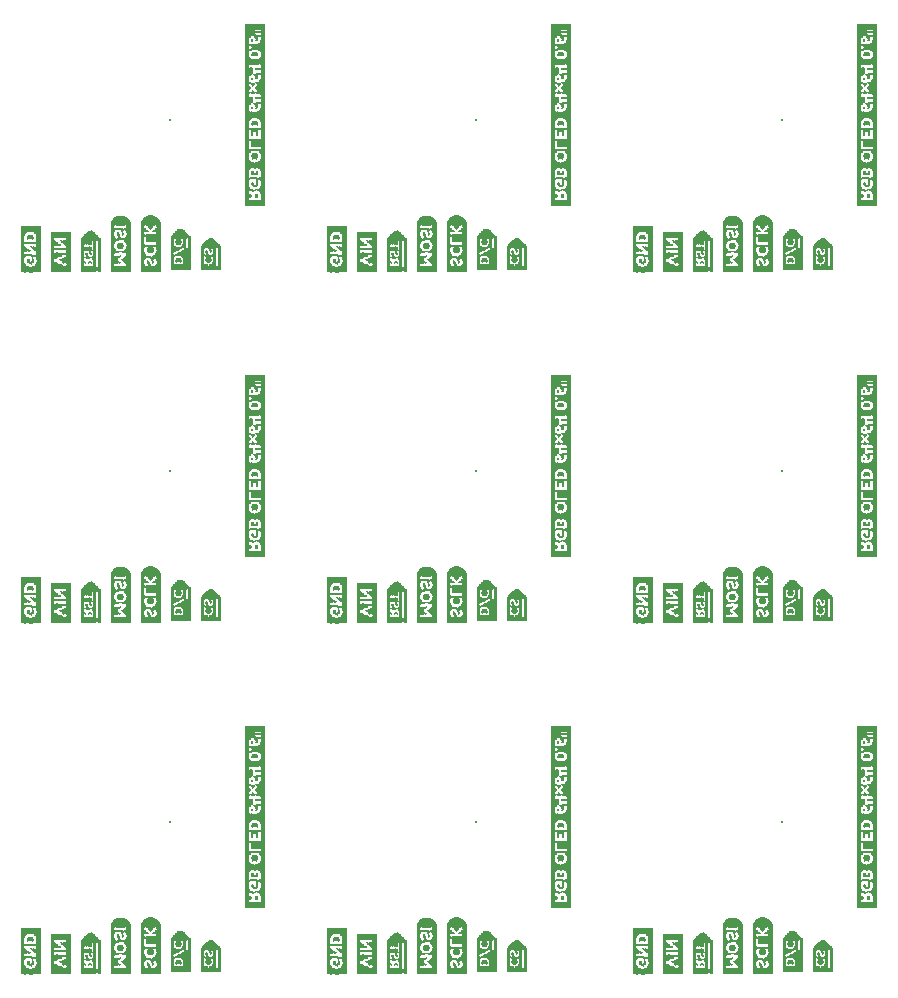
<source format=gbo>
G75*
%MOIN*%
%OFA0B0*%
%FSLAX25Y25*%
%IPPOS*%
%LPD*%
%AMOC8*
5,1,8,0,0,1.08239X$1,22.5*
%
%ADD10C,0.01000*%
%ADD11R,0.00157X0.13071*%
%ADD12R,0.00157X0.02205*%
%ADD13R,0.00157X0.02835*%
%ADD14R,0.00157X0.07717*%
%ADD15R,0.00157X0.01890*%
%ADD16R,0.00157X0.02520*%
%ADD17R,0.00157X0.00630*%
%ADD18R,0.00157X0.01732*%
%ADD19R,0.00157X0.00472*%
%ADD20R,0.00157X0.01575*%
%ADD21R,0.00157X0.01417*%
%ADD22R,0.00157X0.01260*%
%ADD23R,0.00157X0.01102*%
%ADD24R,0.00157X0.02047*%
%ADD25R,0.00157X0.00787*%
%ADD26R,0.00157X0.00945*%
%ADD27R,0.00157X0.02362*%
%ADD28R,0.00157X0.00157*%
%ADD29R,0.00157X0.00315*%
%ADD30R,0.00157X0.02677*%
%ADD31R,0.00157X0.02992*%
%ADD32R,0.00157X0.03150*%
%ADD33R,0.00157X0.03307*%
%ADD34R,0.00157X0.03465*%
%ADD35R,0.00157X0.15276*%
%ADD36R,0.00157X0.11024*%
%ADD37R,0.00157X0.07874*%
%ADD38R,0.00157X0.08031*%
%ADD39R,0.00157X0.08346*%
%ADD40R,0.00157X0.08504*%
%ADD41R,0.00157X0.09606*%
%ADD42R,0.00157X0.09764*%
%ADD43R,0.00157X0.09921*%
%ADD44R,0.00157X0.10079*%
%ADD45R,0.00157X0.03622*%
%ADD46R,0.00157X0.04882*%
%ADD47R,0.00157X0.04724*%
%ADD48R,0.00157X0.04252*%
%ADD49R,0.00157X0.03780*%
%ADD50R,0.00157X0.08661*%
%ADD51R,0.00157X0.11181*%
%ADD52R,0.00157X0.11496*%
%ADD53R,0.00157X0.11654*%
%ADD54R,0.00157X0.07559*%
%ADD55R,0.00157X0.07244*%
%ADD56R,0.00157X0.12756*%
%ADD57R,0.00157X0.12913*%
%ADD58R,0.00157X0.06614*%
%ADD59R,0.00157X0.06142*%
%ADD60R,0.00157X0.05197*%
%ADD61R,0.00157X0.05354*%
%ADD62R,0.00157X0.05039*%
%ADD63R,0.00157X0.04567*%
%ADD64R,0.00157X0.60630*%
%ADD65R,0.00157X0.06929*%
%ADD66R,0.00157X0.08189*%
%ADD67R,0.00157X0.33386*%
%ADD68R,0.00157X0.03937*%
%ADD69R,0.00157X0.04409*%
%ADD70R,0.00157X0.04094*%
%ADD71R,0.00157X0.13228*%
%ADD72R,0.00157X0.11811*%
%ADD73R,0.00157X0.16378*%
%ADD74R,0.00157X0.16850*%
%ADD75R,0.00157X0.17165*%
%ADD76R,0.00157X0.17480*%
%ADD77R,0.00157X0.17638*%
%ADD78R,0.00157X0.17795*%
%ADD79R,0.00157X0.17953*%
D10*
X0094950Y0087000D03*
X0196950Y0087000D03*
X0298950Y0087000D03*
X0298950Y0204000D03*
X0196950Y0204000D03*
X0094950Y0204000D03*
X0094950Y0321000D03*
X0196950Y0321000D03*
X0298950Y0321000D03*
D11*
X0304010Y0277713D03*
X0274010Y0277055D03*
X0265900Y0277083D03*
X0265742Y0277083D03*
X0265585Y0277083D03*
X0265427Y0277083D03*
X0265270Y0277083D03*
X0265112Y0277083D03*
X0264955Y0277083D03*
X0260545Y0277083D03*
X0260388Y0277083D03*
X0260230Y0277083D03*
X0260073Y0277083D03*
X0259915Y0277083D03*
X0259758Y0277083D03*
X0259600Y0277083D03*
X0202010Y0277713D03*
X0172010Y0277055D03*
X0163900Y0277083D03*
X0163742Y0277083D03*
X0163585Y0277083D03*
X0163427Y0277083D03*
X0163270Y0277083D03*
X0163112Y0277083D03*
X0162955Y0277083D03*
X0158545Y0277083D03*
X0158388Y0277083D03*
X0158230Y0277083D03*
X0158073Y0277083D03*
X0157915Y0277083D03*
X0157758Y0277083D03*
X0157600Y0277083D03*
X0100010Y0277713D03*
X0070010Y0277055D03*
X0061900Y0277083D03*
X0061742Y0277083D03*
X0061585Y0277083D03*
X0061427Y0277083D03*
X0061270Y0277083D03*
X0061112Y0277083D03*
X0060955Y0277083D03*
X0056545Y0277083D03*
X0056388Y0277083D03*
X0056230Y0277083D03*
X0056073Y0277083D03*
X0055915Y0277083D03*
X0055758Y0277083D03*
X0055600Y0277083D03*
X0055600Y0160083D03*
X0055758Y0160083D03*
X0055915Y0160083D03*
X0056073Y0160083D03*
X0056230Y0160083D03*
X0056388Y0160083D03*
X0056545Y0160083D03*
X0060955Y0160083D03*
X0061112Y0160083D03*
X0061270Y0160083D03*
X0061427Y0160083D03*
X0061585Y0160083D03*
X0061742Y0160083D03*
X0061900Y0160083D03*
X0070010Y0160055D03*
X0100010Y0160713D03*
X0157600Y0160083D03*
X0157758Y0160083D03*
X0157915Y0160083D03*
X0158073Y0160083D03*
X0158230Y0160083D03*
X0158388Y0160083D03*
X0158545Y0160083D03*
X0162955Y0160083D03*
X0163112Y0160083D03*
X0163270Y0160083D03*
X0163427Y0160083D03*
X0163585Y0160083D03*
X0163742Y0160083D03*
X0163900Y0160083D03*
X0172010Y0160055D03*
X0202010Y0160713D03*
X0259600Y0160083D03*
X0259758Y0160083D03*
X0259915Y0160083D03*
X0260073Y0160083D03*
X0260230Y0160083D03*
X0260388Y0160083D03*
X0260545Y0160083D03*
X0264955Y0160083D03*
X0265112Y0160083D03*
X0265270Y0160083D03*
X0265427Y0160083D03*
X0265585Y0160083D03*
X0265742Y0160083D03*
X0265900Y0160083D03*
X0274010Y0160055D03*
X0304010Y0160713D03*
X0304010Y0043713D03*
X0274010Y0043055D03*
X0265900Y0043083D03*
X0265742Y0043083D03*
X0265585Y0043083D03*
X0265427Y0043083D03*
X0265270Y0043083D03*
X0265112Y0043083D03*
X0264955Y0043083D03*
X0260545Y0043083D03*
X0260388Y0043083D03*
X0260230Y0043083D03*
X0260073Y0043083D03*
X0259915Y0043083D03*
X0259758Y0043083D03*
X0259600Y0043083D03*
X0202010Y0043713D03*
X0172010Y0043055D03*
X0163900Y0043083D03*
X0163742Y0043083D03*
X0163585Y0043083D03*
X0163427Y0043083D03*
X0163270Y0043083D03*
X0163112Y0043083D03*
X0162955Y0043083D03*
X0158545Y0043083D03*
X0158388Y0043083D03*
X0158230Y0043083D03*
X0158073Y0043083D03*
X0157915Y0043083D03*
X0157758Y0043083D03*
X0157600Y0043083D03*
X0100010Y0043713D03*
X0070010Y0043055D03*
X0061900Y0043083D03*
X0061742Y0043083D03*
X0061585Y0043083D03*
X0061427Y0043083D03*
X0061270Y0043083D03*
X0061112Y0043083D03*
X0060955Y0043083D03*
X0056545Y0043083D03*
X0056388Y0043083D03*
X0056230Y0043083D03*
X0056073Y0043083D03*
X0055915Y0043083D03*
X0055758Y0043083D03*
X0055600Y0043083D03*
D12*
X0056703Y0041744D03*
X0060325Y0040327D03*
X0060482Y0040327D03*
X0060797Y0037650D03*
X0059222Y0037650D03*
X0059065Y0037650D03*
X0050167Y0037492D03*
X0050010Y0037492D03*
X0047333Y0037492D03*
X0047333Y0050563D03*
X0050010Y0050563D03*
X0078435Y0045209D03*
X0078593Y0045209D03*
X0078750Y0045209D03*
X0078907Y0045209D03*
X0080640Y0047098D03*
X0089380Y0040484D03*
X0090640Y0041744D03*
X0090482Y0037650D03*
X0086860Y0037650D03*
X0096703Y0044264D03*
X0099380Y0042374D03*
X0097018Y0048673D03*
X0106388Y0044894D03*
X0107018Y0045524D03*
X0107175Y0045681D03*
X0110482Y0045524D03*
X0108593Y0040957D03*
X0109380Y0038280D03*
X0106703Y0038280D03*
X0122254Y0072220D03*
X0124459Y0072063D03*
X0124616Y0072063D03*
X0124301Y0088913D03*
X0123986Y0091906D03*
X0122569Y0093638D03*
X0122411Y0093638D03*
X0122254Y0093638D03*
X0123986Y0101669D03*
X0122569Y0103402D03*
X0122411Y0103402D03*
X0121939Y0106709D03*
X0121781Y0106709D03*
X0124931Y0106709D03*
X0125089Y0106709D03*
X0124616Y0111433D03*
X0124459Y0111433D03*
X0123986Y0114425D03*
X0109380Y0155280D03*
X0106703Y0155280D03*
X0108593Y0157957D03*
X0106388Y0161894D03*
X0107018Y0162524D03*
X0107175Y0162681D03*
X0110482Y0162524D03*
X0099380Y0159374D03*
X0096703Y0161264D03*
X0097018Y0165673D03*
X0090640Y0158744D03*
X0089380Y0157484D03*
X0090482Y0154650D03*
X0086860Y0154650D03*
X0078907Y0162209D03*
X0078750Y0162209D03*
X0078593Y0162209D03*
X0078435Y0162209D03*
X0080640Y0164098D03*
X0060482Y0157327D03*
X0060325Y0157327D03*
X0060797Y0154650D03*
X0059222Y0154650D03*
X0059065Y0154650D03*
X0056703Y0158744D03*
X0050167Y0154492D03*
X0050010Y0154492D03*
X0047333Y0154492D03*
X0047333Y0167563D03*
X0050010Y0167563D03*
X0122254Y0189220D03*
X0124459Y0189063D03*
X0124616Y0189063D03*
X0124301Y0205913D03*
X0123986Y0208906D03*
X0122569Y0210638D03*
X0122411Y0210638D03*
X0122254Y0210638D03*
X0123986Y0218669D03*
X0122569Y0220402D03*
X0122411Y0220402D03*
X0121939Y0223709D03*
X0121781Y0223709D03*
X0124931Y0223709D03*
X0125089Y0223709D03*
X0124616Y0228433D03*
X0124459Y0228433D03*
X0123986Y0231425D03*
X0149333Y0271492D03*
X0152010Y0271492D03*
X0152167Y0271492D03*
X0158703Y0275744D03*
X0162325Y0274327D03*
X0162482Y0274327D03*
X0162797Y0271650D03*
X0161222Y0271650D03*
X0161065Y0271650D03*
X0152010Y0284563D03*
X0149333Y0284563D03*
X0124616Y0306063D03*
X0124459Y0306063D03*
X0122254Y0306220D03*
X0124301Y0322913D03*
X0123986Y0325906D03*
X0122569Y0327638D03*
X0122411Y0327638D03*
X0122254Y0327638D03*
X0123986Y0335669D03*
X0122569Y0337402D03*
X0122411Y0337402D03*
X0121939Y0340709D03*
X0121781Y0340709D03*
X0124931Y0340709D03*
X0125089Y0340709D03*
X0124616Y0345433D03*
X0124459Y0345433D03*
X0123986Y0348425D03*
X0097018Y0282673D03*
X0096703Y0278264D03*
X0099380Y0276374D03*
X0106388Y0278894D03*
X0107018Y0279524D03*
X0107175Y0279681D03*
X0110482Y0279524D03*
X0108593Y0274957D03*
X0109380Y0272280D03*
X0106703Y0272280D03*
X0090482Y0271650D03*
X0089380Y0274484D03*
X0090640Y0275744D03*
X0086860Y0271650D03*
X0078907Y0279209D03*
X0078750Y0279209D03*
X0078593Y0279209D03*
X0078435Y0279209D03*
X0080640Y0281098D03*
X0060482Y0274327D03*
X0060325Y0274327D03*
X0060797Y0271650D03*
X0059222Y0271650D03*
X0059065Y0271650D03*
X0056703Y0275744D03*
X0050167Y0271492D03*
X0050010Y0271492D03*
X0047333Y0271492D03*
X0047333Y0284563D03*
X0050010Y0284563D03*
X0180435Y0279209D03*
X0180593Y0279209D03*
X0180750Y0279209D03*
X0180907Y0279209D03*
X0182640Y0281098D03*
X0191380Y0274484D03*
X0192640Y0275744D03*
X0192482Y0271650D03*
X0188860Y0271650D03*
X0198703Y0278264D03*
X0201380Y0276374D03*
X0199018Y0282673D03*
X0208388Y0278894D03*
X0209018Y0279524D03*
X0209175Y0279681D03*
X0212482Y0279524D03*
X0210593Y0274957D03*
X0211380Y0272280D03*
X0208703Y0272280D03*
X0224254Y0306220D03*
X0226459Y0306063D03*
X0226616Y0306063D03*
X0226301Y0322913D03*
X0225986Y0325906D03*
X0224569Y0327638D03*
X0224411Y0327638D03*
X0224254Y0327638D03*
X0225986Y0335669D03*
X0224569Y0337402D03*
X0224411Y0337402D03*
X0223939Y0340709D03*
X0223781Y0340709D03*
X0226931Y0340709D03*
X0227089Y0340709D03*
X0226616Y0345433D03*
X0226459Y0345433D03*
X0225986Y0348425D03*
X0251333Y0284563D03*
X0254010Y0284563D03*
X0260703Y0275744D03*
X0264325Y0274327D03*
X0264482Y0274327D03*
X0264797Y0271650D03*
X0263222Y0271650D03*
X0263065Y0271650D03*
X0254167Y0271492D03*
X0254010Y0271492D03*
X0251333Y0271492D03*
X0282435Y0279209D03*
X0282593Y0279209D03*
X0282750Y0279209D03*
X0282907Y0279209D03*
X0284640Y0281098D03*
X0293380Y0274484D03*
X0294640Y0275744D03*
X0294482Y0271650D03*
X0290860Y0271650D03*
X0300703Y0278264D03*
X0303380Y0276374D03*
X0301018Y0282673D03*
X0310388Y0278894D03*
X0311018Y0279524D03*
X0311175Y0279681D03*
X0314482Y0279524D03*
X0312593Y0274957D03*
X0313380Y0272280D03*
X0310703Y0272280D03*
X0326254Y0306220D03*
X0328459Y0306063D03*
X0328616Y0306063D03*
X0328301Y0322913D03*
X0327986Y0325906D03*
X0326569Y0327638D03*
X0326411Y0327638D03*
X0326254Y0327638D03*
X0327986Y0335669D03*
X0326569Y0337402D03*
X0326411Y0337402D03*
X0325939Y0340709D03*
X0325781Y0340709D03*
X0328931Y0340709D03*
X0329089Y0340709D03*
X0328616Y0345433D03*
X0328459Y0345433D03*
X0327986Y0348425D03*
X0327986Y0231425D03*
X0328459Y0228433D03*
X0328616Y0228433D03*
X0328931Y0223709D03*
X0329089Y0223709D03*
X0325939Y0223709D03*
X0325781Y0223709D03*
X0326411Y0220402D03*
X0326569Y0220402D03*
X0327986Y0218669D03*
X0326569Y0210638D03*
X0326411Y0210638D03*
X0326254Y0210638D03*
X0327986Y0208906D03*
X0328301Y0205913D03*
X0326254Y0189220D03*
X0328459Y0189063D03*
X0328616Y0189063D03*
X0314482Y0162524D03*
X0311175Y0162681D03*
X0311018Y0162524D03*
X0310388Y0161894D03*
X0312593Y0157957D03*
X0313380Y0155280D03*
X0310703Y0155280D03*
X0303380Y0159374D03*
X0300703Y0161264D03*
X0301018Y0165673D03*
X0294640Y0158744D03*
X0293380Y0157484D03*
X0294482Y0154650D03*
X0290860Y0154650D03*
X0282907Y0162209D03*
X0282750Y0162209D03*
X0282593Y0162209D03*
X0282435Y0162209D03*
X0284640Y0164098D03*
X0264482Y0157327D03*
X0264325Y0157327D03*
X0264797Y0154650D03*
X0263222Y0154650D03*
X0263065Y0154650D03*
X0260703Y0158744D03*
X0254167Y0154492D03*
X0254010Y0154492D03*
X0251333Y0154492D03*
X0251333Y0167563D03*
X0254010Y0167563D03*
X0226616Y0189063D03*
X0226459Y0189063D03*
X0224254Y0189220D03*
X0226301Y0205913D03*
X0225986Y0208906D03*
X0224569Y0210638D03*
X0224411Y0210638D03*
X0224254Y0210638D03*
X0225986Y0218669D03*
X0224569Y0220402D03*
X0224411Y0220402D03*
X0223939Y0223709D03*
X0223781Y0223709D03*
X0226931Y0223709D03*
X0227089Y0223709D03*
X0226616Y0228433D03*
X0226459Y0228433D03*
X0225986Y0231425D03*
X0152010Y0167563D03*
X0149333Y0167563D03*
X0158703Y0158744D03*
X0162325Y0157327D03*
X0162482Y0157327D03*
X0162797Y0154650D03*
X0161222Y0154650D03*
X0161065Y0154650D03*
X0152167Y0154492D03*
X0152010Y0154492D03*
X0149333Y0154492D03*
X0180435Y0162209D03*
X0180593Y0162209D03*
X0180750Y0162209D03*
X0180907Y0162209D03*
X0182640Y0164098D03*
X0191380Y0157484D03*
X0192640Y0158744D03*
X0192482Y0154650D03*
X0188860Y0154650D03*
X0198703Y0161264D03*
X0201380Y0159374D03*
X0199018Y0165673D03*
X0208388Y0161894D03*
X0209018Y0162524D03*
X0209175Y0162681D03*
X0212482Y0162524D03*
X0210593Y0157957D03*
X0211380Y0155280D03*
X0208703Y0155280D03*
X0225986Y0114425D03*
X0226459Y0111433D03*
X0226616Y0111433D03*
X0226931Y0106709D03*
X0227089Y0106709D03*
X0223939Y0106709D03*
X0223781Y0106709D03*
X0224411Y0103402D03*
X0224569Y0103402D03*
X0225986Y0101669D03*
X0224569Y0093638D03*
X0224411Y0093638D03*
X0224254Y0093638D03*
X0225986Y0091906D03*
X0226301Y0088913D03*
X0224254Y0072220D03*
X0226459Y0072063D03*
X0226616Y0072063D03*
X0212482Y0045524D03*
X0209175Y0045681D03*
X0209018Y0045524D03*
X0208388Y0044894D03*
X0210593Y0040957D03*
X0211380Y0038280D03*
X0208703Y0038280D03*
X0201380Y0042374D03*
X0198703Y0044264D03*
X0199018Y0048673D03*
X0192640Y0041744D03*
X0191380Y0040484D03*
X0192482Y0037650D03*
X0188860Y0037650D03*
X0180907Y0045209D03*
X0180750Y0045209D03*
X0180593Y0045209D03*
X0180435Y0045209D03*
X0182640Y0047098D03*
X0162482Y0040327D03*
X0162325Y0040327D03*
X0162797Y0037650D03*
X0161222Y0037650D03*
X0161065Y0037650D03*
X0158703Y0041744D03*
X0152167Y0037492D03*
X0152010Y0037492D03*
X0149333Y0037492D03*
X0149333Y0050563D03*
X0152010Y0050563D03*
X0251333Y0050563D03*
X0254010Y0050563D03*
X0260703Y0041744D03*
X0264325Y0040327D03*
X0264482Y0040327D03*
X0264797Y0037650D03*
X0263222Y0037650D03*
X0263065Y0037650D03*
X0254167Y0037492D03*
X0254010Y0037492D03*
X0251333Y0037492D03*
X0282435Y0045209D03*
X0282593Y0045209D03*
X0282750Y0045209D03*
X0282907Y0045209D03*
X0284640Y0047098D03*
X0293380Y0040484D03*
X0294640Y0041744D03*
X0294482Y0037650D03*
X0290860Y0037650D03*
X0300703Y0044264D03*
X0303380Y0042374D03*
X0301018Y0048673D03*
X0310388Y0044894D03*
X0311018Y0045524D03*
X0311175Y0045681D03*
X0314482Y0045524D03*
X0312593Y0040957D03*
X0313380Y0038280D03*
X0310703Y0038280D03*
X0326254Y0072220D03*
X0328459Y0072063D03*
X0328616Y0072063D03*
X0328301Y0088913D03*
X0327986Y0091906D03*
X0326569Y0093638D03*
X0326411Y0093638D03*
X0326254Y0093638D03*
X0327986Y0101669D03*
X0326569Y0103402D03*
X0326411Y0103402D03*
X0325939Y0106709D03*
X0325781Y0106709D03*
X0328931Y0106709D03*
X0329089Y0106709D03*
X0328616Y0111433D03*
X0328459Y0111433D03*
X0327986Y0114425D03*
D13*
X0325467Y0106866D03*
X0325624Y0103244D03*
X0325624Y0093480D03*
X0325939Y0088598D03*
X0325781Y0072220D03*
X0329089Y0072220D03*
X0328301Y0066551D03*
X0312120Y0040957D03*
X0313695Y0038594D03*
X0310388Y0038594D03*
X0300388Y0044421D03*
X0301333Y0048673D03*
X0294482Y0053398D03*
X0291018Y0053398D03*
X0284482Y0053398D03*
X0281018Y0053398D03*
X0280860Y0053398D03*
X0280703Y0053240D03*
X0270388Y0047071D03*
X0272750Y0043449D03*
X0264797Y0040327D03*
X0261963Y0037965D03*
X0261805Y0037965D03*
X0253537Y0040799D03*
X0250860Y0037807D03*
X0250860Y0050248D03*
X0226301Y0066551D03*
X0227089Y0072220D03*
X0223781Y0072220D03*
X0223939Y0088598D03*
X0223624Y0093480D03*
X0223624Y0103244D03*
X0223467Y0106866D03*
X0211695Y0155594D03*
X0210120Y0157957D03*
X0208388Y0155594D03*
X0198388Y0161421D03*
X0199333Y0165673D03*
X0192482Y0170398D03*
X0189018Y0170398D03*
X0182482Y0170398D03*
X0179018Y0170398D03*
X0178860Y0170398D03*
X0178703Y0170240D03*
X0170750Y0160449D03*
X0168388Y0164071D03*
X0162797Y0157327D03*
X0159963Y0154965D03*
X0159805Y0154965D03*
X0151537Y0157799D03*
X0148860Y0154807D03*
X0148860Y0167248D03*
X0125089Y0189220D03*
X0121781Y0189220D03*
X0124301Y0183551D03*
X0121939Y0205598D03*
X0121624Y0210480D03*
X0121624Y0220244D03*
X0121467Y0223866D03*
X0148860Y0271807D03*
X0151537Y0274799D03*
X0159805Y0271965D03*
X0159963Y0271965D03*
X0162797Y0274327D03*
X0170750Y0277449D03*
X0168388Y0281071D03*
X0178703Y0287240D03*
X0178860Y0287398D03*
X0179018Y0287398D03*
X0182482Y0287398D03*
X0189018Y0287398D03*
X0192482Y0287398D03*
X0199333Y0282673D03*
X0198388Y0278421D03*
X0191380Y0278106D03*
X0191222Y0278106D03*
X0190120Y0278106D03*
X0208388Y0272594D03*
X0210120Y0274957D03*
X0211695Y0272594D03*
X0226301Y0300551D03*
X0227089Y0306220D03*
X0223781Y0306220D03*
X0223939Y0322598D03*
X0223624Y0327480D03*
X0223624Y0337244D03*
X0223467Y0340866D03*
X0250860Y0284248D03*
X0253537Y0274799D03*
X0250860Y0271807D03*
X0261805Y0271965D03*
X0261963Y0271965D03*
X0264797Y0274327D03*
X0272750Y0277449D03*
X0270388Y0281071D03*
X0280703Y0287240D03*
X0280860Y0287398D03*
X0281018Y0287398D03*
X0284482Y0287398D03*
X0291018Y0287398D03*
X0294482Y0287398D03*
X0301333Y0282673D03*
X0300388Y0278421D03*
X0293380Y0278106D03*
X0293222Y0278106D03*
X0292120Y0278106D03*
X0310388Y0272594D03*
X0312120Y0274957D03*
X0313695Y0272594D03*
X0328301Y0300551D03*
X0329089Y0306220D03*
X0325781Y0306220D03*
X0325939Y0322598D03*
X0325624Y0327480D03*
X0325624Y0337244D03*
X0325467Y0340866D03*
X0325467Y0223866D03*
X0325624Y0220244D03*
X0325624Y0210480D03*
X0325939Y0205598D03*
X0325781Y0189220D03*
X0329089Y0189220D03*
X0328301Y0183551D03*
X0301333Y0165673D03*
X0300388Y0161421D03*
X0293380Y0161106D03*
X0293222Y0161106D03*
X0292120Y0161106D03*
X0291018Y0170398D03*
X0294482Y0170398D03*
X0284482Y0170398D03*
X0281018Y0170398D03*
X0280860Y0170398D03*
X0280703Y0170240D03*
X0270388Y0164071D03*
X0272750Y0160449D03*
X0264797Y0157327D03*
X0261963Y0154965D03*
X0261805Y0154965D03*
X0253537Y0157799D03*
X0250860Y0154807D03*
X0250860Y0167248D03*
X0226301Y0183551D03*
X0227089Y0189220D03*
X0223781Y0189220D03*
X0223939Y0205598D03*
X0223624Y0210480D03*
X0223624Y0220244D03*
X0223467Y0223866D03*
X0191380Y0161106D03*
X0191222Y0161106D03*
X0190120Y0161106D03*
X0121467Y0106866D03*
X0121624Y0103244D03*
X0121624Y0093480D03*
X0121939Y0088598D03*
X0121781Y0072220D03*
X0125089Y0072220D03*
X0124301Y0066551D03*
X0148860Y0050248D03*
X0151537Y0040799D03*
X0148860Y0037807D03*
X0159805Y0037965D03*
X0159963Y0037965D03*
X0162797Y0040327D03*
X0170750Y0043449D03*
X0168388Y0047071D03*
X0178703Y0053240D03*
X0178860Y0053398D03*
X0179018Y0053398D03*
X0182482Y0053398D03*
X0189018Y0053398D03*
X0192482Y0053398D03*
X0199333Y0048673D03*
X0198388Y0044421D03*
X0191380Y0044106D03*
X0191222Y0044106D03*
X0190120Y0044106D03*
X0208388Y0038594D03*
X0210120Y0040957D03*
X0211695Y0038594D03*
X0292120Y0044106D03*
X0293222Y0044106D03*
X0293380Y0044106D03*
X0310388Y0155594D03*
X0312120Y0157957D03*
X0313695Y0155594D03*
X0148860Y0284248D03*
X0125089Y0306220D03*
X0121781Y0306220D03*
X0124301Y0300551D03*
X0121939Y0322598D03*
X0121624Y0327480D03*
X0121624Y0337244D03*
X0121467Y0340866D03*
X0090482Y0287398D03*
X0087018Y0287398D03*
X0080482Y0287398D03*
X0077018Y0287398D03*
X0076860Y0287398D03*
X0076703Y0287240D03*
X0068750Y0277449D03*
X0066388Y0281071D03*
X0060797Y0274327D03*
X0057963Y0271965D03*
X0057805Y0271965D03*
X0049537Y0274799D03*
X0046860Y0271807D03*
X0046860Y0284248D03*
X0088120Y0278106D03*
X0089222Y0278106D03*
X0089380Y0278106D03*
X0096388Y0278421D03*
X0097333Y0282673D03*
X0106388Y0272594D03*
X0108120Y0274957D03*
X0109695Y0272594D03*
X0090482Y0170398D03*
X0087018Y0170398D03*
X0080482Y0170398D03*
X0077018Y0170398D03*
X0076860Y0170398D03*
X0076703Y0170240D03*
X0068750Y0160449D03*
X0066388Y0164071D03*
X0060797Y0157327D03*
X0057963Y0154965D03*
X0057805Y0154965D03*
X0049537Y0157799D03*
X0046860Y0154807D03*
X0046860Y0167248D03*
X0088120Y0161106D03*
X0089222Y0161106D03*
X0089380Y0161106D03*
X0096388Y0161421D03*
X0097333Y0165673D03*
X0106388Y0155594D03*
X0108120Y0157957D03*
X0109695Y0155594D03*
X0090482Y0053398D03*
X0087018Y0053398D03*
X0080482Y0053398D03*
X0077018Y0053398D03*
X0076860Y0053398D03*
X0076703Y0053240D03*
X0066388Y0047071D03*
X0068750Y0043449D03*
X0060797Y0040327D03*
X0057963Y0037965D03*
X0057805Y0037965D03*
X0049537Y0040799D03*
X0046860Y0037807D03*
X0046860Y0050248D03*
X0088120Y0044106D03*
X0089222Y0044106D03*
X0089380Y0044106D03*
X0096388Y0044421D03*
X0097333Y0048673D03*
X0106388Y0038594D03*
X0108120Y0040957D03*
X0109695Y0038594D03*
D14*
X0060797Y0045760D03*
X0162797Y0045760D03*
X0264797Y0045760D03*
X0264797Y0162760D03*
X0162797Y0162760D03*
X0060797Y0162760D03*
X0060797Y0279760D03*
X0162797Y0279760D03*
X0264797Y0279760D03*
D15*
X0264640Y0282673D03*
X0260703Y0282673D03*
X0260703Y0279996D03*
X0261175Y0275902D03*
X0261333Y0275902D03*
X0264010Y0274327D03*
X0264167Y0274327D03*
X0263852Y0271492D03*
X0263695Y0271492D03*
X0264640Y0271492D03*
X0270388Y0271465D03*
X0270545Y0271465D03*
X0270703Y0271465D03*
X0270860Y0271465D03*
X0271018Y0271465D03*
X0271175Y0271465D03*
X0271333Y0271465D03*
X0271490Y0271465D03*
X0271648Y0271465D03*
X0271805Y0271465D03*
X0271963Y0271465D03*
X0272120Y0271465D03*
X0272278Y0271465D03*
X0272435Y0271465D03*
X0272593Y0271465D03*
X0272750Y0271465D03*
X0272907Y0271465D03*
X0273065Y0271465D03*
X0273222Y0271465D03*
X0273380Y0271465D03*
X0273537Y0271465D03*
X0273695Y0271465D03*
X0280703Y0271492D03*
X0280860Y0271492D03*
X0284640Y0271492D03*
X0284167Y0274484D03*
X0283222Y0279209D03*
X0283065Y0279209D03*
X0282278Y0279209D03*
X0282120Y0279209D03*
X0282278Y0282201D03*
X0274797Y0281858D03*
X0291175Y0271492D03*
X0291805Y0271492D03*
X0293065Y0271492D03*
X0293222Y0271492D03*
X0294010Y0271492D03*
X0294167Y0271492D03*
X0293222Y0274642D03*
X0300388Y0272122D03*
X0303695Y0272122D03*
X0301018Y0278106D03*
X0300860Y0278106D03*
X0300545Y0282358D03*
X0300703Y0282516D03*
X0311018Y0272122D03*
X0311175Y0272122D03*
X0312907Y0272122D03*
X0313065Y0272122D03*
X0314640Y0279524D03*
X0325467Y0293465D03*
X0325624Y0293465D03*
X0329404Y0293465D03*
X0325467Y0298189D03*
X0327356Y0305906D03*
X0327514Y0305906D03*
X0327041Y0306063D03*
X0326884Y0306063D03*
X0326726Y0306063D03*
X0326569Y0306063D03*
X0328301Y0306063D03*
X0327986Y0308898D03*
X0326884Y0308898D03*
X0325467Y0310630D03*
X0326726Y0322756D03*
X0326884Y0322756D03*
X0327041Y0322756D03*
X0328301Y0326063D03*
X0328301Y0335827D03*
X0328301Y0340551D03*
X0328144Y0340551D03*
X0327986Y0340551D03*
X0328459Y0340551D03*
X0326884Y0340551D03*
X0326726Y0340551D03*
X0326569Y0340551D03*
X0326411Y0340551D03*
X0328144Y0345433D03*
X0328301Y0345433D03*
X0328144Y0348425D03*
X0327986Y0352205D03*
X0327829Y0352205D03*
X0327671Y0352205D03*
X0253695Y0284720D03*
X0253537Y0284720D03*
X0251963Y0284720D03*
X0251805Y0284720D03*
X0250703Y0278106D03*
X0254640Y0278106D03*
X0253695Y0271335D03*
X0253537Y0271335D03*
X0253380Y0271335D03*
X0252120Y0271335D03*
X0251963Y0271335D03*
X0251805Y0271335D03*
X0227404Y0293465D03*
X0223624Y0293465D03*
X0223467Y0293465D03*
X0223467Y0298189D03*
X0225356Y0305906D03*
X0225514Y0305906D03*
X0225041Y0306063D03*
X0224884Y0306063D03*
X0224726Y0306063D03*
X0224569Y0306063D03*
X0226301Y0306063D03*
X0225986Y0308898D03*
X0224884Y0308898D03*
X0223467Y0310630D03*
X0224726Y0322756D03*
X0224884Y0322756D03*
X0225041Y0322756D03*
X0226301Y0326063D03*
X0226301Y0335827D03*
X0226301Y0340551D03*
X0226144Y0340551D03*
X0225986Y0340551D03*
X0226459Y0340551D03*
X0224884Y0340551D03*
X0224726Y0340551D03*
X0224569Y0340551D03*
X0224411Y0340551D03*
X0226144Y0345433D03*
X0226301Y0345433D03*
X0226144Y0348425D03*
X0225986Y0352205D03*
X0225829Y0352205D03*
X0225671Y0352205D03*
X0151695Y0284720D03*
X0151537Y0284720D03*
X0149963Y0284720D03*
X0149805Y0284720D03*
X0148703Y0278106D03*
X0152640Y0278106D03*
X0158703Y0279996D03*
X0158703Y0282673D03*
X0162640Y0282673D03*
X0159333Y0275902D03*
X0159175Y0275902D03*
X0162010Y0274327D03*
X0162167Y0274327D03*
X0161852Y0271492D03*
X0161695Y0271492D03*
X0162640Y0271492D03*
X0168388Y0271465D03*
X0168545Y0271465D03*
X0168703Y0271465D03*
X0168860Y0271465D03*
X0169018Y0271465D03*
X0169175Y0271465D03*
X0169333Y0271465D03*
X0169490Y0271465D03*
X0169648Y0271465D03*
X0169805Y0271465D03*
X0169963Y0271465D03*
X0170120Y0271465D03*
X0170278Y0271465D03*
X0170435Y0271465D03*
X0170593Y0271465D03*
X0170750Y0271465D03*
X0170907Y0271465D03*
X0171065Y0271465D03*
X0171222Y0271465D03*
X0171380Y0271465D03*
X0171537Y0271465D03*
X0171695Y0271465D03*
X0178703Y0271492D03*
X0178860Y0271492D03*
X0182640Y0271492D03*
X0182167Y0274484D03*
X0181222Y0279209D03*
X0181065Y0279209D03*
X0180278Y0279209D03*
X0180120Y0279209D03*
X0180278Y0282201D03*
X0172797Y0281858D03*
X0189175Y0271492D03*
X0189805Y0271492D03*
X0191065Y0271492D03*
X0191222Y0271492D03*
X0192010Y0271492D03*
X0192167Y0271492D03*
X0191222Y0274642D03*
X0198388Y0272122D03*
X0201695Y0272122D03*
X0199018Y0278106D03*
X0198860Y0278106D03*
X0198545Y0282358D03*
X0198703Y0282516D03*
X0209018Y0272122D03*
X0209175Y0272122D03*
X0210907Y0272122D03*
X0211065Y0272122D03*
X0212640Y0279524D03*
X0225671Y0235205D03*
X0225829Y0235205D03*
X0225986Y0235205D03*
X0226144Y0231425D03*
X0226144Y0228433D03*
X0226301Y0228433D03*
X0226301Y0223551D03*
X0226144Y0223551D03*
X0225986Y0223551D03*
X0226459Y0223551D03*
X0224884Y0223551D03*
X0224726Y0223551D03*
X0224569Y0223551D03*
X0224411Y0223551D03*
X0226301Y0218827D03*
X0226301Y0209063D03*
X0225041Y0205756D03*
X0224884Y0205756D03*
X0224726Y0205756D03*
X0223467Y0193630D03*
X0224884Y0191898D03*
X0225986Y0191898D03*
X0226301Y0189063D03*
X0225514Y0188906D03*
X0225356Y0188906D03*
X0225041Y0189063D03*
X0224884Y0189063D03*
X0224726Y0189063D03*
X0224569Y0189063D03*
X0223467Y0181189D03*
X0223467Y0176465D03*
X0223624Y0176465D03*
X0227404Y0176465D03*
X0212640Y0162524D03*
X0211065Y0155122D03*
X0210907Y0155122D03*
X0209175Y0155122D03*
X0209018Y0155122D03*
X0201695Y0155122D03*
X0198388Y0155122D03*
X0198860Y0161106D03*
X0199018Y0161106D03*
X0198545Y0165358D03*
X0198703Y0165516D03*
X0191222Y0157642D03*
X0191222Y0154492D03*
X0191065Y0154492D03*
X0192010Y0154492D03*
X0192167Y0154492D03*
X0189805Y0154492D03*
X0189175Y0154492D03*
X0182640Y0154492D03*
X0182167Y0157484D03*
X0178860Y0154492D03*
X0178703Y0154492D03*
X0180120Y0162209D03*
X0180278Y0162209D03*
X0181065Y0162209D03*
X0181222Y0162209D03*
X0180278Y0165201D03*
X0172797Y0164858D03*
X0162640Y0165673D03*
X0158703Y0165673D03*
X0158703Y0162996D03*
X0159175Y0158902D03*
X0159333Y0158902D03*
X0162010Y0157327D03*
X0162167Y0157327D03*
X0161852Y0154492D03*
X0161695Y0154492D03*
X0162640Y0154492D03*
X0168388Y0154465D03*
X0168545Y0154465D03*
X0168703Y0154465D03*
X0168860Y0154465D03*
X0169018Y0154465D03*
X0169175Y0154465D03*
X0169333Y0154465D03*
X0169490Y0154465D03*
X0169648Y0154465D03*
X0169805Y0154465D03*
X0169963Y0154465D03*
X0170120Y0154465D03*
X0170278Y0154465D03*
X0170435Y0154465D03*
X0170593Y0154465D03*
X0170750Y0154465D03*
X0170907Y0154465D03*
X0171065Y0154465D03*
X0171222Y0154465D03*
X0171380Y0154465D03*
X0171537Y0154465D03*
X0171695Y0154465D03*
X0151695Y0154335D03*
X0151537Y0154335D03*
X0151380Y0154335D03*
X0150120Y0154335D03*
X0149963Y0154335D03*
X0149805Y0154335D03*
X0148703Y0161106D03*
X0152640Y0161106D03*
X0151695Y0167720D03*
X0151537Y0167720D03*
X0149963Y0167720D03*
X0149805Y0167720D03*
X0125404Y0176465D03*
X0121624Y0176465D03*
X0121467Y0176465D03*
X0121467Y0181189D03*
X0123356Y0188906D03*
X0123514Y0188906D03*
X0123041Y0189063D03*
X0122884Y0189063D03*
X0122726Y0189063D03*
X0122569Y0189063D03*
X0124301Y0189063D03*
X0123986Y0191898D03*
X0122884Y0191898D03*
X0121467Y0193630D03*
X0122726Y0205756D03*
X0122884Y0205756D03*
X0123041Y0205756D03*
X0124301Y0209063D03*
X0124301Y0218827D03*
X0124301Y0223551D03*
X0124144Y0223551D03*
X0123986Y0223551D03*
X0124459Y0223551D03*
X0122884Y0223551D03*
X0122726Y0223551D03*
X0122569Y0223551D03*
X0122411Y0223551D03*
X0124144Y0228433D03*
X0124301Y0228433D03*
X0124144Y0231425D03*
X0123986Y0235205D03*
X0123829Y0235205D03*
X0123671Y0235205D03*
X0149805Y0271335D03*
X0149963Y0271335D03*
X0150120Y0271335D03*
X0151380Y0271335D03*
X0151537Y0271335D03*
X0151695Y0271335D03*
X0125404Y0293465D03*
X0121624Y0293465D03*
X0121467Y0293465D03*
X0121467Y0298189D03*
X0123356Y0305906D03*
X0123514Y0305906D03*
X0123041Y0306063D03*
X0122884Y0306063D03*
X0122726Y0306063D03*
X0122569Y0306063D03*
X0124301Y0306063D03*
X0123986Y0308898D03*
X0122884Y0308898D03*
X0121467Y0310630D03*
X0122726Y0322756D03*
X0122884Y0322756D03*
X0123041Y0322756D03*
X0124301Y0326063D03*
X0124301Y0335827D03*
X0124301Y0340551D03*
X0124144Y0340551D03*
X0123986Y0340551D03*
X0124459Y0340551D03*
X0122884Y0340551D03*
X0122726Y0340551D03*
X0122569Y0340551D03*
X0122411Y0340551D03*
X0124144Y0345433D03*
X0124301Y0345433D03*
X0124144Y0348425D03*
X0123986Y0352205D03*
X0123829Y0352205D03*
X0123671Y0352205D03*
X0049695Y0284720D03*
X0049537Y0284720D03*
X0047963Y0284720D03*
X0047805Y0284720D03*
X0046703Y0278106D03*
X0050640Y0278106D03*
X0056703Y0279996D03*
X0056703Y0282673D03*
X0060640Y0282673D03*
X0057333Y0275902D03*
X0057175Y0275902D03*
X0060010Y0274327D03*
X0060167Y0274327D03*
X0059852Y0271492D03*
X0059695Y0271492D03*
X0060640Y0271492D03*
X0066388Y0271465D03*
X0066545Y0271465D03*
X0066703Y0271465D03*
X0066860Y0271465D03*
X0067018Y0271465D03*
X0067175Y0271465D03*
X0067333Y0271465D03*
X0067490Y0271465D03*
X0067648Y0271465D03*
X0067805Y0271465D03*
X0067963Y0271465D03*
X0068120Y0271465D03*
X0068278Y0271465D03*
X0068435Y0271465D03*
X0068593Y0271465D03*
X0068750Y0271465D03*
X0068907Y0271465D03*
X0069065Y0271465D03*
X0069222Y0271465D03*
X0069380Y0271465D03*
X0069537Y0271465D03*
X0069695Y0271465D03*
X0076703Y0271492D03*
X0076860Y0271492D03*
X0080640Y0271492D03*
X0080167Y0274484D03*
X0079222Y0279209D03*
X0079065Y0279209D03*
X0078278Y0279209D03*
X0078120Y0279209D03*
X0078278Y0282201D03*
X0070797Y0281858D03*
X0087175Y0271492D03*
X0087805Y0271492D03*
X0089065Y0271492D03*
X0089222Y0271492D03*
X0090010Y0271492D03*
X0090167Y0271492D03*
X0089222Y0274642D03*
X0096388Y0272122D03*
X0099695Y0272122D03*
X0097018Y0278106D03*
X0096860Y0278106D03*
X0096545Y0282358D03*
X0096703Y0282516D03*
X0110640Y0279524D03*
X0109065Y0272122D03*
X0108907Y0272122D03*
X0107175Y0272122D03*
X0107018Y0272122D03*
X0049695Y0271335D03*
X0049537Y0271335D03*
X0049380Y0271335D03*
X0048120Y0271335D03*
X0047963Y0271335D03*
X0047805Y0271335D03*
X0047805Y0167720D03*
X0047963Y0167720D03*
X0049537Y0167720D03*
X0049695Y0167720D03*
X0056703Y0165673D03*
X0056703Y0162996D03*
X0057175Y0158902D03*
X0057333Y0158902D03*
X0060010Y0157327D03*
X0060167Y0157327D03*
X0059852Y0154492D03*
X0059695Y0154492D03*
X0060640Y0154492D03*
X0066388Y0154465D03*
X0066545Y0154465D03*
X0066703Y0154465D03*
X0066860Y0154465D03*
X0067018Y0154465D03*
X0067175Y0154465D03*
X0067333Y0154465D03*
X0067490Y0154465D03*
X0067648Y0154465D03*
X0067805Y0154465D03*
X0067963Y0154465D03*
X0068120Y0154465D03*
X0068278Y0154465D03*
X0068435Y0154465D03*
X0068593Y0154465D03*
X0068750Y0154465D03*
X0068907Y0154465D03*
X0069065Y0154465D03*
X0069222Y0154465D03*
X0069380Y0154465D03*
X0069537Y0154465D03*
X0069695Y0154465D03*
X0076703Y0154492D03*
X0076860Y0154492D03*
X0080640Y0154492D03*
X0080167Y0157484D03*
X0079222Y0162209D03*
X0079065Y0162209D03*
X0078278Y0162209D03*
X0078120Y0162209D03*
X0078278Y0165201D03*
X0070797Y0164858D03*
X0060640Y0165673D03*
X0050640Y0161106D03*
X0046703Y0161106D03*
X0047805Y0154335D03*
X0047963Y0154335D03*
X0048120Y0154335D03*
X0049380Y0154335D03*
X0049537Y0154335D03*
X0049695Y0154335D03*
X0087175Y0154492D03*
X0087805Y0154492D03*
X0089065Y0154492D03*
X0089222Y0154492D03*
X0090010Y0154492D03*
X0090167Y0154492D03*
X0089222Y0157642D03*
X0096388Y0155122D03*
X0099695Y0155122D03*
X0097018Y0161106D03*
X0096860Y0161106D03*
X0096545Y0165358D03*
X0096703Y0165516D03*
X0110640Y0162524D03*
X0109065Y0155122D03*
X0108907Y0155122D03*
X0107175Y0155122D03*
X0107018Y0155122D03*
X0123671Y0118205D03*
X0123829Y0118205D03*
X0123986Y0118205D03*
X0124144Y0114425D03*
X0124144Y0111433D03*
X0124301Y0111433D03*
X0124301Y0106551D03*
X0124144Y0106551D03*
X0123986Y0106551D03*
X0124459Y0106551D03*
X0122884Y0106551D03*
X0122726Y0106551D03*
X0122569Y0106551D03*
X0122411Y0106551D03*
X0124301Y0101827D03*
X0124301Y0092063D03*
X0123041Y0088756D03*
X0122884Y0088756D03*
X0122726Y0088756D03*
X0121467Y0076630D03*
X0122884Y0074898D03*
X0123986Y0074898D03*
X0124301Y0072063D03*
X0123514Y0071906D03*
X0123356Y0071906D03*
X0123041Y0072063D03*
X0122884Y0072063D03*
X0122726Y0072063D03*
X0122569Y0072063D03*
X0121467Y0064189D03*
X0121467Y0059465D03*
X0121624Y0059465D03*
X0125404Y0059465D03*
X0110640Y0045524D03*
X0109065Y0038122D03*
X0108907Y0038122D03*
X0107175Y0038122D03*
X0107018Y0038122D03*
X0099695Y0038122D03*
X0096388Y0038122D03*
X0096860Y0044106D03*
X0097018Y0044106D03*
X0096545Y0048358D03*
X0096703Y0048516D03*
X0089222Y0040642D03*
X0089222Y0037492D03*
X0089065Y0037492D03*
X0090010Y0037492D03*
X0090167Y0037492D03*
X0087805Y0037492D03*
X0087175Y0037492D03*
X0080640Y0037492D03*
X0080167Y0040484D03*
X0076860Y0037492D03*
X0076703Y0037492D03*
X0069695Y0037465D03*
X0069537Y0037465D03*
X0069380Y0037465D03*
X0069222Y0037465D03*
X0069065Y0037465D03*
X0068907Y0037465D03*
X0068750Y0037465D03*
X0068593Y0037465D03*
X0068435Y0037465D03*
X0068278Y0037465D03*
X0068120Y0037465D03*
X0067963Y0037465D03*
X0067805Y0037465D03*
X0067648Y0037465D03*
X0067490Y0037465D03*
X0067333Y0037465D03*
X0067175Y0037465D03*
X0067018Y0037465D03*
X0066860Y0037465D03*
X0066703Y0037465D03*
X0066545Y0037465D03*
X0066388Y0037465D03*
X0060640Y0037492D03*
X0059852Y0037492D03*
X0059695Y0037492D03*
X0060010Y0040327D03*
X0060167Y0040327D03*
X0057333Y0041902D03*
X0057175Y0041902D03*
X0056703Y0045996D03*
X0056703Y0048673D03*
X0060640Y0048673D03*
X0070797Y0047858D03*
X0078278Y0048201D03*
X0078278Y0045209D03*
X0078120Y0045209D03*
X0079065Y0045209D03*
X0079222Y0045209D03*
X0050640Y0044106D03*
X0046703Y0044106D03*
X0047805Y0037335D03*
X0047963Y0037335D03*
X0048120Y0037335D03*
X0049380Y0037335D03*
X0049537Y0037335D03*
X0049695Y0037335D03*
X0049695Y0050720D03*
X0049537Y0050720D03*
X0047963Y0050720D03*
X0047805Y0050720D03*
X0148703Y0044106D03*
X0152640Y0044106D03*
X0158703Y0045996D03*
X0158703Y0048673D03*
X0162640Y0048673D03*
X0159333Y0041902D03*
X0159175Y0041902D03*
X0162010Y0040327D03*
X0162167Y0040327D03*
X0161852Y0037492D03*
X0161695Y0037492D03*
X0162640Y0037492D03*
X0168388Y0037465D03*
X0168545Y0037465D03*
X0168703Y0037465D03*
X0168860Y0037465D03*
X0169018Y0037465D03*
X0169175Y0037465D03*
X0169333Y0037465D03*
X0169490Y0037465D03*
X0169648Y0037465D03*
X0169805Y0037465D03*
X0169963Y0037465D03*
X0170120Y0037465D03*
X0170278Y0037465D03*
X0170435Y0037465D03*
X0170593Y0037465D03*
X0170750Y0037465D03*
X0170907Y0037465D03*
X0171065Y0037465D03*
X0171222Y0037465D03*
X0171380Y0037465D03*
X0171537Y0037465D03*
X0171695Y0037465D03*
X0178703Y0037492D03*
X0178860Y0037492D03*
X0182640Y0037492D03*
X0182167Y0040484D03*
X0181222Y0045209D03*
X0181065Y0045209D03*
X0180278Y0045209D03*
X0180120Y0045209D03*
X0180278Y0048201D03*
X0172797Y0047858D03*
X0189175Y0037492D03*
X0189805Y0037492D03*
X0191065Y0037492D03*
X0191222Y0037492D03*
X0192010Y0037492D03*
X0192167Y0037492D03*
X0191222Y0040642D03*
X0198388Y0038122D03*
X0201695Y0038122D03*
X0199018Y0044106D03*
X0198860Y0044106D03*
X0198545Y0048358D03*
X0198703Y0048516D03*
X0209018Y0038122D03*
X0209175Y0038122D03*
X0210907Y0038122D03*
X0211065Y0038122D03*
X0212640Y0045524D03*
X0223467Y0059465D03*
X0223624Y0059465D03*
X0227404Y0059465D03*
X0223467Y0064189D03*
X0225356Y0071906D03*
X0225514Y0071906D03*
X0225041Y0072063D03*
X0224884Y0072063D03*
X0224726Y0072063D03*
X0224569Y0072063D03*
X0226301Y0072063D03*
X0225986Y0074898D03*
X0224884Y0074898D03*
X0223467Y0076630D03*
X0224726Y0088756D03*
X0224884Y0088756D03*
X0225041Y0088756D03*
X0226301Y0092063D03*
X0226301Y0101827D03*
X0226301Y0106551D03*
X0226144Y0106551D03*
X0225986Y0106551D03*
X0226459Y0106551D03*
X0224884Y0106551D03*
X0224726Y0106551D03*
X0224569Y0106551D03*
X0224411Y0106551D03*
X0226144Y0111433D03*
X0226301Y0111433D03*
X0226144Y0114425D03*
X0225986Y0118205D03*
X0225829Y0118205D03*
X0225671Y0118205D03*
X0251805Y0154335D03*
X0251963Y0154335D03*
X0252120Y0154335D03*
X0253380Y0154335D03*
X0253537Y0154335D03*
X0253695Y0154335D03*
X0254640Y0161106D03*
X0250703Y0161106D03*
X0251805Y0167720D03*
X0251963Y0167720D03*
X0253537Y0167720D03*
X0253695Y0167720D03*
X0260703Y0165673D03*
X0260703Y0162996D03*
X0261175Y0158902D03*
X0261333Y0158902D03*
X0264010Y0157327D03*
X0264167Y0157327D03*
X0263852Y0154492D03*
X0263695Y0154492D03*
X0264640Y0154492D03*
X0270388Y0154465D03*
X0270545Y0154465D03*
X0270703Y0154465D03*
X0270860Y0154465D03*
X0271018Y0154465D03*
X0271175Y0154465D03*
X0271333Y0154465D03*
X0271490Y0154465D03*
X0271648Y0154465D03*
X0271805Y0154465D03*
X0271963Y0154465D03*
X0272120Y0154465D03*
X0272278Y0154465D03*
X0272435Y0154465D03*
X0272593Y0154465D03*
X0272750Y0154465D03*
X0272907Y0154465D03*
X0273065Y0154465D03*
X0273222Y0154465D03*
X0273380Y0154465D03*
X0273537Y0154465D03*
X0273695Y0154465D03*
X0280703Y0154492D03*
X0280860Y0154492D03*
X0284640Y0154492D03*
X0284167Y0157484D03*
X0283222Y0162209D03*
X0283065Y0162209D03*
X0282278Y0162209D03*
X0282120Y0162209D03*
X0282278Y0165201D03*
X0274797Y0164858D03*
X0264640Y0165673D03*
X0291175Y0154492D03*
X0291805Y0154492D03*
X0293065Y0154492D03*
X0293222Y0154492D03*
X0294010Y0154492D03*
X0294167Y0154492D03*
X0293222Y0157642D03*
X0300388Y0155122D03*
X0303695Y0155122D03*
X0301018Y0161106D03*
X0300860Y0161106D03*
X0300545Y0165358D03*
X0300703Y0165516D03*
X0311018Y0155122D03*
X0311175Y0155122D03*
X0312907Y0155122D03*
X0313065Y0155122D03*
X0314640Y0162524D03*
X0325467Y0176465D03*
X0325624Y0176465D03*
X0329404Y0176465D03*
X0325467Y0181189D03*
X0327356Y0188906D03*
X0327514Y0188906D03*
X0327041Y0189063D03*
X0326884Y0189063D03*
X0326726Y0189063D03*
X0326569Y0189063D03*
X0328301Y0189063D03*
X0327986Y0191898D03*
X0326884Y0191898D03*
X0325467Y0193630D03*
X0326726Y0205756D03*
X0326884Y0205756D03*
X0327041Y0205756D03*
X0328301Y0209063D03*
X0328301Y0218827D03*
X0328301Y0223551D03*
X0328144Y0223551D03*
X0327986Y0223551D03*
X0328459Y0223551D03*
X0326884Y0223551D03*
X0326726Y0223551D03*
X0326569Y0223551D03*
X0326411Y0223551D03*
X0328144Y0228433D03*
X0328301Y0228433D03*
X0328144Y0231425D03*
X0327986Y0235205D03*
X0327829Y0235205D03*
X0327671Y0235205D03*
X0327671Y0118205D03*
X0327829Y0118205D03*
X0327986Y0118205D03*
X0328144Y0114425D03*
X0328144Y0111433D03*
X0328301Y0111433D03*
X0328301Y0106551D03*
X0328144Y0106551D03*
X0327986Y0106551D03*
X0328459Y0106551D03*
X0326884Y0106551D03*
X0326726Y0106551D03*
X0326569Y0106551D03*
X0326411Y0106551D03*
X0328301Y0101827D03*
X0328301Y0092063D03*
X0327041Y0088756D03*
X0326884Y0088756D03*
X0326726Y0088756D03*
X0325467Y0076630D03*
X0326884Y0074898D03*
X0327986Y0074898D03*
X0328301Y0072063D03*
X0327514Y0071906D03*
X0327356Y0071906D03*
X0327041Y0072063D03*
X0326884Y0072063D03*
X0326726Y0072063D03*
X0326569Y0072063D03*
X0325467Y0064189D03*
X0325467Y0059465D03*
X0325624Y0059465D03*
X0329404Y0059465D03*
X0314640Y0045524D03*
X0313065Y0038122D03*
X0312907Y0038122D03*
X0311175Y0038122D03*
X0311018Y0038122D03*
X0303695Y0038122D03*
X0300388Y0038122D03*
X0300860Y0044106D03*
X0301018Y0044106D03*
X0300545Y0048358D03*
X0300703Y0048516D03*
X0293222Y0040642D03*
X0293222Y0037492D03*
X0293065Y0037492D03*
X0294010Y0037492D03*
X0294167Y0037492D03*
X0291805Y0037492D03*
X0291175Y0037492D03*
X0284640Y0037492D03*
X0284167Y0040484D03*
X0280860Y0037492D03*
X0280703Y0037492D03*
X0273695Y0037465D03*
X0273537Y0037465D03*
X0273380Y0037465D03*
X0273222Y0037465D03*
X0273065Y0037465D03*
X0272907Y0037465D03*
X0272750Y0037465D03*
X0272593Y0037465D03*
X0272435Y0037465D03*
X0272278Y0037465D03*
X0272120Y0037465D03*
X0271963Y0037465D03*
X0271805Y0037465D03*
X0271648Y0037465D03*
X0271490Y0037465D03*
X0271333Y0037465D03*
X0271175Y0037465D03*
X0271018Y0037465D03*
X0270860Y0037465D03*
X0270703Y0037465D03*
X0270545Y0037465D03*
X0270388Y0037465D03*
X0264640Y0037492D03*
X0263852Y0037492D03*
X0263695Y0037492D03*
X0264010Y0040327D03*
X0264167Y0040327D03*
X0261333Y0041902D03*
X0261175Y0041902D03*
X0260703Y0045996D03*
X0260703Y0048673D03*
X0264640Y0048673D03*
X0274797Y0047858D03*
X0282278Y0048201D03*
X0282278Y0045209D03*
X0282120Y0045209D03*
X0283065Y0045209D03*
X0283222Y0045209D03*
X0254640Y0044106D03*
X0250703Y0044106D03*
X0251805Y0037335D03*
X0251963Y0037335D03*
X0252120Y0037335D03*
X0253380Y0037335D03*
X0253537Y0037335D03*
X0253695Y0037335D03*
X0253695Y0050720D03*
X0253537Y0050720D03*
X0251963Y0050720D03*
X0251805Y0050720D03*
X0151695Y0050720D03*
X0151537Y0050720D03*
X0149963Y0050720D03*
X0149805Y0050720D03*
X0149805Y0037335D03*
X0149963Y0037335D03*
X0150120Y0037335D03*
X0151380Y0037335D03*
X0151537Y0037335D03*
X0151695Y0037335D03*
D16*
X0152325Y0037650D03*
X0149018Y0037650D03*
X0160435Y0037807D03*
X0160593Y0037807D03*
X0162640Y0040327D03*
X0152325Y0050406D03*
X0149018Y0050406D03*
X0121939Y0072220D03*
X0122096Y0088598D03*
X0124616Y0088913D03*
X0121781Y0093480D03*
X0121781Y0103244D03*
X0121939Y0103244D03*
X0121624Y0106709D03*
X0109537Y0155437D03*
X0108435Y0157957D03*
X0108278Y0157957D03*
X0106545Y0155437D03*
X0099537Y0159374D03*
X0096545Y0161264D03*
X0097175Y0165673D03*
X0089537Y0157484D03*
X0086703Y0154807D03*
X0107490Y0162839D03*
X0121939Y0189220D03*
X0122096Y0205598D03*
X0124616Y0205913D03*
X0121781Y0210480D03*
X0121781Y0220244D03*
X0121939Y0220244D03*
X0121624Y0223709D03*
X0149018Y0271650D03*
X0152325Y0271650D03*
X0160435Y0271807D03*
X0160593Y0271807D03*
X0162640Y0274327D03*
X0152325Y0284406D03*
X0149018Y0284406D03*
X0121939Y0306220D03*
X0122096Y0322598D03*
X0124616Y0322913D03*
X0121781Y0327480D03*
X0121781Y0337244D03*
X0121939Y0337244D03*
X0121624Y0340709D03*
X0097175Y0282673D03*
X0096545Y0278264D03*
X0099537Y0276374D03*
X0106545Y0272437D03*
X0109537Y0272437D03*
X0108435Y0274957D03*
X0108278Y0274957D03*
X0107490Y0279839D03*
X0089537Y0274484D03*
X0086703Y0271807D03*
X0060640Y0274327D03*
X0058593Y0271807D03*
X0058435Y0271807D03*
X0050325Y0271650D03*
X0047018Y0271650D03*
X0047018Y0284406D03*
X0050325Y0284406D03*
X0050325Y0167406D03*
X0047018Y0167406D03*
X0047018Y0154650D03*
X0050325Y0154650D03*
X0058435Y0154807D03*
X0058593Y0154807D03*
X0060640Y0157327D03*
X0149018Y0154650D03*
X0152325Y0154650D03*
X0160435Y0154807D03*
X0160593Y0154807D03*
X0162640Y0157327D03*
X0152325Y0167406D03*
X0149018Y0167406D03*
X0188703Y0154807D03*
X0191537Y0157484D03*
X0198545Y0161264D03*
X0201537Y0159374D03*
X0199175Y0165673D03*
X0209490Y0162839D03*
X0210278Y0157957D03*
X0210435Y0157957D03*
X0211537Y0155437D03*
X0208545Y0155437D03*
X0223939Y0189220D03*
X0224096Y0205598D03*
X0226616Y0205913D03*
X0223781Y0210480D03*
X0223781Y0220244D03*
X0223939Y0220244D03*
X0223624Y0223709D03*
X0251018Y0271650D03*
X0254325Y0271650D03*
X0262435Y0271807D03*
X0262593Y0271807D03*
X0264640Y0274327D03*
X0254325Y0284406D03*
X0251018Y0284406D03*
X0223939Y0306220D03*
X0224096Y0322598D03*
X0226616Y0322913D03*
X0223781Y0327480D03*
X0223781Y0337244D03*
X0223939Y0337244D03*
X0223624Y0340709D03*
X0199175Y0282673D03*
X0198545Y0278264D03*
X0201537Y0276374D03*
X0208545Y0272437D03*
X0211537Y0272437D03*
X0210435Y0274957D03*
X0210278Y0274957D03*
X0209490Y0279839D03*
X0191537Y0274484D03*
X0188703Y0271807D03*
X0290703Y0271807D03*
X0293537Y0274484D03*
X0300545Y0278264D03*
X0303537Y0276374D03*
X0301175Y0282673D03*
X0311490Y0279839D03*
X0312278Y0274957D03*
X0312435Y0274957D03*
X0313537Y0272437D03*
X0310545Y0272437D03*
X0325939Y0306220D03*
X0326096Y0322598D03*
X0328616Y0322913D03*
X0325781Y0327480D03*
X0325781Y0337244D03*
X0325939Y0337244D03*
X0325624Y0340709D03*
X0325624Y0223709D03*
X0325781Y0220244D03*
X0325939Y0220244D03*
X0325781Y0210480D03*
X0326096Y0205598D03*
X0328616Y0205913D03*
X0325939Y0189220D03*
X0311490Y0162839D03*
X0303537Y0159374D03*
X0300545Y0161264D03*
X0301175Y0165673D03*
X0293537Y0157484D03*
X0290703Y0154807D03*
X0310545Y0155437D03*
X0313537Y0155437D03*
X0312435Y0157957D03*
X0312278Y0157957D03*
X0264640Y0157327D03*
X0262593Y0154807D03*
X0262435Y0154807D03*
X0254325Y0154650D03*
X0251018Y0154650D03*
X0251018Y0167406D03*
X0254325Y0167406D03*
X0223624Y0106709D03*
X0223781Y0103244D03*
X0223939Y0103244D03*
X0223781Y0093480D03*
X0224096Y0088598D03*
X0226616Y0088913D03*
X0223939Y0072220D03*
X0209490Y0045839D03*
X0210278Y0040957D03*
X0210435Y0040957D03*
X0211537Y0038437D03*
X0208545Y0038437D03*
X0201537Y0042374D03*
X0198545Y0044264D03*
X0199175Y0048673D03*
X0191537Y0040484D03*
X0188703Y0037807D03*
X0251018Y0037650D03*
X0254325Y0037650D03*
X0262435Y0037807D03*
X0262593Y0037807D03*
X0264640Y0040327D03*
X0254325Y0050406D03*
X0251018Y0050406D03*
X0290703Y0037807D03*
X0293537Y0040484D03*
X0300545Y0044264D03*
X0303537Y0042374D03*
X0301175Y0048673D03*
X0311490Y0045839D03*
X0312278Y0040957D03*
X0312435Y0040957D03*
X0313537Y0038437D03*
X0310545Y0038437D03*
X0325939Y0072220D03*
X0326096Y0088598D03*
X0328616Y0088913D03*
X0325781Y0093480D03*
X0325781Y0103244D03*
X0325939Y0103244D03*
X0325624Y0106709D03*
X0107490Y0045839D03*
X0108278Y0040957D03*
X0108435Y0040957D03*
X0109537Y0038437D03*
X0106545Y0038437D03*
X0099537Y0042374D03*
X0096545Y0044264D03*
X0097175Y0048673D03*
X0089537Y0040484D03*
X0086703Y0037807D03*
X0060640Y0040327D03*
X0058593Y0037807D03*
X0058435Y0037807D03*
X0050325Y0037650D03*
X0047018Y0037650D03*
X0047018Y0050406D03*
X0050325Y0050406D03*
D17*
X0047648Y0047728D03*
X0046860Y0046154D03*
X0048120Y0043634D03*
X0049222Y0044579D03*
X0050640Y0046154D03*
X0050325Y0041902D03*
X0050167Y0041902D03*
X0050010Y0041902D03*
X0049852Y0041902D03*
X0049065Y0041902D03*
X0047018Y0041902D03*
X0058120Y0045524D03*
X0058278Y0045524D03*
X0059065Y0046626D03*
X0060640Y0043949D03*
X0060640Y0042531D03*
X0059852Y0042531D03*
X0059695Y0042531D03*
X0058750Y0040327D03*
X0058593Y0040327D03*
X0067333Y0041087D03*
X0068120Y0041244D03*
X0069222Y0041087D03*
X0069695Y0043449D03*
X0077490Y0043161D03*
X0077648Y0043161D03*
X0078120Y0041429D03*
X0078120Y0039697D03*
X0079852Y0043161D03*
X0079380Y0047413D03*
X0078907Y0047571D03*
X0078750Y0047571D03*
X0077805Y0047413D03*
X0077648Y0047256D03*
X0077490Y0047256D03*
X0077333Y0050720D03*
X0077175Y0050720D03*
X0078435Y0050720D03*
X0078593Y0050720D03*
X0086703Y0048673D03*
X0087490Y0050091D03*
X0089852Y0050091D03*
X0089695Y0045209D03*
X0087648Y0045209D03*
X0087018Y0045209D03*
X0087648Y0041587D03*
X0088750Y0041272D03*
X0089852Y0039697D03*
X0097175Y0040169D03*
X0098907Y0040169D03*
X0098907Y0046469D03*
X0108907Y0043319D03*
X0108750Y0041744D03*
X0122726Y0063559D03*
X0124459Y0063717D03*
X0124616Y0063717D03*
X0124931Y0067654D03*
X0123829Y0067654D03*
X0123671Y0067654D03*
X0123514Y0067654D03*
X0122096Y0067654D03*
X0121939Y0067654D03*
X0123199Y0069228D03*
X0122726Y0077102D03*
X0122569Y0077102D03*
X0122411Y0077102D03*
X0124301Y0077102D03*
X0124459Y0077102D03*
X0121467Y0080567D03*
X0124616Y0084031D03*
X0122884Y0091118D03*
X0123356Y0092535D03*
X0124301Y0094425D03*
X0124459Y0094425D03*
X0124616Y0094425D03*
X0124774Y0094425D03*
X0124301Y0096157D03*
X0123356Y0096157D03*
X0122411Y0096157D03*
X0121624Y0096000D03*
X0122411Y0099150D03*
X0121781Y0099465D03*
X0123356Y0099150D03*
X0124144Y0099307D03*
X0122884Y0100882D03*
X0123356Y0102299D03*
X0124301Y0104189D03*
X0124459Y0104189D03*
X0124616Y0104189D03*
X0124774Y0104189D03*
X0122411Y0108913D03*
X0122096Y0110488D03*
X0121939Y0110488D03*
X0122411Y0111906D03*
X0122096Y0112063D03*
X0121781Y0112220D03*
X0122884Y0113638D03*
X0124616Y0115055D03*
X0098907Y0157169D03*
X0097175Y0157169D03*
X0089852Y0156697D03*
X0088750Y0158272D03*
X0087648Y0158587D03*
X0087648Y0162209D03*
X0087018Y0162209D03*
X0089695Y0162209D03*
X0086703Y0165673D03*
X0087490Y0167091D03*
X0089852Y0167091D03*
X0098907Y0163469D03*
X0108907Y0160319D03*
X0108750Y0158744D03*
X0122726Y0180559D03*
X0124459Y0180717D03*
X0124616Y0180717D03*
X0124931Y0184654D03*
X0123829Y0184654D03*
X0123671Y0184654D03*
X0123514Y0184654D03*
X0122096Y0184654D03*
X0121939Y0184654D03*
X0123199Y0186228D03*
X0122726Y0194102D03*
X0122569Y0194102D03*
X0122411Y0194102D03*
X0124301Y0194102D03*
X0124459Y0194102D03*
X0121467Y0197567D03*
X0124616Y0201031D03*
X0122884Y0208118D03*
X0123356Y0209535D03*
X0124301Y0211425D03*
X0124459Y0211425D03*
X0124616Y0211425D03*
X0124774Y0211425D03*
X0124301Y0213157D03*
X0123356Y0213157D03*
X0122411Y0213157D03*
X0121624Y0213000D03*
X0122411Y0216150D03*
X0121781Y0216465D03*
X0123356Y0216150D03*
X0124144Y0216307D03*
X0122884Y0217882D03*
X0123356Y0219299D03*
X0124301Y0221189D03*
X0124459Y0221189D03*
X0124616Y0221189D03*
X0124774Y0221189D03*
X0122411Y0225913D03*
X0122096Y0227488D03*
X0121939Y0227488D03*
X0122411Y0228906D03*
X0122096Y0229063D03*
X0121781Y0229220D03*
X0122884Y0230638D03*
X0124616Y0232055D03*
X0108750Y0275744D03*
X0108907Y0277319D03*
X0098907Y0280469D03*
X0098907Y0274169D03*
X0097175Y0274169D03*
X0089852Y0273697D03*
X0088750Y0275272D03*
X0087648Y0275587D03*
X0087648Y0279209D03*
X0087018Y0279209D03*
X0089695Y0279209D03*
X0086703Y0282673D03*
X0087490Y0284091D03*
X0089852Y0284091D03*
X0079380Y0281413D03*
X0078907Y0281571D03*
X0078750Y0281571D03*
X0077805Y0281413D03*
X0077648Y0281256D03*
X0077490Y0281256D03*
X0077333Y0284720D03*
X0077175Y0284720D03*
X0078435Y0284720D03*
X0078593Y0284720D03*
X0077648Y0277161D03*
X0077490Y0277161D03*
X0078120Y0275429D03*
X0078120Y0273697D03*
X0079852Y0277161D03*
X0069695Y0277449D03*
X0069222Y0275087D03*
X0068120Y0275244D03*
X0067333Y0275087D03*
X0060640Y0276531D03*
X0059852Y0276531D03*
X0059695Y0276531D03*
X0060640Y0277949D03*
X0058278Y0279524D03*
X0058120Y0279524D03*
X0059065Y0280626D03*
X0058750Y0274327D03*
X0058593Y0274327D03*
X0050325Y0275902D03*
X0050167Y0275902D03*
X0050010Y0275902D03*
X0049852Y0275902D03*
X0049065Y0275902D03*
X0048120Y0277634D03*
X0049222Y0278579D03*
X0050640Y0280154D03*
X0047648Y0281728D03*
X0046860Y0280154D03*
X0047018Y0275902D03*
X0122726Y0297559D03*
X0124459Y0297717D03*
X0124616Y0297717D03*
X0124931Y0301654D03*
X0123829Y0301654D03*
X0123671Y0301654D03*
X0123514Y0301654D03*
X0122096Y0301654D03*
X0121939Y0301654D03*
X0123199Y0303228D03*
X0122726Y0311102D03*
X0122569Y0311102D03*
X0122411Y0311102D03*
X0124301Y0311102D03*
X0124459Y0311102D03*
X0121467Y0314567D03*
X0124616Y0318031D03*
X0122884Y0325118D03*
X0123356Y0326535D03*
X0124301Y0328425D03*
X0124459Y0328425D03*
X0124616Y0328425D03*
X0124774Y0328425D03*
X0124301Y0330157D03*
X0123356Y0330157D03*
X0122411Y0330157D03*
X0121624Y0330000D03*
X0122411Y0333150D03*
X0121781Y0333465D03*
X0123356Y0333150D03*
X0124144Y0333307D03*
X0122884Y0334882D03*
X0123356Y0336299D03*
X0124301Y0338189D03*
X0124459Y0338189D03*
X0124616Y0338189D03*
X0124774Y0338189D03*
X0122411Y0342913D03*
X0122096Y0344488D03*
X0121939Y0344488D03*
X0122411Y0345906D03*
X0122096Y0346063D03*
X0121781Y0346220D03*
X0122884Y0347638D03*
X0124616Y0349055D03*
X0179175Y0284720D03*
X0179333Y0284720D03*
X0180435Y0284720D03*
X0180593Y0284720D03*
X0180750Y0281571D03*
X0180907Y0281571D03*
X0181380Y0281413D03*
X0179805Y0281413D03*
X0179648Y0281256D03*
X0179490Y0281256D03*
X0179490Y0277161D03*
X0179648Y0277161D03*
X0180120Y0275429D03*
X0180120Y0273697D03*
X0181852Y0277161D03*
X0189018Y0279209D03*
X0189648Y0279209D03*
X0191695Y0279209D03*
X0190750Y0275272D03*
X0189648Y0275587D03*
X0191852Y0273697D03*
X0199175Y0274169D03*
X0200907Y0274169D03*
X0200907Y0280469D03*
X0191852Y0284091D03*
X0189490Y0284091D03*
X0188703Y0282673D03*
X0171695Y0277449D03*
X0171222Y0275087D03*
X0170120Y0275244D03*
X0169333Y0275087D03*
X0162640Y0276531D03*
X0161852Y0276531D03*
X0161695Y0276531D03*
X0162640Y0277949D03*
X0160278Y0279524D03*
X0160120Y0279524D03*
X0161065Y0280626D03*
X0160750Y0274327D03*
X0160593Y0274327D03*
X0152325Y0275902D03*
X0152167Y0275902D03*
X0152010Y0275902D03*
X0151852Y0275902D03*
X0151065Y0275902D03*
X0150120Y0277634D03*
X0151222Y0278579D03*
X0152640Y0280154D03*
X0149648Y0281728D03*
X0148860Y0280154D03*
X0149018Y0275902D03*
X0210750Y0275744D03*
X0210907Y0277319D03*
X0224726Y0297559D03*
X0226459Y0297717D03*
X0226616Y0297717D03*
X0226931Y0301654D03*
X0225829Y0301654D03*
X0225671Y0301654D03*
X0225514Y0301654D03*
X0224096Y0301654D03*
X0223939Y0301654D03*
X0225199Y0303228D03*
X0224726Y0311102D03*
X0224569Y0311102D03*
X0224411Y0311102D03*
X0226301Y0311102D03*
X0226459Y0311102D03*
X0223467Y0314567D03*
X0226616Y0318031D03*
X0224884Y0325118D03*
X0225356Y0326535D03*
X0226301Y0328425D03*
X0226459Y0328425D03*
X0226616Y0328425D03*
X0226774Y0328425D03*
X0226301Y0330157D03*
X0225356Y0330157D03*
X0224411Y0330157D03*
X0223624Y0330000D03*
X0224411Y0333150D03*
X0223781Y0333465D03*
X0225356Y0333150D03*
X0226144Y0333307D03*
X0224884Y0334882D03*
X0225356Y0336299D03*
X0226301Y0338189D03*
X0226459Y0338189D03*
X0226616Y0338189D03*
X0226774Y0338189D03*
X0224411Y0342913D03*
X0224096Y0344488D03*
X0223939Y0344488D03*
X0224411Y0345906D03*
X0224096Y0346063D03*
X0223781Y0346220D03*
X0224884Y0347638D03*
X0226616Y0349055D03*
X0281175Y0284720D03*
X0281333Y0284720D03*
X0282435Y0284720D03*
X0282593Y0284720D03*
X0282750Y0281571D03*
X0282907Y0281571D03*
X0283380Y0281413D03*
X0281805Y0281413D03*
X0281648Y0281256D03*
X0281490Y0281256D03*
X0281490Y0277161D03*
X0281648Y0277161D03*
X0282120Y0275429D03*
X0282120Y0273697D03*
X0283852Y0277161D03*
X0291018Y0279209D03*
X0291648Y0279209D03*
X0293695Y0279209D03*
X0292750Y0275272D03*
X0291648Y0275587D03*
X0293852Y0273697D03*
X0301175Y0274169D03*
X0302907Y0274169D03*
X0302907Y0280469D03*
X0293852Y0284091D03*
X0291490Y0284091D03*
X0290703Y0282673D03*
X0273695Y0277449D03*
X0273222Y0275087D03*
X0272120Y0275244D03*
X0271333Y0275087D03*
X0264640Y0276531D03*
X0263852Y0276531D03*
X0263695Y0276531D03*
X0264640Y0277949D03*
X0262278Y0279524D03*
X0262120Y0279524D03*
X0263065Y0280626D03*
X0262750Y0274327D03*
X0262593Y0274327D03*
X0254325Y0275902D03*
X0254167Y0275902D03*
X0254010Y0275902D03*
X0253852Y0275902D03*
X0253065Y0275902D03*
X0252120Y0277634D03*
X0253222Y0278579D03*
X0254640Y0280154D03*
X0251648Y0281728D03*
X0250860Y0280154D03*
X0251018Y0275902D03*
X0226616Y0232055D03*
X0224884Y0230638D03*
X0224096Y0229063D03*
X0223781Y0229220D03*
X0224411Y0228906D03*
X0224096Y0227488D03*
X0223939Y0227488D03*
X0224411Y0225913D03*
X0226301Y0221189D03*
X0226459Y0221189D03*
X0226616Y0221189D03*
X0226774Y0221189D03*
X0225356Y0219299D03*
X0224884Y0217882D03*
X0225356Y0216150D03*
X0226144Y0216307D03*
X0224411Y0216150D03*
X0223781Y0216465D03*
X0224411Y0213157D03*
X0223624Y0213000D03*
X0225356Y0213157D03*
X0226301Y0213157D03*
X0226301Y0211425D03*
X0226459Y0211425D03*
X0226616Y0211425D03*
X0226774Y0211425D03*
X0225356Y0209535D03*
X0224884Y0208118D03*
X0226616Y0201031D03*
X0223467Y0197567D03*
X0224411Y0194102D03*
X0224569Y0194102D03*
X0224726Y0194102D03*
X0226301Y0194102D03*
X0226459Y0194102D03*
X0225199Y0186228D03*
X0225514Y0184654D03*
X0225671Y0184654D03*
X0225829Y0184654D03*
X0226931Y0184654D03*
X0224096Y0184654D03*
X0223939Y0184654D03*
X0224726Y0180559D03*
X0226459Y0180717D03*
X0226616Y0180717D03*
X0210907Y0160319D03*
X0210750Y0158744D03*
X0200907Y0157169D03*
X0199175Y0157169D03*
X0191852Y0156697D03*
X0190750Y0158272D03*
X0189648Y0158587D03*
X0189648Y0162209D03*
X0189018Y0162209D03*
X0191695Y0162209D03*
X0188703Y0165673D03*
X0189490Y0167091D03*
X0191852Y0167091D03*
X0200907Y0163469D03*
X0181852Y0160161D03*
X0179648Y0160161D03*
X0179490Y0160161D03*
X0180120Y0158429D03*
X0180120Y0156697D03*
X0179648Y0164256D03*
X0179490Y0164256D03*
X0179805Y0164413D03*
X0180750Y0164571D03*
X0180907Y0164571D03*
X0181380Y0164413D03*
X0180593Y0167720D03*
X0180435Y0167720D03*
X0179333Y0167720D03*
X0179175Y0167720D03*
X0171695Y0160449D03*
X0171222Y0158087D03*
X0170120Y0158244D03*
X0169333Y0158087D03*
X0162640Y0159531D03*
X0161852Y0159531D03*
X0161695Y0159531D03*
X0162640Y0160949D03*
X0160278Y0162524D03*
X0160120Y0162524D03*
X0161065Y0163626D03*
X0160750Y0157327D03*
X0160593Y0157327D03*
X0152325Y0158902D03*
X0152167Y0158902D03*
X0152010Y0158902D03*
X0151852Y0158902D03*
X0151065Y0158902D03*
X0150120Y0160634D03*
X0151222Y0161579D03*
X0152640Y0163154D03*
X0149648Y0164728D03*
X0148860Y0163154D03*
X0149018Y0158902D03*
X0079852Y0160161D03*
X0077648Y0160161D03*
X0077490Y0160161D03*
X0078120Y0158429D03*
X0078120Y0156697D03*
X0077648Y0164256D03*
X0077490Y0164256D03*
X0077805Y0164413D03*
X0078750Y0164571D03*
X0078907Y0164571D03*
X0079380Y0164413D03*
X0078593Y0167720D03*
X0078435Y0167720D03*
X0077333Y0167720D03*
X0077175Y0167720D03*
X0069695Y0160449D03*
X0069222Y0158087D03*
X0068120Y0158244D03*
X0067333Y0158087D03*
X0060640Y0159531D03*
X0059852Y0159531D03*
X0059695Y0159531D03*
X0060640Y0160949D03*
X0058278Y0162524D03*
X0058120Y0162524D03*
X0059065Y0163626D03*
X0058750Y0157327D03*
X0058593Y0157327D03*
X0050325Y0158902D03*
X0050167Y0158902D03*
X0050010Y0158902D03*
X0049852Y0158902D03*
X0049065Y0158902D03*
X0048120Y0160634D03*
X0049222Y0161579D03*
X0050640Y0163154D03*
X0047648Y0164728D03*
X0046860Y0163154D03*
X0047018Y0158902D03*
X0149648Y0047728D03*
X0148860Y0046154D03*
X0150120Y0043634D03*
X0151222Y0044579D03*
X0152640Y0046154D03*
X0152325Y0041902D03*
X0152167Y0041902D03*
X0152010Y0041902D03*
X0151852Y0041902D03*
X0151065Y0041902D03*
X0149018Y0041902D03*
X0160120Y0045524D03*
X0160278Y0045524D03*
X0161065Y0046626D03*
X0162640Y0043949D03*
X0162640Y0042531D03*
X0161852Y0042531D03*
X0161695Y0042531D03*
X0160750Y0040327D03*
X0160593Y0040327D03*
X0169333Y0041087D03*
X0170120Y0041244D03*
X0171222Y0041087D03*
X0171695Y0043449D03*
X0179490Y0043161D03*
X0179648Y0043161D03*
X0180120Y0041429D03*
X0180120Y0039697D03*
X0181852Y0043161D03*
X0181380Y0047413D03*
X0180907Y0047571D03*
X0180750Y0047571D03*
X0179805Y0047413D03*
X0179648Y0047256D03*
X0179490Y0047256D03*
X0179333Y0050720D03*
X0179175Y0050720D03*
X0180435Y0050720D03*
X0180593Y0050720D03*
X0188703Y0048673D03*
X0189490Y0050091D03*
X0191852Y0050091D03*
X0191695Y0045209D03*
X0189648Y0045209D03*
X0189018Y0045209D03*
X0189648Y0041587D03*
X0190750Y0041272D03*
X0191852Y0039697D03*
X0199175Y0040169D03*
X0200907Y0040169D03*
X0200907Y0046469D03*
X0210907Y0043319D03*
X0210750Y0041744D03*
X0224726Y0063559D03*
X0226459Y0063717D03*
X0226616Y0063717D03*
X0226931Y0067654D03*
X0225829Y0067654D03*
X0225671Y0067654D03*
X0225514Y0067654D03*
X0224096Y0067654D03*
X0223939Y0067654D03*
X0225199Y0069228D03*
X0224726Y0077102D03*
X0224569Y0077102D03*
X0224411Y0077102D03*
X0226301Y0077102D03*
X0226459Y0077102D03*
X0223467Y0080567D03*
X0226616Y0084031D03*
X0224884Y0091118D03*
X0225356Y0092535D03*
X0226301Y0094425D03*
X0226459Y0094425D03*
X0226616Y0094425D03*
X0226774Y0094425D03*
X0226301Y0096157D03*
X0225356Y0096157D03*
X0224411Y0096157D03*
X0223624Y0096000D03*
X0224411Y0099150D03*
X0223781Y0099465D03*
X0225356Y0099150D03*
X0226144Y0099307D03*
X0224884Y0100882D03*
X0225356Y0102299D03*
X0226301Y0104189D03*
X0226459Y0104189D03*
X0226616Y0104189D03*
X0226774Y0104189D03*
X0224411Y0108913D03*
X0224096Y0110488D03*
X0223939Y0110488D03*
X0224411Y0111906D03*
X0224096Y0112063D03*
X0223781Y0112220D03*
X0224884Y0113638D03*
X0226616Y0115055D03*
X0262593Y0157327D03*
X0262750Y0157327D03*
X0263695Y0159531D03*
X0263852Y0159531D03*
X0264640Y0159531D03*
X0264640Y0160949D03*
X0262278Y0162524D03*
X0262120Y0162524D03*
X0263065Y0163626D03*
X0254640Y0163154D03*
X0253222Y0161579D03*
X0252120Y0160634D03*
X0253065Y0158902D03*
X0253852Y0158902D03*
X0254010Y0158902D03*
X0254167Y0158902D03*
X0254325Y0158902D03*
X0251018Y0158902D03*
X0250860Y0163154D03*
X0251648Y0164728D03*
X0271333Y0158087D03*
X0272120Y0158244D03*
X0273222Y0158087D03*
X0273695Y0160449D03*
X0281490Y0160161D03*
X0281648Y0160161D03*
X0282120Y0158429D03*
X0282120Y0156697D03*
X0283852Y0160161D03*
X0283380Y0164413D03*
X0282907Y0164571D03*
X0282750Y0164571D03*
X0281805Y0164413D03*
X0281648Y0164256D03*
X0281490Y0164256D03*
X0281333Y0167720D03*
X0281175Y0167720D03*
X0282435Y0167720D03*
X0282593Y0167720D03*
X0290703Y0165673D03*
X0291490Y0167091D03*
X0293852Y0167091D03*
X0293695Y0162209D03*
X0291648Y0162209D03*
X0291018Y0162209D03*
X0291648Y0158587D03*
X0292750Y0158272D03*
X0293852Y0156697D03*
X0301175Y0157169D03*
X0302907Y0157169D03*
X0302907Y0163469D03*
X0312907Y0160319D03*
X0312750Y0158744D03*
X0326726Y0180559D03*
X0328459Y0180717D03*
X0328616Y0180717D03*
X0328931Y0184654D03*
X0327829Y0184654D03*
X0327671Y0184654D03*
X0327514Y0184654D03*
X0326096Y0184654D03*
X0325939Y0184654D03*
X0327199Y0186228D03*
X0326726Y0194102D03*
X0326569Y0194102D03*
X0326411Y0194102D03*
X0328301Y0194102D03*
X0328459Y0194102D03*
X0325467Y0197567D03*
X0328616Y0201031D03*
X0326884Y0208118D03*
X0327356Y0209535D03*
X0328301Y0211425D03*
X0328459Y0211425D03*
X0328616Y0211425D03*
X0328774Y0211425D03*
X0328301Y0213157D03*
X0327356Y0213157D03*
X0326411Y0213157D03*
X0325624Y0213000D03*
X0326411Y0216150D03*
X0325781Y0216465D03*
X0327356Y0216150D03*
X0328144Y0216307D03*
X0326884Y0217882D03*
X0327356Y0219299D03*
X0328301Y0221189D03*
X0328459Y0221189D03*
X0328616Y0221189D03*
X0328774Y0221189D03*
X0326411Y0225913D03*
X0326096Y0227488D03*
X0325939Y0227488D03*
X0326411Y0228906D03*
X0326096Y0229063D03*
X0325781Y0229220D03*
X0326884Y0230638D03*
X0328616Y0232055D03*
X0312750Y0275744D03*
X0312907Y0277319D03*
X0326726Y0297559D03*
X0328459Y0297717D03*
X0328616Y0297717D03*
X0328931Y0301654D03*
X0327829Y0301654D03*
X0327671Y0301654D03*
X0327514Y0301654D03*
X0326096Y0301654D03*
X0325939Y0301654D03*
X0327199Y0303228D03*
X0326726Y0311102D03*
X0326569Y0311102D03*
X0326411Y0311102D03*
X0328301Y0311102D03*
X0328459Y0311102D03*
X0325467Y0314567D03*
X0328616Y0318031D03*
X0326884Y0325118D03*
X0327356Y0326535D03*
X0328301Y0328425D03*
X0328459Y0328425D03*
X0328616Y0328425D03*
X0328774Y0328425D03*
X0328301Y0330157D03*
X0327356Y0330157D03*
X0326411Y0330157D03*
X0325624Y0330000D03*
X0326411Y0333150D03*
X0325781Y0333465D03*
X0327356Y0333150D03*
X0328144Y0333307D03*
X0326884Y0334882D03*
X0327356Y0336299D03*
X0328301Y0338189D03*
X0328459Y0338189D03*
X0328616Y0338189D03*
X0328774Y0338189D03*
X0326411Y0342913D03*
X0326096Y0344488D03*
X0325939Y0344488D03*
X0326411Y0345906D03*
X0326096Y0346063D03*
X0325781Y0346220D03*
X0326884Y0347638D03*
X0328616Y0349055D03*
X0328616Y0115055D03*
X0326884Y0113638D03*
X0326096Y0112063D03*
X0325781Y0112220D03*
X0326411Y0111906D03*
X0326096Y0110488D03*
X0325939Y0110488D03*
X0326411Y0108913D03*
X0328301Y0104189D03*
X0328459Y0104189D03*
X0328616Y0104189D03*
X0328774Y0104189D03*
X0327356Y0102299D03*
X0326884Y0100882D03*
X0327356Y0099150D03*
X0328144Y0099307D03*
X0326411Y0099150D03*
X0325781Y0099465D03*
X0326411Y0096157D03*
X0325624Y0096000D03*
X0327356Y0096157D03*
X0328301Y0096157D03*
X0328301Y0094425D03*
X0328459Y0094425D03*
X0328616Y0094425D03*
X0328774Y0094425D03*
X0327356Y0092535D03*
X0326884Y0091118D03*
X0328616Y0084031D03*
X0325467Y0080567D03*
X0326411Y0077102D03*
X0326569Y0077102D03*
X0326726Y0077102D03*
X0328301Y0077102D03*
X0328459Y0077102D03*
X0327199Y0069228D03*
X0327514Y0067654D03*
X0327671Y0067654D03*
X0327829Y0067654D03*
X0328931Y0067654D03*
X0326096Y0067654D03*
X0325939Y0067654D03*
X0326726Y0063559D03*
X0328459Y0063717D03*
X0328616Y0063717D03*
X0312907Y0043319D03*
X0312750Y0041744D03*
X0302907Y0040169D03*
X0301175Y0040169D03*
X0302907Y0046469D03*
X0293695Y0045209D03*
X0291648Y0045209D03*
X0291018Y0045209D03*
X0290703Y0048673D03*
X0291490Y0050091D03*
X0293852Y0050091D03*
X0291648Y0041587D03*
X0292750Y0041272D03*
X0293852Y0039697D03*
X0283852Y0043161D03*
X0281648Y0043161D03*
X0281490Y0043161D03*
X0282120Y0041429D03*
X0282120Y0039697D03*
X0281648Y0047256D03*
X0281490Y0047256D03*
X0281805Y0047413D03*
X0282750Y0047571D03*
X0282907Y0047571D03*
X0283380Y0047413D03*
X0282593Y0050720D03*
X0282435Y0050720D03*
X0281333Y0050720D03*
X0281175Y0050720D03*
X0273695Y0043449D03*
X0273222Y0041087D03*
X0272120Y0041244D03*
X0271333Y0041087D03*
X0264640Y0042531D03*
X0263852Y0042531D03*
X0263695Y0042531D03*
X0264640Y0043949D03*
X0262278Y0045524D03*
X0262120Y0045524D03*
X0263065Y0046626D03*
X0262750Y0040327D03*
X0262593Y0040327D03*
X0254325Y0041902D03*
X0254167Y0041902D03*
X0254010Y0041902D03*
X0253852Y0041902D03*
X0253065Y0041902D03*
X0252120Y0043634D03*
X0253222Y0044579D03*
X0254640Y0046154D03*
X0251648Y0047728D03*
X0250860Y0046154D03*
X0251018Y0041902D03*
D18*
X0250860Y0044028D03*
X0252278Y0037256D03*
X0252435Y0037256D03*
X0252593Y0037256D03*
X0252750Y0037256D03*
X0252907Y0037256D03*
X0253065Y0037256D03*
X0253222Y0037256D03*
X0261490Y0041980D03*
X0261648Y0041980D03*
X0263852Y0040248D03*
X0264010Y0037413D03*
X0264167Y0037413D03*
X0264482Y0037413D03*
X0264482Y0046075D03*
X0264640Y0046075D03*
X0264482Y0048752D03*
X0264325Y0048752D03*
X0264167Y0048752D03*
X0264010Y0048752D03*
X0263852Y0048752D03*
X0263695Y0048752D03*
X0263537Y0048752D03*
X0263380Y0048752D03*
X0263222Y0048752D03*
X0263065Y0048752D03*
X0262907Y0048752D03*
X0262750Y0048752D03*
X0262593Y0048752D03*
X0262435Y0048752D03*
X0262278Y0048752D03*
X0262120Y0048752D03*
X0261963Y0048752D03*
X0261805Y0048752D03*
X0261648Y0048752D03*
X0261490Y0048752D03*
X0261333Y0048752D03*
X0261175Y0048752D03*
X0261018Y0048752D03*
X0260860Y0048752D03*
X0253380Y0050799D03*
X0253222Y0050799D03*
X0253065Y0050799D03*
X0252907Y0050799D03*
X0252750Y0050799D03*
X0252593Y0050799D03*
X0252435Y0050799D03*
X0252278Y0050799D03*
X0252120Y0050799D03*
X0272278Y0044000D03*
X0273695Y0041008D03*
X0274482Y0037386D03*
X0275270Y0037386D03*
X0280703Y0043555D03*
X0280860Y0047177D03*
X0284482Y0047177D03*
X0284640Y0043555D03*
X0284010Y0040563D03*
X0284010Y0037413D03*
X0284167Y0037413D03*
X0284325Y0037413D03*
X0284482Y0037413D03*
X0283852Y0037413D03*
X0283695Y0037413D03*
X0283537Y0037413D03*
X0283380Y0037413D03*
X0283222Y0037413D03*
X0283065Y0037413D03*
X0282907Y0037413D03*
X0282750Y0037413D03*
X0282593Y0037413D03*
X0282435Y0037413D03*
X0282278Y0037413D03*
X0282120Y0037413D03*
X0281963Y0037413D03*
X0281805Y0037413D03*
X0281648Y0037413D03*
X0281490Y0037413D03*
X0281333Y0037413D03*
X0281175Y0037413D03*
X0281018Y0037413D03*
X0291333Y0037413D03*
X0291490Y0037413D03*
X0291648Y0037413D03*
X0293380Y0037413D03*
X0293537Y0037413D03*
X0293695Y0037413D03*
X0293852Y0037413D03*
X0294482Y0041665D03*
X0300545Y0038043D03*
X0300703Y0038043D03*
X0300860Y0038043D03*
X0301018Y0038043D03*
X0301175Y0038043D03*
X0301333Y0038043D03*
X0301490Y0038043D03*
X0301648Y0038043D03*
X0301805Y0038043D03*
X0301963Y0038043D03*
X0302120Y0038043D03*
X0302278Y0038043D03*
X0302435Y0038043D03*
X0302593Y0038043D03*
X0302750Y0038043D03*
X0302907Y0038043D03*
X0303065Y0038043D03*
X0303222Y0038043D03*
X0303380Y0038043D03*
X0303537Y0038043D03*
X0303065Y0042453D03*
X0304797Y0048594D03*
X0314797Y0045445D03*
X0312750Y0038043D03*
X0312593Y0038043D03*
X0312435Y0038043D03*
X0311648Y0038043D03*
X0311490Y0038043D03*
X0311333Y0038043D03*
X0325781Y0059386D03*
X0325939Y0059386D03*
X0326096Y0059386D03*
X0326254Y0059386D03*
X0326411Y0059386D03*
X0326569Y0059386D03*
X0326726Y0059386D03*
X0326884Y0059386D03*
X0327041Y0059386D03*
X0327199Y0059386D03*
X0327356Y0059386D03*
X0327514Y0059386D03*
X0327671Y0059386D03*
X0327829Y0059386D03*
X0327986Y0059386D03*
X0328144Y0059386D03*
X0328301Y0059386D03*
X0328459Y0059386D03*
X0328616Y0059386D03*
X0328774Y0059386D03*
X0328931Y0059386D03*
X0329089Y0059386D03*
X0329246Y0059386D03*
X0329246Y0063795D03*
X0327199Y0071984D03*
X0326726Y0074976D03*
X0328144Y0074976D03*
X0327829Y0088835D03*
X0327671Y0088835D03*
X0327514Y0088835D03*
X0327356Y0088835D03*
X0327199Y0088835D03*
X0327199Y0106472D03*
X0327356Y0106472D03*
X0327514Y0106472D03*
X0327671Y0106472D03*
X0327829Y0106472D03*
X0327041Y0106472D03*
X0326884Y0111354D03*
X0326726Y0111354D03*
X0326569Y0111354D03*
X0327199Y0111354D03*
X0327356Y0111354D03*
X0327514Y0111354D03*
X0327671Y0111354D03*
X0327829Y0111354D03*
X0327986Y0111354D03*
X0328301Y0114504D03*
X0328301Y0118283D03*
X0328144Y0118283D03*
X0328459Y0118283D03*
X0328616Y0118283D03*
X0328774Y0118283D03*
X0328931Y0118283D03*
X0329089Y0118283D03*
X0329246Y0118283D03*
X0329404Y0118283D03*
X0312750Y0155043D03*
X0312593Y0155043D03*
X0312435Y0155043D03*
X0311648Y0155043D03*
X0311490Y0155043D03*
X0311333Y0155043D03*
X0303537Y0155043D03*
X0303380Y0155043D03*
X0303222Y0155043D03*
X0303065Y0155043D03*
X0302907Y0155043D03*
X0302750Y0155043D03*
X0302593Y0155043D03*
X0302435Y0155043D03*
X0302278Y0155043D03*
X0302120Y0155043D03*
X0301963Y0155043D03*
X0301805Y0155043D03*
X0301648Y0155043D03*
X0301490Y0155043D03*
X0301333Y0155043D03*
X0301175Y0155043D03*
X0301018Y0155043D03*
X0300860Y0155043D03*
X0300703Y0155043D03*
X0300545Y0155043D03*
X0303065Y0159453D03*
X0304797Y0165594D03*
X0314797Y0162445D03*
X0325781Y0176386D03*
X0325939Y0176386D03*
X0326096Y0176386D03*
X0326254Y0176386D03*
X0326411Y0176386D03*
X0326569Y0176386D03*
X0326726Y0176386D03*
X0326884Y0176386D03*
X0327041Y0176386D03*
X0327199Y0176386D03*
X0327356Y0176386D03*
X0327514Y0176386D03*
X0327671Y0176386D03*
X0327829Y0176386D03*
X0327986Y0176386D03*
X0328144Y0176386D03*
X0328301Y0176386D03*
X0328459Y0176386D03*
X0328616Y0176386D03*
X0328774Y0176386D03*
X0328931Y0176386D03*
X0329089Y0176386D03*
X0329246Y0176386D03*
X0329246Y0180795D03*
X0327199Y0188984D03*
X0326726Y0191976D03*
X0328144Y0191976D03*
X0327829Y0205835D03*
X0327671Y0205835D03*
X0327514Y0205835D03*
X0327356Y0205835D03*
X0327199Y0205835D03*
X0327199Y0223472D03*
X0327356Y0223472D03*
X0327514Y0223472D03*
X0327671Y0223472D03*
X0327829Y0223472D03*
X0327041Y0223472D03*
X0326884Y0228354D03*
X0326726Y0228354D03*
X0326569Y0228354D03*
X0327199Y0228354D03*
X0327356Y0228354D03*
X0327514Y0228354D03*
X0327671Y0228354D03*
X0327829Y0228354D03*
X0327986Y0228354D03*
X0328301Y0231504D03*
X0328301Y0235283D03*
X0328144Y0235283D03*
X0328459Y0235283D03*
X0328616Y0235283D03*
X0328774Y0235283D03*
X0328931Y0235283D03*
X0329089Y0235283D03*
X0329246Y0235283D03*
X0329404Y0235283D03*
X0293852Y0271413D03*
X0293695Y0271413D03*
X0293537Y0271413D03*
X0293380Y0271413D03*
X0291648Y0271413D03*
X0291490Y0271413D03*
X0291333Y0271413D03*
X0294482Y0275665D03*
X0300545Y0272043D03*
X0300703Y0272043D03*
X0300860Y0272043D03*
X0301018Y0272043D03*
X0301175Y0272043D03*
X0301333Y0272043D03*
X0301490Y0272043D03*
X0301648Y0272043D03*
X0301805Y0272043D03*
X0301963Y0272043D03*
X0302120Y0272043D03*
X0302278Y0272043D03*
X0302435Y0272043D03*
X0302593Y0272043D03*
X0302750Y0272043D03*
X0302907Y0272043D03*
X0303065Y0272043D03*
X0303222Y0272043D03*
X0303380Y0272043D03*
X0303537Y0272043D03*
X0303065Y0276453D03*
X0304797Y0282594D03*
X0314797Y0279445D03*
X0312750Y0272043D03*
X0312593Y0272043D03*
X0312435Y0272043D03*
X0311648Y0272043D03*
X0311490Y0272043D03*
X0311333Y0272043D03*
X0325781Y0293386D03*
X0325939Y0293386D03*
X0326096Y0293386D03*
X0326254Y0293386D03*
X0326411Y0293386D03*
X0326569Y0293386D03*
X0326726Y0293386D03*
X0326884Y0293386D03*
X0327041Y0293386D03*
X0327199Y0293386D03*
X0327356Y0293386D03*
X0327514Y0293386D03*
X0327671Y0293386D03*
X0327829Y0293386D03*
X0327986Y0293386D03*
X0328144Y0293386D03*
X0328301Y0293386D03*
X0328459Y0293386D03*
X0328616Y0293386D03*
X0328774Y0293386D03*
X0328931Y0293386D03*
X0329089Y0293386D03*
X0329246Y0293386D03*
X0329246Y0297795D03*
X0327199Y0305984D03*
X0326726Y0308976D03*
X0328144Y0308976D03*
X0327829Y0322835D03*
X0327671Y0322835D03*
X0327514Y0322835D03*
X0327356Y0322835D03*
X0327199Y0322835D03*
X0327199Y0340472D03*
X0327356Y0340472D03*
X0327514Y0340472D03*
X0327671Y0340472D03*
X0327829Y0340472D03*
X0327041Y0340472D03*
X0326884Y0345354D03*
X0326726Y0345354D03*
X0326569Y0345354D03*
X0327199Y0345354D03*
X0327356Y0345354D03*
X0327514Y0345354D03*
X0327671Y0345354D03*
X0327829Y0345354D03*
X0327986Y0345354D03*
X0328301Y0348504D03*
X0328301Y0352283D03*
X0328144Y0352283D03*
X0328459Y0352283D03*
X0328616Y0352283D03*
X0328774Y0352283D03*
X0328931Y0352283D03*
X0329089Y0352283D03*
X0329246Y0352283D03*
X0329404Y0352283D03*
X0284482Y0281177D03*
X0280860Y0281177D03*
X0280703Y0277555D03*
X0284640Y0277555D03*
X0284010Y0274563D03*
X0284010Y0271413D03*
X0284167Y0271413D03*
X0284325Y0271413D03*
X0284482Y0271413D03*
X0283852Y0271413D03*
X0283695Y0271413D03*
X0283537Y0271413D03*
X0283380Y0271413D03*
X0283222Y0271413D03*
X0283065Y0271413D03*
X0282907Y0271413D03*
X0282750Y0271413D03*
X0282593Y0271413D03*
X0282435Y0271413D03*
X0282278Y0271413D03*
X0282120Y0271413D03*
X0281963Y0271413D03*
X0281805Y0271413D03*
X0281648Y0271413D03*
X0281490Y0271413D03*
X0281333Y0271413D03*
X0281175Y0271413D03*
X0281018Y0271413D03*
X0275270Y0271386D03*
X0274482Y0271386D03*
X0273695Y0275008D03*
X0272278Y0278000D03*
X0274955Y0281780D03*
X0264640Y0280075D03*
X0264482Y0280075D03*
X0264482Y0282752D03*
X0264325Y0282752D03*
X0264167Y0282752D03*
X0264010Y0282752D03*
X0263852Y0282752D03*
X0263695Y0282752D03*
X0263537Y0282752D03*
X0263380Y0282752D03*
X0263222Y0282752D03*
X0263065Y0282752D03*
X0262907Y0282752D03*
X0262750Y0282752D03*
X0262593Y0282752D03*
X0262435Y0282752D03*
X0262278Y0282752D03*
X0262120Y0282752D03*
X0261963Y0282752D03*
X0261805Y0282752D03*
X0261648Y0282752D03*
X0261490Y0282752D03*
X0261333Y0282752D03*
X0261175Y0282752D03*
X0261018Y0282752D03*
X0260860Y0282752D03*
X0261490Y0275980D03*
X0261648Y0275980D03*
X0263852Y0274248D03*
X0264010Y0271413D03*
X0264167Y0271413D03*
X0264482Y0271413D03*
X0253222Y0271256D03*
X0253065Y0271256D03*
X0252907Y0271256D03*
X0252750Y0271256D03*
X0252593Y0271256D03*
X0252435Y0271256D03*
X0252278Y0271256D03*
X0250860Y0278028D03*
X0252120Y0284799D03*
X0252278Y0284799D03*
X0252435Y0284799D03*
X0252593Y0284799D03*
X0252750Y0284799D03*
X0252907Y0284799D03*
X0253065Y0284799D03*
X0253222Y0284799D03*
X0253380Y0284799D03*
X0227246Y0293386D03*
X0227089Y0293386D03*
X0226931Y0293386D03*
X0226774Y0293386D03*
X0226616Y0293386D03*
X0226459Y0293386D03*
X0226301Y0293386D03*
X0226144Y0293386D03*
X0225986Y0293386D03*
X0225829Y0293386D03*
X0225671Y0293386D03*
X0225514Y0293386D03*
X0225356Y0293386D03*
X0225199Y0293386D03*
X0225041Y0293386D03*
X0224884Y0293386D03*
X0224726Y0293386D03*
X0224569Y0293386D03*
X0224411Y0293386D03*
X0224254Y0293386D03*
X0224096Y0293386D03*
X0223939Y0293386D03*
X0223781Y0293386D03*
X0227246Y0297795D03*
X0225199Y0305984D03*
X0224726Y0308976D03*
X0226144Y0308976D03*
X0225829Y0322835D03*
X0225671Y0322835D03*
X0225514Y0322835D03*
X0225356Y0322835D03*
X0225199Y0322835D03*
X0225199Y0340472D03*
X0225356Y0340472D03*
X0225514Y0340472D03*
X0225671Y0340472D03*
X0225829Y0340472D03*
X0225041Y0340472D03*
X0224884Y0345354D03*
X0224726Y0345354D03*
X0224569Y0345354D03*
X0225199Y0345354D03*
X0225356Y0345354D03*
X0225514Y0345354D03*
X0225671Y0345354D03*
X0225829Y0345354D03*
X0225986Y0345354D03*
X0226301Y0348504D03*
X0226301Y0352283D03*
X0226144Y0352283D03*
X0226459Y0352283D03*
X0226616Y0352283D03*
X0226774Y0352283D03*
X0226931Y0352283D03*
X0227089Y0352283D03*
X0227246Y0352283D03*
X0227404Y0352283D03*
X0202797Y0282594D03*
X0201065Y0276453D03*
X0201065Y0272043D03*
X0201222Y0272043D03*
X0201380Y0272043D03*
X0201537Y0272043D03*
X0200907Y0272043D03*
X0200750Y0272043D03*
X0200593Y0272043D03*
X0200435Y0272043D03*
X0200278Y0272043D03*
X0200120Y0272043D03*
X0199963Y0272043D03*
X0199805Y0272043D03*
X0199648Y0272043D03*
X0199490Y0272043D03*
X0199333Y0272043D03*
X0199175Y0272043D03*
X0199018Y0272043D03*
X0198860Y0272043D03*
X0198703Y0272043D03*
X0198545Y0272043D03*
X0191852Y0271413D03*
X0191695Y0271413D03*
X0191537Y0271413D03*
X0191380Y0271413D03*
X0189648Y0271413D03*
X0189490Y0271413D03*
X0189333Y0271413D03*
X0192482Y0275665D03*
X0182640Y0277555D03*
X0182010Y0274563D03*
X0182010Y0271413D03*
X0182167Y0271413D03*
X0182325Y0271413D03*
X0182482Y0271413D03*
X0181852Y0271413D03*
X0181695Y0271413D03*
X0181537Y0271413D03*
X0181380Y0271413D03*
X0181222Y0271413D03*
X0181065Y0271413D03*
X0180907Y0271413D03*
X0180750Y0271413D03*
X0180593Y0271413D03*
X0180435Y0271413D03*
X0180278Y0271413D03*
X0180120Y0271413D03*
X0179963Y0271413D03*
X0179805Y0271413D03*
X0179648Y0271413D03*
X0179490Y0271413D03*
X0179333Y0271413D03*
X0179175Y0271413D03*
X0179018Y0271413D03*
X0173270Y0271386D03*
X0172482Y0271386D03*
X0171695Y0275008D03*
X0170278Y0278000D03*
X0172955Y0281780D03*
X0178860Y0281177D03*
X0182482Y0281177D03*
X0178703Y0277555D03*
X0162640Y0280075D03*
X0162482Y0280075D03*
X0162482Y0282752D03*
X0162325Y0282752D03*
X0162167Y0282752D03*
X0162010Y0282752D03*
X0161852Y0282752D03*
X0161695Y0282752D03*
X0161537Y0282752D03*
X0161380Y0282752D03*
X0161222Y0282752D03*
X0161065Y0282752D03*
X0160907Y0282752D03*
X0160750Y0282752D03*
X0160593Y0282752D03*
X0160435Y0282752D03*
X0160278Y0282752D03*
X0160120Y0282752D03*
X0159963Y0282752D03*
X0159805Y0282752D03*
X0159648Y0282752D03*
X0159490Y0282752D03*
X0159333Y0282752D03*
X0159175Y0282752D03*
X0159018Y0282752D03*
X0158860Y0282752D03*
X0159490Y0275980D03*
X0159648Y0275980D03*
X0161852Y0274248D03*
X0162010Y0271413D03*
X0162167Y0271413D03*
X0162482Y0271413D03*
X0151222Y0271256D03*
X0151065Y0271256D03*
X0150907Y0271256D03*
X0150750Y0271256D03*
X0150593Y0271256D03*
X0150435Y0271256D03*
X0150278Y0271256D03*
X0148860Y0278028D03*
X0150120Y0284799D03*
X0150278Y0284799D03*
X0150435Y0284799D03*
X0150593Y0284799D03*
X0150750Y0284799D03*
X0150907Y0284799D03*
X0151065Y0284799D03*
X0151222Y0284799D03*
X0151380Y0284799D03*
X0125246Y0293386D03*
X0125089Y0293386D03*
X0124931Y0293386D03*
X0124774Y0293386D03*
X0124616Y0293386D03*
X0124459Y0293386D03*
X0124301Y0293386D03*
X0124144Y0293386D03*
X0123986Y0293386D03*
X0123829Y0293386D03*
X0123671Y0293386D03*
X0123514Y0293386D03*
X0123356Y0293386D03*
X0123199Y0293386D03*
X0123041Y0293386D03*
X0122884Y0293386D03*
X0122726Y0293386D03*
X0122569Y0293386D03*
X0122411Y0293386D03*
X0122254Y0293386D03*
X0122096Y0293386D03*
X0121939Y0293386D03*
X0121781Y0293386D03*
X0125246Y0297795D03*
X0123199Y0305984D03*
X0122726Y0308976D03*
X0124144Y0308976D03*
X0123829Y0322835D03*
X0123671Y0322835D03*
X0123514Y0322835D03*
X0123356Y0322835D03*
X0123199Y0322835D03*
X0123199Y0340472D03*
X0123356Y0340472D03*
X0123514Y0340472D03*
X0123671Y0340472D03*
X0123829Y0340472D03*
X0123041Y0340472D03*
X0122884Y0345354D03*
X0122726Y0345354D03*
X0122569Y0345354D03*
X0123199Y0345354D03*
X0123356Y0345354D03*
X0123514Y0345354D03*
X0123671Y0345354D03*
X0123829Y0345354D03*
X0123986Y0345354D03*
X0124301Y0348504D03*
X0124301Y0352283D03*
X0124144Y0352283D03*
X0124459Y0352283D03*
X0124616Y0352283D03*
X0124774Y0352283D03*
X0124931Y0352283D03*
X0125089Y0352283D03*
X0125246Y0352283D03*
X0125404Y0352283D03*
X0100797Y0282594D03*
X0099065Y0276453D03*
X0099065Y0272043D03*
X0099222Y0272043D03*
X0099380Y0272043D03*
X0099537Y0272043D03*
X0098907Y0272043D03*
X0098750Y0272043D03*
X0098593Y0272043D03*
X0098435Y0272043D03*
X0098278Y0272043D03*
X0098120Y0272043D03*
X0097963Y0272043D03*
X0097805Y0272043D03*
X0097648Y0272043D03*
X0097490Y0272043D03*
X0097333Y0272043D03*
X0097175Y0272043D03*
X0097018Y0272043D03*
X0096860Y0272043D03*
X0096703Y0272043D03*
X0096545Y0272043D03*
X0089852Y0271413D03*
X0089695Y0271413D03*
X0089537Y0271413D03*
X0089380Y0271413D03*
X0087648Y0271413D03*
X0087490Y0271413D03*
X0087333Y0271413D03*
X0090482Y0275665D03*
X0080640Y0277555D03*
X0080010Y0274563D03*
X0080010Y0271413D03*
X0080167Y0271413D03*
X0080325Y0271413D03*
X0080482Y0271413D03*
X0079852Y0271413D03*
X0079695Y0271413D03*
X0079537Y0271413D03*
X0079380Y0271413D03*
X0079222Y0271413D03*
X0079065Y0271413D03*
X0078907Y0271413D03*
X0078750Y0271413D03*
X0078593Y0271413D03*
X0078435Y0271413D03*
X0078278Y0271413D03*
X0078120Y0271413D03*
X0077963Y0271413D03*
X0077805Y0271413D03*
X0077648Y0271413D03*
X0077490Y0271413D03*
X0077333Y0271413D03*
X0077175Y0271413D03*
X0077018Y0271413D03*
X0071270Y0271386D03*
X0070482Y0271386D03*
X0069695Y0275008D03*
X0068278Y0278000D03*
X0070955Y0281780D03*
X0076860Y0281177D03*
X0080482Y0281177D03*
X0076703Y0277555D03*
X0060640Y0280075D03*
X0060482Y0280075D03*
X0060482Y0282752D03*
X0060325Y0282752D03*
X0060167Y0282752D03*
X0060010Y0282752D03*
X0059852Y0282752D03*
X0059695Y0282752D03*
X0059537Y0282752D03*
X0059380Y0282752D03*
X0059222Y0282752D03*
X0059065Y0282752D03*
X0058907Y0282752D03*
X0058750Y0282752D03*
X0058593Y0282752D03*
X0058435Y0282752D03*
X0058278Y0282752D03*
X0058120Y0282752D03*
X0057963Y0282752D03*
X0057805Y0282752D03*
X0057648Y0282752D03*
X0057490Y0282752D03*
X0057333Y0282752D03*
X0057175Y0282752D03*
X0057018Y0282752D03*
X0056860Y0282752D03*
X0049380Y0284799D03*
X0049222Y0284799D03*
X0049065Y0284799D03*
X0048907Y0284799D03*
X0048750Y0284799D03*
X0048593Y0284799D03*
X0048435Y0284799D03*
X0048278Y0284799D03*
X0048120Y0284799D03*
X0046860Y0278028D03*
X0048278Y0271256D03*
X0048435Y0271256D03*
X0048593Y0271256D03*
X0048750Y0271256D03*
X0048907Y0271256D03*
X0049065Y0271256D03*
X0049222Y0271256D03*
X0057490Y0275980D03*
X0057648Y0275980D03*
X0059852Y0274248D03*
X0060010Y0271413D03*
X0060167Y0271413D03*
X0060482Y0271413D03*
X0107333Y0272043D03*
X0107490Y0272043D03*
X0107648Y0272043D03*
X0108435Y0272043D03*
X0108593Y0272043D03*
X0108750Y0272043D03*
X0110797Y0279445D03*
X0124144Y0235283D03*
X0124301Y0235283D03*
X0124459Y0235283D03*
X0124616Y0235283D03*
X0124774Y0235283D03*
X0124931Y0235283D03*
X0125089Y0235283D03*
X0125246Y0235283D03*
X0125404Y0235283D03*
X0124301Y0231504D03*
X0123986Y0228354D03*
X0123829Y0228354D03*
X0123671Y0228354D03*
X0123514Y0228354D03*
X0123356Y0228354D03*
X0123199Y0228354D03*
X0122884Y0228354D03*
X0122726Y0228354D03*
X0122569Y0228354D03*
X0123041Y0223472D03*
X0123199Y0223472D03*
X0123356Y0223472D03*
X0123514Y0223472D03*
X0123671Y0223472D03*
X0123829Y0223472D03*
X0123829Y0205835D03*
X0123671Y0205835D03*
X0123514Y0205835D03*
X0123356Y0205835D03*
X0123199Y0205835D03*
X0122726Y0191976D03*
X0124144Y0191976D03*
X0123199Y0188984D03*
X0125246Y0180795D03*
X0125246Y0176386D03*
X0125089Y0176386D03*
X0124931Y0176386D03*
X0124774Y0176386D03*
X0124616Y0176386D03*
X0124459Y0176386D03*
X0124301Y0176386D03*
X0124144Y0176386D03*
X0123986Y0176386D03*
X0123829Y0176386D03*
X0123671Y0176386D03*
X0123514Y0176386D03*
X0123356Y0176386D03*
X0123199Y0176386D03*
X0123041Y0176386D03*
X0122884Y0176386D03*
X0122726Y0176386D03*
X0122569Y0176386D03*
X0122411Y0176386D03*
X0122254Y0176386D03*
X0122096Y0176386D03*
X0121939Y0176386D03*
X0121781Y0176386D03*
X0110797Y0162445D03*
X0108750Y0155043D03*
X0108593Y0155043D03*
X0108435Y0155043D03*
X0107648Y0155043D03*
X0107490Y0155043D03*
X0107333Y0155043D03*
X0099537Y0155043D03*
X0099380Y0155043D03*
X0099222Y0155043D03*
X0099065Y0155043D03*
X0098907Y0155043D03*
X0098750Y0155043D03*
X0098593Y0155043D03*
X0098435Y0155043D03*
X0098278Y0155043D03*
X0098120Y0155043D03*
X0097963Y0155043D03*
X0097805Y0155043D03*
X0097648Y0155043D03*
X0097490Y0155043D03*
X0097333Y0155043D03*
X0097175Y0155043D03*
X0097018Y0155043D03*
X0096860Y0155043D03*
X0096703Y0155043D03*
X0096545Y0155043D03*
X0099065Y0159453D03*
X0100797Y0165594D03*
X0090482Y0158665D03*
X0089852Y0154413D03*
X0089695Y0154413D03*
X0089537Y0154413D03*
X0089380Y0154413D03*
X0087648Y0154413D03*
X0087490Y0154413D03*
X0087333Y0154413D03*
X0080482Y0154413D03*
X0080325Y0154413D03*
X0080167Y0154413D03*
X0080010Y0154413D03*
X0079852Y0154413D03*
X0079695Y0154413D03*
X0079537Y0154413D03*
X0079380Y0154413D03*
X0079222Y0154413D03*
X0079065Y0154413D03*
X0078907Y0154413D03*
X0078750Y0154413D03*
X0078593Y0154413D03*
X0078435Y0154413D03*
X0078278Y0154413D03*
X0078120Y0154413D03*
X0077963Y0154413D03*
X0077805Y0154413D03*
X0077648Y0154413D03*
X0077490Y0154413D03*
X0077333Y0154413D03*
X0077175Y0154413D03*
X0077018Y0154413D03*
X0080010Y0157563D03*
X0080640Y0160555D03*
X0080482Y0164177D03*
X0076860Y0164177D03*
X0076703Y0160555D03*
X0070955Y0164780D03*
X0068278Y0161000D03*
X0069695Y0158008D03*
X0070482Y0154386D03*
X0071270Y0154386D03*
X0060482Y0154413D03*
X0060167Y0154413D03*
X0060010Y0154413D03*
X0059852Y0157248D03*
X0057648Y0158980D03*
X0057490Y0158980D03*
X0060482Y0163075D03*
X0060640Y0163075D03*
X0060482Y0165752D03*
X0060325Y0165752D03*
X0060167Y0165752D03*
X0060010Y0165752D03*
X0059852Y0165752D03*
X0059695Y0165752D03*
X0059537Y0165752D03*
X0059380Y0165752D03*
X0059222Y0165752D03*
X0059065Y0165752D03*
X0058907Y0165752D03*
X0058750Y0165752D03*
X0058593Y0165752D03*
X0058435Y0165752D03*
X0058278Y0165752D03*
X0058120Y0165752D03*
X0057963Y0165752D03*
X0057805Y0165752D03*
X0057648Y0165752D03*
X0057490Y0165752D03*
X0057333Y0165752D03*
X0057175Y0165752D03*
X0057018Y0165752D03*
X0056860Y0165752D03*
X0049380Y0167799D03*
X0049222Y0167799D03*
X0049065Y0167799D03*
X0048907Y0167799D03*
X0048750Y0167799D03*
X0048593Y0167799D03*
X0048435Y0167799D03*
X0048278Y0167799D03*
X0048120Y0167799D03*
X0046860Y0161028D03*
X0048278Y0154256D03*
X0048435Y0154256D03*
X0048593Y0154256D03*
X0048750Y0154256D03*
X0048907Y0154256D03*
X0049065Y0154256D03*
X0049222Y0154256D03*
X0124144Y0118283D03*
X0124301Y0118283D03*
X0124459Y0118283D03*
X0124616Y0118283D03*
X0124774Y0118283D03*
X0124931Y0118283D03*
X0125089Y0118283D03*
X0125246Y0118283D03*
X0125404Y0118283D03*
X0124301Y0114504D03*
X0123986Y0111354D03*
X0123829Y0111354D03*
X0123671Y0111354D03*
X0123514Y0111354D03*
X0123356Y0111354D03*
X0123199Y0111354D03*
X0122884Y0111354D03*
X0122726Y0111354D03*
X0122569Y0111354D03*
X0123041Y0106472D03*
X0123199Y0106472D03*
X0123356Y0106472D03*
X0123514Y0106472D03*
X0123671Y0106472D03*
X0123829Y0106472D03*
X0123829Y0088835D03*
X0123671Y0088835D03*
X0123514Y0088835D03*
X0123356Y0088835D03*
X0123199Y0088835D03*
X0122726Y0074976D03*
X0124144Y0074976D03*
X0123199Y0071984D03*
X0125246Y0063795D03*
X0125246Y0059386D03*
X0125089Y0059386D03*
X0124931Y0059386D03*
X0124774Y0059386D03*
X0124616Y0059386D03*
X0124459Y0059386D03*
X0124301Y0059386D03*
X0124144Y0059386D03*
X0123986Y0059386D03*
X0123829Y0059386D03*
X0123671Y0059386D03*
X0123514Y0059386D03*
X0123356Y0059386D03*
X0123199Y0059386D03*
X0123041Y0059386D03*
X0122884Y0059386D03*
X0122726Y0059386D03*
X0122569Y0059386D03*
X0122411Y0059386D03*
X0122254Y0059386D03*
X0122096Y0059386D03*
X0121939Y0059386D03*
X0121781Y0059386D03*
X0110797Y0045445D03*
X0108750Y0038043D03*
X0108593Y0038043D03*
X0108435Y0038043D03*
X0107648Y0038043D03*
X0107490Y0038043D03*
X0107333Y0038043D03*
X0099537Y0038043D03*
X0099380Y0038043D03*
X0099222Y0038043D03*
X0099065Y0038043D03*
X0098907Y0038043D03*
X0098750Y0038043D03*
X0098593Y0038043D03*
X0098435Y0038043D03*
X0098278Y0038043D03*
X0098120Y0038043D03*
X0097963Y0038043D03*
X0097805Y0038043D03*
X0097648Y0038043D03*
X0097490Y0038043D03*
X0097333Y0038043D03*
X0097175Y0038043D03*
X0097018Y0038043D03*
X0096860Y0038043D03*
X0096703Y0038043D03*
X0096545Y0038043D03*
X0099065Y0042453D03*
X0100797Y0048594D03*
X0090482Y0041665D03*
X0089852Y0037413D03*
X0089695Y0037413D03*
X0089537Y0037413D03*
X0089380Y0037413D03*
X0087648Y0037413D03*
X0087490Y0037413D03*
X0087333Y0037413D03*
X0080482Y0037413D03*
X0080325Y0037413D03*
X0080167Y0037413D03*
X0080010Y0037413D03*
X0079852Y0037413D03*
X0079695Y0037413D03*
X0079537Y0037413D03*
X0079380Y0037413D03*
X0079222Y0037413D03*
X0079065Y0037413D03*
X0078907Y0037413D03*
X0078750Y0037413D03*
X0078593Y0037413D03*
X0078435Y0037413D03*
X0078278Y0037413D03*
X0078120Y0037413D03*
X0077963Y0037413D03*
X0077805Y0037413D03*
X0077648Y0037413D03*
X0077490Y0037413D03*
X0077333Y0037413D03*
X0077175Y0037413D03*
X0077018Y0037413D03*
X0080010Y0040563D03*
X0080640Y0043555D03*
X0080482Y0047177D03*
X0076860Y0047177D03*
X0076703Y0043555D03*
X0070955Y0047780D03*
X0068278Y0044000D03*
X0069695Y0041008D03*
X0070482Y0037386D03*
X0071270Y0037386D03*
X0060482Y0037413D03*
X0060167Y0037413D03*
X0060010Y0037413D03*
X0059852Y0040248D03*
X0057648Y0041980D03*
X0057490Y0041980D03*
X0060482Y0046075D03*
X0060640Y0046075D03*
X0060482Y0048752D03*
X0060325Y0048752D03*
X0060167Y0048752D03*
X0060010Y0048752D03*
X0059852Y0048752D03*
X0059695Y0048752D03*
X0059537Y0048752D03*
X0059380Y0048752D03*
X0059222Y0048752D03*
X0059065Y0048752D03*
X0058907Y0048752D03*
X0058750Y0048752D03*
X0058593Y0048752D03*
X0058435Y0048752D03*
X0058278Y0048752D03*
X0058120Y0048752D03*
X0057963Y0048752D03*
X0057805Y0048752D03*
X0057648Y0048752D03*
X0057490Y0048752D03*
X0057333Y0048752D03*
X0057175Y0048752D03*
X0057018Y0048752D03*
X0056860Y0048752D03*
X0049380Y0050799D03*
X0049222Y0050799D03*
X0049065Y0050799D03*
X0048907Y0050799D03*
X0048750Y0050799D03*
X0048593Y0050799D03*
X0048435Y0050799D03*
X0048278Y0050799D03*
X0048120Y0050799D03*
X0046860Y0044028D03*
X0048278Y0037256D03*
X0048435Y0037256D03*
X0048593Y0037256D03*
X0048750Y0037256D03*
X0048907Y0037256D03*
X0049065Y0037256D03*
X0049222Y0037256D03*
X0148860Y0044028D03*
X0150278Y0037256D03*
X0150435Y0037256D03*
X0150593Y0037256D03*
X0150750Y0037256D03*
X0150907Y0037256D03*
X0151065Y0037256D03*
X0151222Y0037256D03*
X0159490Y0041980D03*
X0159648Y0041980D03*
X0161852Y0040248D03*
X0162010Y0037413D03*
X0162167Y0037413D03*
X0162482Y0037413D03*
X0162482Y0046075D03*
X0162640Y0046075D03*
X0162482Y0048752D03*
X0162325Y0048752D03*
X0162167Y0048752D03*
X0162010Y0048752D03*
X0161852Y0048752D03*
X0161695Y0048752D03*
X0161537Y0048752D03*
X0161380Y0048752D03*
X0161222Y0048752D03*
X0161065Y0048752D03*
X0160907Y0048752D03*
X0160750Y0048752D03*
X0160593Y0048752D03*
X0160435Y0048752D03*
X0160278Y0048752D03*
X0160120Y0048752D03*
X0159963Y0048752D03*
X0159805Y0048752D03*
X0159648Y0048752D03*
X0159490Y0048752D03*
X0159333Y0048752D03*
X0159175Y0048752D03*
X0159018Y0048752D03*
X0158860Y0048752D03*
X0151380Y0050799D03*
X0151222Y0050799D03*
X0151065Y0050799D03*
X0150907Y0050799D03*
X0150750Y0050799D03*
X0150593Y0050799D03*
X0150435Y0050799D03*
X0150278Y0050799D03*
X0150120Y0050799D03*
X0170278Y0044000D03*
X0171695Y0041008D03*
X0172482Y0037386D03*
X0173270Y0037386D03*
X0179018Y0037413D03*
X0179175Y0037413D03*
X0179333Y0037413D03*
X0179490Y0037413D03*
X0179648Y0037413D03*
X0179805Y0037413D03*
X0179963Y0037413D03*
X0180120Y0037413D03*
X0180278Y0037413D03*
X0180435Y0037413D03*
X0180593Y0037413D03*
X0180750Y0037413D03*
X0180907Y0037413D03*
X0181065Y0037413D03*
X0181222Y0037413D03*
X0181380Y0037413D03*
X0181537Y0037413D03*
X0181695Y0037413D03*
X0181852Y0037413D03*
X0182010Y0037413D03*
X0182167Y0037413D03*
X0182325Y0037413D03*
X0182482Y0037413D03*
X0182010Y0040563D03*
X0182640Y0043555D03*
X0182482Y0047177D03*
X0178860Y0047177D03*
X0178703Y0043555D03*
X0172955Y0047780D03*
X0189333Y0037413D03*
X0189490Y0037413D03*
X0189648Y0037413D03*
X0191380Y0037413D03*
X0191537Y0037413D03*
X0191695Y0037413D03*
X0191852Y0037413D03*
X0192482Y0041665D03*
X0198545Y0038043D03*
X0198703Y0038043D03*
X0198860Y0038043D03*
X0199018Y0038043D03*
X0199175Y0038043D03*
X0199333Y0038043D03*
X0199490Y0038043D03*
X0199648Y0038043D03*
X0199805Y0038043D03*
X0199963Y0038043D03*
X0200120Y0038043D03*
X0200278Y0038043D03*
X0200435Y0038043D03*
X0200593Y0038043D03*
X0200750Y0038043D03*
X0200907Y0038043D03*
X0201065Y0038043D03*
X0201222Y0038043D03*
X0201380Y0038043D03*
X0201537Y0038043D03*
X0201065Y0042453D03*
X0202797Y0048594D03*
X0212797Y0045445D03*
X0210750Y0038043D03*
X0210593Y0038043D03*
X0210435Y0038043D03*
X0209648Y0038043D03*
X0209490Y0038043D03*
X0209333Y0038043D03*
X0223781Y0059386D03*
X0223939Y0059386D03*
X0224096Y0059386D03*
X0224254Y0059386D03*
X0224411Y0059386D03*
X0224569Y0059386D03*
X0224726Y0059386D03*
X0224884Y0059386D03*
X0225041Y0059386D03*
X0225199Y0059386D03*
X0225356Y0059386D03*
X0225514Y0059386D03*
X0225671Y0059386D03*
X0225829Y0059386D03*
X0225986Y0059386D03*
X0226144Y0059386D03*
X0226301Y0059386D03*
X0226459Y0059386D03*
X0226616Y0059386D03*
X0226774Y0059386D03*
X0226931Y0059386D03*
X0227089Y0059386D03*
X0227246Y0059386D03*
X0227246Y0063795D03*
X0225199Y0071984D03*
X0224726Y0074976D03*
X0226144Y0074976D03*
X0225829Y0088835D03*
X0225671Y0088835D03*
X0225514Y0088835D03*
X0225356Y0088835D03*
X0225199Y0088835D03*
X0225199Y0106472D03*
X0225356Y0106472D03*
X0225514Y0106472D03*
X0225671Y0106472D03*
X0225829Y0106472D03*
X0225041Y0106472D03*
X0224884Y0111354D03*
X0224726Y0111354D03*
X0224569Y0111354D03*
X0225199Y0111354D03*
X0225356Y0111354D03*
X0225514Y0111354D03*
X0225671Y0111354D03*
X0225829Y0111354D03*
X0225986Y0111354D03*
X0226301Y0114504D03*
X0226301Y0118283D03*
X0226144Y0118283D03*
X0226459Y0118283D03*
X0226616Y0118283D03*
X0226774Y0118283D03*
X0226931Y0118283D03*
X0227089Y0118283D03*
X0227246Y0118283D03*
X0227404Y0118283D03*
X0252278Y0154256D03*
X0252435Y0154256D03*
X0252593Y0154256D03*
X0252750Y0154256D03*
X0252907Y0154256D03*
X0253065Y0154256D03*
X0253222Y0154256D03*
X0250860Y0161028D03*
X0252120Y0167799D03*
X0252278Y0167799D03*
X0252435Y0167799D03*
X0252593Y0167799D03*
X0252750Y0167799D03*
X0252907Y0167799D03*
X0253065Y0167799D03*
X0253222Y0167799D03*
X0253380Y0167799D03*
X0260860Y0165752D03*
X0261018Y0165752D03*
X0261175Y0165752D03*
X0261333Y0165752D03*
X0261490Y0165752D03*
X0261648Y0165752D03*
X0261805Y0165752D03*
X0261963Y0165752D03*
X0262120Y0165752D03*
X0262278Y0165752D03*
X0262435Y0165752D03*
X0262593Y0165752D03*
X0262750Y0165752D03*
X0262907Y0165752D03*
X0263065Y0165752D03*
X0263222Y0165752D03*
X0263380Y0165752D03*
X0263537Y0165752D03*
X0263695Y0165752D03*
X0263852Y0165752D03*
X0264010Y0165752D03*
X0264167Y0165752D03*
X0264325Y0165752D03*
X0264482Y0165752D03*
X0264482Y0163075D03*
X0264640Y0163075D03*
X0261648Y0158980D03*
X0261490Y0158980D03*
X0263852Y0157248D03*
X0264010Y0154413D03*
X0264167Y0154413D03*
X0264482Y0154413D03*
X0273695Y0158008D03*
X0272278Y0161000D03*
X0274955Y0164780D03*
X0280860Y0164177D03*
X0284482Y0164177D03*
X0284640Y0160555D03*
X0284010Y0157563D03*
X0284010Y0154413D03*
X0284167Y0154413D03*
X0284325Y0154413D03*
X0284482Y0154413D03*
X0283852Y0154413D03*
X0283695Y0154413D03*
X0283537Y0154413D03*
X0283380Y0154413D03*
X0283222Y0154413D03*
X0283065Y0154413D03*
X0282907Y0154413D03*
X0282750Y0154413D03*
X0282593Y0154413D03*
X0282435Y0154413D03*
X0282278Y0154413D03*
X0282120Y0154413D03*
X0281963Y0154413D03*
X0281805Y0154413D03*
X0281648Y0154413D03*
X0281490Y0154413D03*
X0281333Y0154413D03*
X0281175Y0154413D03*
X0281018Y0154413D03*
X0280703Y0160555D03*
X0275270Y0154386D03*
X0274482Y0154386D03*
X0291333Y0154413D03*
X0291490Y0154413D03*
X0291648Y0154413D03*
X0293380Y0154413D03*
X0293537Y0154413D03*
X0293695Y0154413D03*
X0293852Y0154413D03*
X0294482Y0158665D03*
X0227246Y0176386D03*
X0227089Y0176386D03*
X0226931Y0176386D03*
X0226774Y0176386D03*
X0226616Y0176386D03*
X0226459Y0176386D03*
X0226301Y0176386D03*
X0226144Y0176386D03*
X0225986Y0176386D03*
X0225829Y0176386D03*
X0225671Y0176386D03*
X0225514Y0176386D03*
X0225356Y0176386D03*
X0225199Y0176386D03*
X0225041Y0176386D03*
X0224884Y0176386D03*
X0224726Y0176386D03*
X0224569Y0176386D03*
X0224411Y0176386D03*
X0224254Y0176386D03*
X0224096Y0176386D03*
X0223939Y0176386D03*
X0223781Y0176386D03*
X0227246Y0180795D03*
X0225199Y0188984D03*
X0224726Y0191976D03*
X0226144Y0191976D03*
X0225829Y0205835D03*
X0225671Y0205835D03*
X0225514Y0205835D03*
X0225356Y0205835D03*
X0225199Y0205835D03*
X0225199Y0223472D03*
X0225356Y0223472D03*
X0225514Y0223472D03*
X0225671Y0223472D03*
X0225829Y0223472D03*
X0225041Y0223472D03*
X0224884Y0228354D03*
X0224726Y0228354D03*
X0224569Y0228354D03*
X0225199Y0228354D03*
X0225356Y0228354D03*
X0225514Y0228354D03*
X0225671Y0228354D03*
X0225829Y0228354D03*
X0225986Y0228354D03*
X0226301Y0231504D03*
X0226301Y0235283D03*
X0226144Y0235283D03*
X0226459Y0235283D03*
X0226616Y0235283D03*
X0226774Y0235283D03*
X0226931Y0235283D03*
X0227089Y0235283D03*
X0227246Y0235283D03*
X0227404Y0235283D03*
X0210750Y0272043D03*
X0210593Y0272043D03*
X0210435Y0272043D03*
X0209648Y0272043D03*
X0209490Y0272043D03*
X0209333Y0272043D03*
X0212797Y0279445D03*
X0151380Y0167799D03*
X0151222Y0167799D03*
X0151065Y0167799D03*
X0150907Y0167799D03*
X0150750Y0167799D03*
X0150593Y0167799D03*
X0150435Y0167799D03*
X0150278Y0167799D03*
X0150120Y0167799D03*
X0148860Y0161028D03*
X0150278Y0154256D03*
X0150435Y0154256D03*
X0150593Y0154256D03*
X0150750Y0154256D03*
X0150907Y0154256D03*
X0151065Y0154256D03*
X0151222Y0154256D03*
X0159490Y0158980D03*
X0159648Y0158980D03*
X0161852Y0157248D03*
X0162010Y0154413D03*
X0162167Y0154413D03*
X0162482Y0154413D03*
X0162482Y0163075D03*
X0162640Y0163075D03*
X0162482Y0165752D03*
X0162325Y0165752D03*
X0162167Y0165752D03*
X0162010Y0165752D03*
X0161852Y0165752D03*
X0161695Y0165752D03*
X0161537Y0165752D03*
X0161380Y0165752D03*
X0161222Y0165752D03*
X0161065Y0165752D03*
X0160907Y0165752D03*
X0160750Y0165752D03*
X0160593Y0165752D03*
X0160435Y0165752D03*
X0160278Y0165752D03*
X0160120Y0165752D03*
X0159963Y0165752D03*
X0159805Y0165752D03*
X0159648Y0165752D03*
X0159490Y0165752D03*
X0159333Y0165752D03*
X0159175Y0165752D03*
X0159018Y0165752D03*
X0158860Y0165752D03*
X0170278Y0161000D03*
X0171695Y0158008D03*
X0172482Y0154386D03*
X0173270Y0154386D03*
X0179018Y0154413D03*
X0179175Y0154413D03*
X0179333Y0154413D03*
X0179490Y0154413D03*
X0179648Y0154413D03*
X0179805Y0154413D03*
X0179963Y0154413D03*
X0180120Y0154413D03*
X0180278Y0154413D03*
X0180435Y0154413D03*
X0180593Y0154413D03*
X0180750Y0154413D03*
X0180907Y0154413D03*
X0181065Y0154413D03*
X0181222Y0154413D03*
X0181380Y0154413D03*
X0181537Y0154413D03*
X0181695Y0154413D03*
X0181852Y0154413D03*
X0182010Y0154413D03*
X0182167Y0154413D03*
X0182325Y0154413D03*
X0182482Y0154413D03*
X0182010Y0157563D03*
X0182640Y0160555D03*
X0182482Y0164177D03*
X0178860Y0164177D03*
X0178703Y0160555D03*
X0172955Y0164780D03*
X0189333Y0154413D03*
X0189490Y0154413D03*
X0189648Y0154413D03*
X0191380Y0154413D03*
X0191537Y0154413D03*
X0191695Y0154413D03*
X0191852Y0154413D03*
X0192482Y0158665D03*
X0198545Y0155043D03*
X0198703Y0155043D03*
X0198860Y0155043D03*
X0199018Y0155043D03*
X0199175Y0155043D03*
X0199333Y0155043D03*
X0199490Y0155043D03*
X0199648Y0155043D03*
X0199805Y0155043D03*
X0199963Y0155043D03*
X0200120Y0155043D03*
X0200278Y0155043D03*
X0200435Y0155043D03*
X0200593Y0155043D03*
X0200750Y0155043D03*
X0200907Y0155043D03*
X0201065Y0155043D03*
X0201222Y0155043D03*
X0201380Y0155043D03*
X0201537Y0155043D03*
X0201065Y0159453D03*
X0202797Y0165594D03*
X0212797Y0162445D03*
X0210750Y0155043D03*
X0210593Y0155043D03*
X0210435Y0155043D03*
X0209648Y0155043D03*
X0209490Y0155043D03*
X0209333Y0155043D03*
X0274955Y0047780D03*
D19*
X0272278Y0041165D03*
X0270545Y0041323D03*
X0264482Y0042610D03*
X0264325Y0042610D03*
X0264167Y0042610D03*
X0264010Y0042610D03*
X0264010Y0044028D03*
X0264167Y0044028D03*
X0264325Y0044028D03*
X0264482Y0044028D03*
X0263852Y0044028D03*
X0263695Y0044028D03*
X0263537Y0044028D03*
X0263380Y0044028D03*
X0263222Y0044028D03*
X0263065Y0044028D03*
X0262907Y0044028D03*
X0262750Y0044028D03*
X0262593Y0044028D03*
X0262435Y0044028D03*
X0262278Y0044028D03*
X0262120Y0044028D03*
X0261963Y0044028D03*
X0261805Y0044028D03*
X0261648Y0044028D03*
X0261490Y0044028D03*
X0261333Y0044028D03*
X0261175Y0044028D03*
X0261018Y0044028D03*
X0260860Y0044028D03*
X0262435Y0045445D03*
X0262907Y0046705D03*
X0254482Y0046075D03*
X0254325Y0046075D03*
X0254167Y0046075D03*
X0254010Y0046075D03*
X0253852Y0046075D03*
X0253695Y0046075D03*
X0253537Y0046075D03*
X0253380Y0046075D03*
X0253222Y0046075D03*
X0253065Y0046075D03*
X0252907Y0046075D03*
X0252750Y0046075D03*
X0252593Y0046075D03*
X0252435Y0046075D03*
X0252278Y0046075D03*
X0252120Y0046075D03*
X0251963Y0046075D03*
X0251805Y0046075D03*
X0251648Y0046075D03*
X0251490Y0046075D03*
X0251333Y0046075D03*
X0251175Y0046075D03*
X0251018Y0046075D03*
X0252907Y0044657D03*
X0253065Y0044657D03*
X0252278Y0043555D03*
X0252278Y0041980D03*
X0252435Y0041980D03*
X0252593Y0041980D03*
X0252750Y0041980D03*
X0252907Y0041980D03*
X0252120Y0041980D03*
X0251963Y0041980D03*
X0251805Y0041980D03*
X0251648Y0041980D03*
X0251490Y0041980D03*
X0251333Y0041980D03*
X0251175Y0041980D03*
X0225199Y0063480D03*
X0225199Y0067732D03*
X0225356Y0067732D03*
X0225041Y0067732D03*
X0224884Y0067732D03*
X0224726Y0067732D03*
X0224569Y0067732D03*
X0224411Y0067732D03*
X0224254Y0067732D03*
X0225356Y0069150D03*
X0225514Y0069150D03*
X0225671Y0069150D03*
X0225829Y0069150D03*
X0225829Y0077181D03*
X0225986Y0077181D03*
X0226144Y0077181D03*
X0225671Y0077181D03*
X0225514Y0077181D03*
X0225356Y0077181D03*
X0225199Y0077181D03*
X0225041Y0077181D03*
X0224884Y0077181D03*
X0224096Y0080488D03*
X0223939Y0080488D03*
X0223781Y0080488D03*
X0223624Y0080488D03*
X0223624Y0084110D03*
X0223781Y0084110D03*
X0223939Y0084110D03*
X0224096Y0084110D03*
X0224254Y0084110D03*
X0226774Y0084110D03*
X0226931Y0084110D03*
X0227089Y0084110D03*
X0227246Y0084110D03*
X0227404Y0084110D03*
X0227246Y0094504D03*
X0227089Y0094504D03*
X0226931Y0094504D03*
X0226144Y0096079D03*
X0225514Y0096079D03*
X0224254Y0096079D03*
X0223939Y0097654D03*
X0224254Y0099228D03*
X0224096Y0099386D03*
X0223939Y0099386D03*
X0225514Y0099228D03*
X0225829Y0097654D03*
X0226931Y0104268D03*
X0227089Y0104268D03*
X0227246Y0104268D03*
X0224254Y0110567D03*
X0224254Y0111984D03*
X0223939Y0112142D03*
X0226774Y0115134D03*
X0226931Y0115134D03*
X0227089Y0115134D03*
X0227246Y0115134D03*
X0227404Y0115134D03*
X0227404Y0116394D03*
X0227246Y0116394D03*
X0227089Y0116394D03*
X0226931Y0116394D03*
X0226774Y0116394D03*
X0226616Y0116394D03*
X0226459Y0116394D03*
X0226301Y0116394D03*
X0226144Y0116394D03*
X0181222Y0157563D03*
X0180435Y0158508D03*
X0180278Y0158508D03*
X0179963Y0160083D03*
X0179805Y0160083D03*
X0181380Y0160083D03*
X0181537Y0160083D03*
X0181695Y0160083D03*
X0180278Y0156618D03*
X0181537Y0164335D03*
X0181695Y0164335D03*
X0181222Y0164492D03*
X0181065Y0164492D03*
X0181852Y0166067D03*
X0180278Y0167799D03*
X0180120Y0167799D03*
X0179963Y0167799D03*
X0179805Y0167799D03*
X0179648Y0167799D03*
X0179490Y0167799D03*
X0188860Y0165594D03*
X0189018Y0165594D03*
X0189175Y0165594D03*
X0189333Y0165594D03*
X0189648Y0167012D03*
X0189805Y0167012D03*
X0191695Y0167012D03*
X0191852Y0162287D03*
X0192010Y0162287D03*
X0192167Y0162287D03*
X0192325Y0162287D03*
X0189490Y0162287D03*
X0189333Y0162287D03*
X0189175Y0162287D03*
X0189805Y0158508D03*
X0189963Y0158508D03*
X0190435Y0158350D03*
X0190593Y0158350D03*
X0208703Y0158980D03*
X0209175Y0158823D03*
X0210907Y0158823D03*
X0211222Y0158980D03*
X0211380Y0158980D03*
X0225199Y0180480D03*
X0225199Y0184732D03*
X0225356Y0184732D03*
X0225041Y0184732D03*
X0224884Y0184732D03*
X0224726Y0184732D03*
X0224569Y0184732D03*
X0224411Y0184732D03*
X0224254Y0184732D03*
X0225356Y0186150D03*
X0225514Y0186150D03*
X0225671Y0186150D03*
X0225829Y0186150D03*
X0225829Y0194181D03*
X0225986Y0194181D03*
X0226144Y0194181D03*
X0225671Y0194181D03*
X0225514Y0194181D03*
X0225356Y0194181D03*
X0225199Y0194181D03*
X0225041Y0194181D03*
X0224884Y0194181D03*
X0224096Y0197488D03*
X0223939Y0197488D03*
X0223781Y0197488D03*
X0223624Y0197488D03*
X0223624Y0201110D03*
X0223781Y0201110D03*
X0223939Y0201110D03*
X0224096Y0201110D03*
X0224254Y0201110D03*
X0226774Y0201110D03*
X0226931Y0201110D03*
X0227089Y0201110D03*
X0227246Y0201110D03*
X0227404Y0201110D03*
X0227246Y0211504D03*
X0227089Y0211504D03*
X0226931Y0211504D03*
X0226144Y0213079D03*
X0225514Y0213079D03*
X0224254Y0213079D03*
X0223939Y0214654D03*
X0224254Y0216228D03*
X0224096Y0216386D03*
X0223939Y0216386D03*
X0225514Y0216228D03*
X0225829Y0214654D03*
X0226931Y0221268D03*
X0227089Y0221268D03*
X0227246Y0221268D03*
X0224254Y0227567D03*
X0224254Y0228984D03*
X0223939Y0229142D03*
X0226774Y0232134D03*
X0226931Y0232134D03*
X0227089Y0232134D03*
X0227246Y0232134D03*
X0227404Y0232134D03*
X0227404Y0233394D03*
X0227246Y0233394D03*
X0227089Y0233394D03*
X0226931Y0233394D03*
X0226774Y0233394D03*
X0226616Y0233394D03*
X0226459Y0233394D03*
X0226301Y0233394D03*
X0226144Y0233394D03*
X0211380Y0275980D03*
X0211222Y0275980D03*
X0210907Y0275823D03*
X0209175Y0275823D03*
X0208703Y0275980D03*
X0192325Y0279287D03*
X0192167Y0279287D03*
X0192010Y0279287D03*
X0191852Y0279287D03*
X0189490Y0279287D03*
X0189333Y0279287D03*
X0189175Y0279287D03*
X0189175Y0282594D03*
X0189018Y0282594D03*
X0188860Y0282594D03*
X0189333Y0282594D03*
X0189648Y0284012D03*
X0189805Y0284012D03*
X0191695Y0284012D03*
X0189963Y0275508D03*
X0189805Y0275508D03*
X0190435Y0275350D03*
X0190593Y0275350D03*
X0181695Y0277083D03*
X0181537Y0277083D03*
X0181380Y0277083D03*
X0179963Y0277083D03*
X0179805Y0277083D03*
X0180278Y0275508D03*
X0180435Y0275508D03*
X0181222Y0274563D03*
X0180278Y0273618D03*
X0181537Y0281335D03*
X0181695Y0281335D03*
X0181222Y0281492D03*
X0181065Y0281492D03*
X0181852Y0283067D03*
X0180278Y0284799D03*
X0180120Y0284799D03*
X0179963Y0284799D03*
X0179805Y0284799D03*
X0179648Y0284799D03*
X0179490Y0284799D03*
X0170278Y0275165D03*
X0168545Y0275323D03*
X0162482Y0276610D03*
X0162325Y0276610D03*
X0162167Y0276610D03*
X0162010Y0276610D03*
X0162010Y0278028D03*
X0162167Y0278028D03*
X0162325Y0278028D03*
X0162482Y0278028D03*
X0161852Y0278028D03*
X0161695Y0278028D03*
X0161537Y0278028D03*
X0161380Y0278028D03*
X0161222Y0278028D03*
X0161065Y0278028D03*
X0160907Y0278028D03*
X0160750Y0278028D03*
X0160593Y0278028D03*
X0160435Y0278028D03*
X0160278Y0278028D03*
X0160120Y0278028D03*
X0159963Y0278028D03*
X0159805Y0278028D03*
X0159648Y0278028D03*
X0159490Y0278028D03*
X0159333Y0278028D03*
X0159175Y0278028D03*
X0159018Y0278028D03*
X0158860Y0278028D03*
X0160435Y0279445D03*
X0160907Y0280705D03*
X0152482Y0280075D03*
X0152325Y0280075D03*
X0152167Y0280075D03*
X0152010Y0280075D03*
X0151852Y0280075D03*
X0151695Y0280075D03*
X0151537Y0280075D03*
X0151380Y0280075D03*
X0151222Y0280075D03*
X0151065Y0280075D03*
X0150907Y0280075D03*
X0150750Y0280075D03*
X0150593Y0280075D03*
X0150435Y0280075D03*
X0150278Y0280075D03*
X0150120Y0280075D03*
X0149963Y0280075D03*
X0149805Y0280075D03*
X0149648Y0280075D03*
X0149490Y0280075D03*
X0149333Y0280075D03*
X0149175Y0280075D03*
X0149018Y0280075D03*
X0150907Y0278657D03*
X0151065Y0278657D03*
X0150278Y0277555D03*
X0150278Y0275980D03*
X0150435Y0275980D03*
X0150593Y0275980D03*
X0150750Y0275980D03*
X0150907Y0275980D03*
X0150120Y0275980D03*
X0149963Y0275980D03*
X0149805Y0275980D03*
X0149648Y0275980D03*
X0149490Y0275980D03*
X0149333Y0275980D03*
X0149175Y0275980D03*
X0123199Y0297480D03*
X0123199Y0301732D03*
X0123356Y0301732D03*
X0123041Y0301732D03*
X0122884Y0301732D03*
X0122726Y0301732D03*
X0122569Y0301732D03*
X0122411Y0301732D03*
X0122254Y0301732D03*
X0123356Y0303150D03*
X0123514Y0303150D03*
X0123671Y0303150D03*
X0123829Y0303150D03*
X0123829Y0311181D03*
X0123986Y0311181D03*
X0124144Y0311181D03*
X0123671Y0311181D03*
X0123514Y0311181D03*
X0123356Y0311181D03*
X0123199Y0311181D03*
X0123041Y0311181D03*
X0122884Y0311181D03*
X0122096Y0314488D03*
X0121939Y0314488D03*
X0121781Y0314488D03*
X0121624Y0314488D03*
X0121624Y0318110D03*
X0121781Y0318110D03*
X0121939Y0318110D03*
X0122096Y0318110D03*
X0122254Y0318110D03*
X0124774Y0318110D03*
X0124931Y0318110D03*
X0125089Y0318110D03*
X0125246Y0318110D03*
X0125404Y0318110D03*
X0125246Y0328504D03*
X0125089Y0328504D03*
X0124931Y0328504D03*
X0124144Y0330079D03*
X0123514Y0330079D03*
X0122254Y0330079D03*
X0121939Y0331654D03*
X0122254Y0333228D03*
X0122096Y0333386D03*
X0121939Y0333386D03*
X0123514Y0333228D03*
X0123829Y0331654D03*
X0124931Y0338268D03*
X0125089Y0338268D03*
X0125246Y0338268D03*
X0122254Y0344567D03*
X0122254Y0345984D03*
X0121939Y0346142D03*
X0124774Y0349134D03*
X0124931Y0349134D03*
X0125089Y0349134D03*
X0125246Y0349134D03*
X0125404Y0349134D03*
X0125404Y0350394D03*
X0125246Y0350394D03*
X0125089Y0350394D03*
X0124931Y0350394D03*
X0124774Y0350394D03*
X0124616Y0350394D03*
X0124459Y0350394D03*
X0124301Y0350394D03*
X0124144Y0350394D03*
X0078278Y0284799D03*
X0078120Y0284799D03*
X0077963Y0284799D03*
X0077805Y0284799D03*
X0077648Y0284799D03*
X0077490Y0284799D03*
X0079852Y0283067D03*
X0079222Y0281492D03*
X0079065Y0281492D03*
X0079537Y0281335D03*
X0079695Y0281335D03*
X0079695Y0277083D03*
X0079537Y0277083D03*
X0079380Y0277083D03*
X0077963Y0277083D03*
X0077805Y0277083D03*
X0078278Y0275508D03*
X0078435Y0275508D03*
X0079222Y0274563D03*
X0078278Y0273618D03*
X0087805Y0275508D03*
X0087963Y0275508D03*
X0088435Y0275350D03*
X0088593Y0275350D03*
X0087490Y0279287D03*
X0087333Y0279287D03*
X0087175Y0279287D03*
X0089852Y0279287D03*
X0090010Y0279287D03*
X0090167Y0279287D03*
X0090325Y0279287D03*
X0087333Y0282594D03*
X0087175Y0282594D03*
X0087018Y0282594D03*
X0086860Y0282594D03*
X0087648Y0284012D03*
X0087805Y0284012D03*
X0089695Y0284012D03*
X0106703Y0275980D03*
X0107175Y0275823D03*
X0108907Y0275823D03*
X0109222Y0275980D03*
X0109380Y0275980D03*
X0068278Y0275165D03*
X0066545Y0275323D03*
X0060482Y0276610D03*
X0060325Y0276610D03*
X0060167Y0276610D03*
X0060010Y0276610D03*
X0060010Y0278028D03*
X0060167Y0278028D03*
X0060325Y0278028D03*
X0060482Y0278028D03*
X0059852Y0278028D03*
X0059695Y0278028D03*
X0059537Y0278028D03*
X0059380Y0278028D03*
X0059222Y0278028D03*
X0059065Y0278028D03*
X0058907Y0278028D03*
X0058750Y0278028D03*
X0058593Y0278028D03*
X0058435Y0278028D03*
X0058278Y0278028D03*
X0058120Y0278028D03*
X0057963Y0278028D03*
X0057805Y0278028D03*
X0057648Y0278028D03*
X0057490Y0278028D03*
X0057333Y0278028D03*
X0057175Y0278028D03*
X0057018Y0278028D03*
X0056860Y0278028D03*
X0058435Y0279445D03*
X0058907Y0280705D03*
X0050482Y0280075D03*
X0050325Y0280075D03*
X0050167Y0280075D03*
X0050010Y0280075D03*
X0049852Y0280075D03*
X0049695Y0280075D03*
X0049537Y0280075D03*
X0049380Y0280075D03*
X0049222Y0280075D03*
X0049065Y0280075D03*
X0048907Y0280075D03*
X0048750Y0280075D03*
X0048593Y0280075D03*
X0048435Y0280075D03*
X0048278Y0280075D03*
X0048120Y0280075D03*
X0047963Y0280075D03*
X0047805Y0280075D03*
X0047648Y0280075D03*
X0047490Y0280075D03*
X0047333Y0280075D03*
X0047175Y0280075D03*
X0047018Y0280075D03*
X0048907Y0278657D03*
X0049065Y0278657D03*
X0048278Y0277555D03*
X0048278Y0275980D03*
X0048435Y0275980D03*
X0048593Y0275980D03*
X0048750Y0275980D03*
X0048907Y0275980D03*
X0048120Y0275980D03*
X0047963Y0275980D03*
X0047805Y0275980D03*
X0047648Y0275980D03*
X0047490Y0275980D03*
X0047333Y0275980D03*
X0047175Y0275980D03*
X0124144Y0233394D03*
X0124301Y0233394D03*
X0124459Y0233394D03*
X0124616Y0233394D03*
X0124774Y0233394D03*
X0124931Y0233394D03*
X0125089Y0233394D03*
X0125246Y0233394D03*
X0125404Y0233394D03*
X0125404Y0232134D03*
X0125246Y0232134D03*
X0125089Y0232134D03*
X0124931Y0232134D03*
X0124774Y0232134D03*
X0122254Y0228984D03*
X0121939Y0229142D03*
X0122254Y0227567D03*
X0124931Y0221268D03*
X0125089Y0221268D03*
X0125246Y0221268D03*
X0123514Y0216228D03*
X0122254Y0216228D03*
X0122096Y0216386D03*
X0121939Y0216386D03*
X0121939Y0214654D03*
X0122254Y0213079D03*
X0123514Y0213079D03*
X0124144Y0213079D03*
X0123829Y0214654D03*
X0124931Y0211504D03*
X0125089Y0211504D03*
X0125246Y0211504D03*
X0125246Y0201110D03*
X0125089Y0201110D03*
X0124931Y0201110D03*
X0124774Y0201110D03*
X0125404Y0201110D03*
X0122254Y0201110D03*
X0122096Y0201110D03*
X0121939Y0201110D03*
X0121781Y0201110D03*
X0121624Y0201110D03*
X0121624Y0197488D03*
X0121781Y0197488D03*
X0121939Y0197488D03*
X0122096Y0197488D03*
X0122884Y0194181D03*
X0123041Y0194181D03*
X0123199Y0194181D03*
X0123356Y0194181D03*
X0123514Y0194181D03*
X0123671Y0194181D03*
X0123829Y0194181D03*
X0123986Y0194181D03*
X0124144Y0194181D03*
X0123829Y0186150D03*
X0123671Y0186150D03*
X0123514Y0186150D03*
X0123356Y0186150D03*
X0123356Y0184732D03*
X0123199Y0184732D03*
X0123041Y0184732D03*
X0122884Y0184732D03*
X0122726Y0184732D03*
X0122569Y0184732D03*
X0122411Y0184732D03*
X0122254Y0184732D03*
X0123199Y0180480D03*
X0109380Y0158980D03*
X0109222Y0158980D03*
X0108907Y0158823D03*
X0107175Y0158823D03*
X0106703Y0158980D03*
X0090325Y0162287D03*
X0090167Y0162287D03*
X0090010Y0162287D03*
X0089852Y0162287D03*
X0087490Y0162287D03*
X0087333Y0162287D03*
X0087175Y0162287D03*
X0087175Y0165594D03*
X0087018Y0165594D03*
X0086860Y0165594D03*
X0087333Y0165594D03*
X0087648Y0167012D03*
X0087805Y0167012D03*
X0089695Y0167012D03*
X0087963Y0158508D03*
X0087805Y0158508D03*
X0088435Y0158350D03*
X0088593Y0158350D03*
X0079695Y0160083D03*
X0079537Y0160083D03*
X0079380Y0160083D03*
X0077963Y0160083D03*
X0077805Y0160083D03*
X0078278Y0158508D03*
X0078435Y0158508D03*
X0079222Y0157563D03*
X0078278Y0156618D03*
X0079537Y0164335D03*
X0079695Y0164335D03*
X0079222Y0164492D03*
X0079065Y0164492D03*
X0079852Y0166067D03*
X0078278Y0167799D03*
X0078120Y0167799D03*
X0077963Y0167799D03*
X0077805Y0167799D03*
X0077648Y0167799D03*
X0077490Y0167799D03*
X0068278Y0158165D03*
X0066545Y0158323D03*
X0060482Y0159610D03*
X0060325Y0159610D03*
X0060167Y0159610D03*
X0060010Y0159610D03*
X0060010Y0161028D03*
X0060167Y0161028D03*
X0060325Y0161028D03*
X0060482Y0161028D03*
X0059852Y0161028D03*
X0059695Y0161028D03*
X0059537Y0161028D03*
X0059380Y0161028D03*
X0059222Y0161028D03*
X0059065Y0161028D03*
X0058907Y0161028D03*
X0058750Y0161028D03*
X0058593Y0161028D03*
X0058435Y0161028D03*
X0058278Y0161028D03*
X0058120Y0161028D03*
X0057963Y0161028D03*
X0057805Y0161028D03*
X0057648Y0161028D03*
X0057490Y0161028D03*
X0057333Y0161028D03*
X0057175Y0161028D03*
X0057018Y0161028D03*
X0056860Y0161028D03*
X0058435Y0162445D03*
X0058907Y0163705D03*
X0050482Y0163075D03*
X0050325Y0163075D03*
X0050167Y0163075D03*
X0050010Y0163075D03*
X0049852Y0163075D03*
X0049695Y0163075D03*
X0049537Y0163075D03*
X0049380Y0163075D03*
X0049222Y0163075D03*
X0049065Y0163075D03*
X0048907Y0163075D03*
X0048750Y0163075D03*
X0048593Y0163075D03*
X0048435Y0163075D03*
X0048278Y0163075D03*
X0048120Y0163075D03*
X0047963Y0163075D03*
X0047805Y0163075D03*
X0047648Y0163075D03*
X0047490Y0163075D03*
X0047333Y0163075D03*
X0047175Y0163075D03*
X0047018Y0163075D03*
X0048907Y0161657D03*
X0049065Y0161657D03*
X0048278Y0160555D03*
X0048278Y0158980D03*
X0048435Y0158980D03*
X0048593Y0158980D03*
X0048750Y0158980D03*
X0048907Y0158980D03*
X0048120Y0158980D03*
X0047963Y0158980D03*
X0047805Y0158980D03*
X0047648Y0158980D03*
X0047490Y0158980D03*
X0047333Y0158980D03*
X0047175Y0158980D03*
X0124144Y0116394D03*
X0124301Y0116394D03*
X0124459Y0116394D03*
X0124616Y0116394D03*
X0124774Y0116394D03*
X0124931Y0116394D03*
X0125089Y0116394D03*
X0125246Y0116394D03*
X0125404Y0116394D03*
X0125404Y0115134D03*
X0125246Y0115134D03*
X0125089Y0115134D03*
X0124931Y0115134D03*
X0124774Y0115134D03*
X0122254Y0111984D03*
X0121939Y0112142D03*
X0122254Y0110567D03*
X0124931Y0104268D03*
X0125089Y0104268D03*
X0125246Y0104268D03*
X0123514Y0099228D03*
X0122254Y0099228D03*
X0122096Y0099386D03*
X0121939Y0099386D03*
X0121939Y0097654D03*
X0122254Y0096079D03*
X0123514Y0096079D03*
X0124144Y0096079D03*
X0123829Y0097654D03*
X0124931Y0094504D03*
X0125089Y0094504D03*
X0125246Y0094504D03*
X0125246Y0084110D03*
X0125089Y0084110D03*
X0124931Y0084110D03*
X0124774Y0084110D03*
X0125404Y0084110D03*
X0122254Y0084110D03*
X0122096Y0084110D03*
X0121939Y0084110D03*
X0121781Y0084110D03*
X0121624Y0084110D03*
X0121624Y0080488D03*
X0121781Y0080488D03*
X0121939Y0080488D03*
X0122096Y0080488D03*
X0122884Y0077181D03*
X0123041Y0077181D03*
X0123199Y0077181D03*
X0123356Y0077181D03*
X0123514Y0077181D03*
X0123671Y0077181D03*
X0123829Y0077181D03*
X0123986Y0077181D03*
X0124144Y0077181D03*
X0123829Y0069150D03*
X0123671Y0069150D03*
X0123514Y0069150D03*
X0123356Y0069150D03*
X0123356Y0067732D03*
X0123199Y0067732D03*
X0123041Y0067732D03*
X0122884Y0067732D03*
X0122726Y0067732D03*
X0122569Y0067732D03*
X0122411Y0067732D03*
X0122254Y0067732D03*
X0123199Y0063480D03*
X0109380Y0041980D03*
X0109222Y0041980D03*
X0108907Y0041823D03*
X0107175Y0041823D03*
X0106703Y0041980D03*
X0090325Y0045287D03*
X0090167Y0045287D03*
X0090010Y0045287D03*
X0089852Y0045287D03*
X0087490Y0045287D03*
X0087333Y0045287D03*
X0087175Y0045287D03*
X0087175Y0048594D03*
X0087018Y0048594D03*
X0086860Y0048594D03*
X0087333Y0048594D03*
X0087648Y0050012D03*
X0087805Y0050012D03*
X0089695Y0050012D03*
X0087963Y0041508D03*
X0087805Y0041508D03*
X0088435Y0041350D03*
X0088593Y0041350D03*
X0079695Y0043083D03*
X0079537Y0043083D03*
X0079380Y0043083D03*
X0077963Y0043083D03*
X0077805Y0043083D03*
X0078278Y0041508D03*
X0078435Y0041508D03*
X0079222Y0040563D03*
X0078278Y0039618D03*
X0079537Y0047335D03*
X0079695Y0047335D03*
X0079222Y0047492D03*
X0079065Y0047492D03*
X0079852Y0049067D03*
X0078278Y0050799D03*
X0078120Y0050799D03*
X0077963Y0050799D03*
X0077805Y0050799D03*
X0077648Y0050799D03*
X0077490Y0050799D03*
X0068278Y0041165D03*
X0066545Y0041323D03*
X0060482Y0042610D03*
X0060325Y0042610D03*
X0060167Y0042610D03*
X0060010Y0042610D03*
X0060010Y0044028D03*
X0060167Y0044028D03*
X0060325Y0044028D03*
X0060482Y0044028D03*
X0059852Y0044028D03*
X0059695Y0044028D03*
X0059537Y0044028D03*
X0059380Y0044028D03*
X0059222Y0044028D03*
X0059065Y0044028D03*
X0058907Y0044028D03*
X0058750Y0044028D03*
X0058593Y0044028D03*
X0058435Y0044028D03*
X0058278Y0044028D03*
X0058120Y0044028D03*
X0057963Y0044028D03*
X0057805Y0044028D03*
X0057648Y0044028D03*
X0057490Y0044028D03*
X0057333Y0044028D03*
X0057175Y0044028D03*
X0057018Y0044028D03*
X0056860Y0044028D03*
X0058435Y0045445D03*
X0058907Y0046705D03*
X0050482Y0046075D03*
X0050325Y0046075D03*
X0050167Y0046075D03*
X0050010Y0046075D03*
X0049852Y0046075D03*
X0049695Y0046075D03*
X0049537Y0046075D03*
X0049380Y0046075D03*
X0049222Y0046075D03*
X0049065Y0046075D03*
X0048907Y0046075D03*
X0048750Y0046075D03*
X0048593Y0046075D03*
X0048435Y0046075D03*
X0048278Y0046075D03*
X0048120Y0046075D03*
X0047963Y0046075D03*
X0047805Y0046075D03*
X0047648Y0046075D03*
X0047490Y0046075D03*
X0047333Y0046075D03*
X0047175Y0046075D03*
X0047018Y0046075D03*
X0048907Y0044657D03*
X0049065Y0044657D03*
X0048278Y0043555D03*
X0048278Y0041980D03*
X0048435Y0041980D03*
X0048593Y0041980D03*
X0048750Y0041980D03*
X0048907Y0041980D03*
X0048120Y0041980D03*
X0047963Y0041980D03*
X0047805Y0041980D03*
X0047648Y0041980D03*
X0047490Y0041980D03*
X0047333Y0041980D03*
X0047175Y0041980D03*
X0149018Y0046075D03*
X0149175Y0046075D03*
X0149333Y0046075D03*
X0149490Y0046075D03*
X0149648Y0046075D03*
X0149805Y0046075D03*
X0149963Y0046075D03*
X0150120Y0046075D03*
X0150278Y0046075D03*
X0150435Y0046075D03*
X0150593Y0046075D03*
X0150750Y0046075D03*
X0150907Y0046075D03*
X0151065Y0046075D03*
X0151222Y0046075D03*
X0151380Y0046075D03*
X0151537Y0046075D03*
X0151695Y0046075D03*
X0151852Y0046075D03*
X0152010Y0046075D03*
X0152167Y0046075D03*
X0152325Y0046075D03*
X0152482Y0046075D03*
X0151065Y0044657D03*
X0150907Y0044657D03*
X0150278Y0043555D03*
X0150278Y0041980D03*
X0150435Y0041980D03*
X0150593Y0041980D03*
X0150750Y0041980D03*
X0150907Y0041980D03*
X0150120Y0041980D03*
X0149963Y0041980D03*
X0149805Y0041980D03*
X0149648Y0041980D03*
X0149490Y0041980D03*
X0149333Y0041980D03*
X0149175Y0041980D03*
X0158860Y0044028D03*
X0159018Y0044028D03*
X0159175Y0044028D03*
X0159333Y0044028D03*
X0159490Y0044028D03*
X0159648Y0044028D03*
X0159805Y0044028D03*
X0159963Y0044028D03*
X0160120Y0044028D03*
X0160278Y0044028D03*
X0160435Y0044028D03*
X0160593Y0044028D03*
X0160750Y0044028D03*
X0160907Y0044028D03*
X0161065Y0044028D03*
X0161222Y0044028D03*
X0161380Y0044028D03*
X0161537Y0044028D03*
X0161695Y0044028D03*
X0161852Y0044028D03*
X0162010Y0044028D03*
X0162167Y0044028D03*
X0162325Y0044028D03*
X0162482Y0044028D03*
X0162482Y0042610D03*
X0162325Y0042610D03*
X0162167Y0042610D03*
X0162010Y0042610D03*
X0160435Y0045445D03*
X0160907Y0046705D03*
X0168545Y0041323D03*
X0170278Y0041165D03*
X0179805Y0043083D03*
X0179963Y0043083D03*
X0181380Y0043083D03*
X0181537Y0043083D03*
X0181695Y0043083D03*
X0180435Y0041508D03*
X0180278Y0041508D03*
X0181222Y0040563D03*
X0180278Y0039618D03*
X0181537Y0047335D03*
X0181695Y0047335D03*
X0181222Y0047492D03*
X0181065Y0047492D03*
X0181852Y0049067D03*
X0180278Y0050799D03*
X0180120Y0050799D03*
X0179963Y0050799D03*
X0179805Y0050799D03*
X0179648Y0050799D03*
X0179490Y0050799D03*
X0188860Y0048594D03*
X0189018Y0048594D03*
X0189175Y0048594D03*
X0189333Y0048594D03*
X0189648Y0050012D03*
X0189805Y0050012D03*
X0191695Y0050012D03*
X0191852Y0045287D03*
X0192010Y0045287D03*
X0192167Y0045287D03*
X0192325Y0045287D03*
X0189490Y0045287D03*
X0189333Y0045287D03*
X0189175Y0045287D03*
X0189805Y0041508D03*
X0189963Y0041508D03*
X0190435Y0041350D03*
X0190593Y0041350D03*
X0208703Y0041980D03*
X0209175Y0041823D03*
X0210907Y0041823D03*
X0211222Y0041980D03*
X0211380Y0041980D03*
X0281805Y0043083D03*
X0281963Y0043083D03*
X0283380Y0043083D03*
X0283537Y0043083D03*
X0283695Y0043083D03*
X0282435Y0041508D03*
X0282278Y0041508D03*
X0283222Y0040563D03*
X0282278Y0039618D03*
X0283537Y0047335D03*
X0283695Y0047335D03*
X0283222Y0047492D03*
X0283065Y0047492D03*
X0283852Y0049067D03*
X0282278Y0050799D03*
X0282120Y0050799D03*
X0281963Y0050799D03*
X0281805Y0050799D03*
X0281648Y0050799D03*
X0281490Y0050799D03*
X0290860Y0048594D03*
X0291018Y0048594D03*
X0291175Y0048594D03*
X0291333Y0048594D03*
X0291648Y0050012D03*
X0291805Y0050012D03*
X0293695Y0050012D03*
X0293852Y0045287D03*
X0294010Y0045287D03*
X0294167Y0045287D03*
X0294325Y0045287D03*
X0291490Y0045287D03*
X0291333Y0045287D03*
X0291175Y0045287D03*
X0291805Y0041508D03*
X0291963Y0041508D03*
X0292435Y0041350D03*
X0292593Y0041350D03*
X0310703Y0041980D03*
X0311175Y0041823D03*
X0312907Y0041823D03*
X0313222Y0041980D03*
X0313380Y0041980D03*
X0327199Y0063480D03*
X0327199Y0067732D03*
X0327356Y0067732D03*
X0327041Y0067732D03*
X0326884Y0067732D03*
X0326726Y0067732D03*
X0326569Y0067732D03*
X0326411Y0067732D03*
X0326254Y0067732D03*
X0327356Y0069150D03*
X0327514Y0069150D03*
X0327671Y0069150D03*
X0327829Y0069150D03*
X0327829Y0077181D03*
X0327986Y0077181D03*
X0328144Y0077181D03*
X0327671Y0077181D03*
X0327514Y0077181D03*
X0327356Y0077181D03*
X0327199Y0077181D03*
X0327041Y0077181D03*
X0326884Y0077181D03*
X0326096Y0080488D03*
X0325939Y0080488D03*
X0325781Y0080488D03*
X0325624Y0080488D03*
X0325624Y0084110D03*
X0325781Y0084110D03*
X0325939Y0084110D03*
X0326096Y0084110D03*
X0326254Y0084110D03*
X0328774Y0084110D03*
X0328931Y0084110D03*
X0329089Y0084110D03*
X0329246Y0084110D03*
X0329404Y0084110D03*
X0329246Y0094504D03*
X0329089Y0094504D03*
X0328931Y0094504D03*
X0328144Y0096079D03*
X0327514Y0096079D03*
X0326254Y0096079D03*
X0325939Y0097654D03*
X0326254Y0099228D03*
X0326096Y0099386D03*
X0325939Y0099386D03*
X0327514Y0099228D03*
X0327829Y0097654D03*
X0328931Y0104268D03*
X0329089Y0104268D03*
X0329246Y0104268D03*
X0326254Y0110567D03*
X0326254Y0111984D03*
X0325939Y0112142D03*
X0328774Y0115134D03*
X0328931Y0115134D03*
X0329089Y0115134D03*
X0329246Y0115134D03*
X0329404Y0115134D03*
X0329404Y0116394D03*
X0329246Y0116394D03*
X0329089Y0116394D03*
X0328931Y0116394D03*
X0328774Y0116394D03*
X0328616Y0116394D03*
X0328459Y0116394D03*
X0328301Y0116394D03*
X0328144Y0116394D03*
X0283222Y0157563D03*
X0282435Y0158508D03*
X0282278Y0158508D03*
X0281963Y0160083D03*
X0281805Y0160083D03*
X0283380Y0160083D03*
X0283537Y0160083D03*
X0283695Y0160083D03*
X0282278Y0156618D03*
X0283537Y0164335D03*
X0283695Y0164335D03*
X0283222Y0164492D03*
X0283065Y0164492D03*
X0283852Y0166067D03*
X0282278Y0167799D03*
X0282120Y0167799D03*
X0281963Y0167799D03*
X0281805Y0167799D03*
X0281648Y0167799D03*
X0281490Y0167799D03*
X0290860Y0165594D03*
X0291018Y0165594D03*
X0291175Y0165594D03*
X0291333Y0165594D03*
X0291648Y0167012D03*
X0291805Y0167012D03*
X0293695Y0167012D03*
X0293852Y0162287D03*
X0294010Y0162287D03*
X0294167Y0162287D03*
X0294325Y0162287D03*
X0291490Y0162287D03*
X0291333Y0162287D03*
X0291175Y0162287D03*
X0291805Y0158508D03*
X0291963Y0158508D03*
X0292435Y0158350D03*
X0292593Y0158350D03*
X0310703Y0158980D03*
X0311175Y0158823D03*
X0312907Y0158823D03*
X0313222Y0158980D03*
X0313380Y0158980D03*
X0327199Y0180480D03*
X0327199Y0184732D03*
X0327356Y0184732D03*
X0327041Y0184732D03*
X0326884Y0184732D03*
X0326726Y0184732D03*
X0326569Y0184732D03*
X0326411Y0184732D03*
X0326254Y0184732D03*
X0327356Y0186150D03*
X0327514Y0186150D03*
X0327671Y0186150D03*
X0327829Y0186150D03*
X0327829Y0194181D03*
X0327986Y0194181D03*
X0328144Y0194181D03*
X0327671Y0194181D03*
X0327514Y0194181D03*
X0327356Y0194181D03*
X0327199Y0194181D03*
X0327041Y0194181D03*
X0326884Y0194181D03*
X0326096Y0197488D03*
X0325939Y0197488D03*
X0325781Y0197488D03*
X0325624Y0197488D03*
X0325624Y0201110D03*
X0325781Y0201110D03*
X0325939Y0201110D03*
X0326096Y0201110D03*
X0326254Y0201110D03*
X0328774Y0201110D03*
X0328931Y0201110D03*
X0329089Y0201110D03*
X0329246Y0201110D03*
X0329404Y0201110D03*
X0329246Y0211504D03*
X0329089Y0211504D03*
X0328931Y0211504D03*
X0328144Y0213079D03*
X0327514Y0213079D03*
X0326254Y0213079D03*
X0325939Y0214654D03*
X0326254Y0216228D03*
X0326096Y0216386D03*
X0325939Y0216386D03*
X0327514Y0216228D03*
X0327829Y0214654D03*
X0328931Y0221268D03*
X0329089Y0221268D03*
X0329246Y0221268D03*
X0326254Y0227567D03*
X0326254Y0228984D03*
X0325939Y0229142D03*
X0328774Y0232134D03*
X0328931Y0232134D03*
X0329089Y0232134D03*
X0329246Y0232134D03*
X0329404Y0232134D03*
X0329404Y0233394D03*
X0329246Y0233394D03*
X0329089Y0233394D03*
X0328931Y0233394D03*
X0328774Y0233394D03*
X0328616Y0233394D03*
X0328459Y0233394D03*
X0328301Y0233394D03*
X0328144Y0233394D03*
X0313380Y0275980D03*
X0313222Y0275980D03*
X0312907Y0275823D03*
X0311175Y0275823D03*
X0310703Y0275980D03*
X0294325Y0279287D03*
X0294167Y0279287D03*
X0294010Y0279287D03*
X0293852Y0279287D03*
X0291490Y0279287D03*
X0291333Y0279287D03*
X0291175Y0279287D03*
X0291175Y0282594D03*
X0291018Y0282594D03*
X0290860Y0282594D03*
X0291333Y0282594D03*
X0291648Y0284012D03*
X0291805Y0284012D03*
X0293695Y0284012D03*
X0291963Y0275508D03*
X0291805Y0275508D03*
X0292435Y0275350D03*
X0292593Y0275350D03*
X0283695Y0277083D03*
X0283537Y0277083D03*
X0283380Y0277083D03*
X0281963Y0277083D03*
X0281805Y0277083D03*
X0282278Y0275508D03*
X0282435Y0275508D03*
X0283222Y0274563D03*
X0282278Y0273618D03*
X0283537Y0281335D03*
X0283695Y0281335D03*
X0283222Y0281492D03*
X0283065Y0281492D03*
X0283852Y0283067D03*
X0282278Y0284799D03*
X0282120Y0284799D03*
X0281963Y0284799D03*
X0281805Y0284799D03*
X0281648Y0284799D03*
X0281490Y0284799D03*
X0272278Y0275165D03*
X0270545Y0275323D03*
X0264482Y0276610D03*
X0264325Y0276610D03*
X0264167Y0276610D03*
X0264010Y0276610D03*
X0264010Y0278028D03*
X0264167Y0278028D03*
X0264325Y0278028D03*
X0264482Y0278028D03*
X0263852Y0278028D03*
X0263695Y0278028D03*
X0263537Y0278028D03*
X0263380Y0278028D03*
X0263222Y0278028D03*
X0263065Y0278028D03*
X0262907Y0278028D03*
X0262750Y0278028D03*
X0262593Y0278028D03*
X0262435Y0278028D03*
X0262278Y0278028D03*
X0262120Y0278028D03*
X0261963Y0278028D03*
X0261805Y0278028D03*
X0261648Y0278028D03*
X0261490Y0278028D03*
X0261333Y0278028D03*
X0261175Y0278028D03*
X0261018Y0278028D03*
X0260860Y0278028D03*
X0262435Y0279445D03*
X0262907Y0280705D03*
X0254482Y0280075D03*
X0254325Y0280075D03*
X0254167Y0280075D03*
X0254010Y0280075D03*
X0253852Y0280075D03*
X0253695Y0280075D03*
X0253537Y0280075D03*
X0253380Y0280075D03*
X0253222Y0280075D03*
X0253065Y0280075D03*
X0252907Y0280075D03*
X0252750Y0280075D03*
X0252593Y0280075D03*
X0252435Y0280075D03*
X0252278Y0280075D03*
X0252120Y0280075D03*
X0251963Y0280075D03*
X0251805Y0280075D03*
X0251648Y0280075D03*
X0251490Y0280075D03*
X0251333Y0280075D03*
X0251175Y0280075D03*
X0251018Y0280075D03*
X0252907Y0278657D03*
X0253065Y0278657D03*
X0252278Y0277555D03*
X0252278Y0275980D03*
X0252435Y0275980D03*
X0252593Y0275980D03*
X0252750Y0275980D03*
X0252907Y0275980D03*
X0252120Y0275980D03*
X0251963Y0275980D03*
X0251805Y0275980D03*
X0251648Y0275980D03*
X0251490Y0275980D03*
X0251333Y0275980D03*
X0251175Y0275980D03*
X0225199Y0297480D03*
X0225199Y0301732D03*
X0225356Y0301732D03*
X0225041Y0301732D03*
X0224884Y0301732D03*
X0224726Y0301732D03*
X0224569Y0301732D03*
X0224411Y0301732D03*
X0224254Y0301732D03*
X0225356Y0303150D03*
X0225514Y0303150D03*
X0225671Y0303150D03*
X0225829Y0303150D03*
X0225829Y0311181D03*
X0225986Y0311181D03*
X0226144Y0311181D03*
X0225671Y0311181D03*
X0225514Y0311181D03*
X0225356Y0311181D03*
X0225199Y0311181D03*
X0225041Y0311181D03*
X0224884Y0311181D03*
X0224096Y0314488D03*
X0223939Y0314488D03*
X0223781Y0314488D03*
X0223624Y0314488D03*
X0223624Y0318110D03*
X0223781Y0318110D03*
X0223939Y0318110D03*
X0224096Y0318110D03*
X0224254Y0318110D03*
X0226774Y0318110D03*
X0226931Y0318110D03*
X0227089Y0318110D03*
X0227246Y0318110D03*
X0227404Y0318110D03*
X0227246Y0328504D03*
X0227089Y0328504D03*
X0226931Y0328504D03*
X0226144Y0330079D03*
X0225514Y0330079D03*
X0224254Y0330079D03*
X0223939Y0331654D03*
X0224254Y0333228D03*
X0224096Y0333386D03*
X0223939Y0333386D03*
X0225514Y0333228D03*
X0225829Y0331654D03*
X0226931Y0338268D03*
X0227089Y0338268D03*
X0227246Y0338268D03*
X0224254Y0344567D03*
X0224254Y0345984D03*
X0223939Y0346142D03*
X0226774Y0349134D03*
X0226931Y0349134D03*
X0227089Y0349134D03*
X0227246Y0349134D03*
X0227404Y0349134D03*
X0227404Y0350394D03*
X0227246Y0350394D03*
X0227089Y0350394D03*
X0226931Y0350394D03*
X0226774Y0350394D03*
X0226616Y0350394D03*
X0226459Y0350394D03*
X0226301Y0350394D03*
X0226144Y0350394D03*
X0325939Y0346142D03*
X0326254Y0345984D03*
X0326254Y0344567D03*
X0328774Y0349134D03*
X0328931Y0349134D03*
X0329089Y0349134D03*
X0329246Y0349134D03*
X0329404Y0349134D03*
X0329404Y0350394D03*
X0329246Y0350394D03*
X0329089Y0350394D03*
X0328931Y0350394D03*
X0328774Y0350394D03*
X0328616Y0350394D03*
X0328459Y0350394D03*
X0328301Y0350394D03*
X0328144Y0350394D03*
X0328931Y0338268D03*
X0329089Y0338268D03*
X0329246Y0338268D03*
X0327514Y0333228D03*
X0326254Y0333228D03*
X0326096Y0333386D03*
X0325939Y0333386D03*
X0325939Y0331654D03*
X0326254Y0330079D03*
X0327514Y0330079D03*
X0328144Y0330079D03*
X0327829Y0331654D03*
X0328931Y0328504D03*
X0329089Y0328504D03*
X0329246Y0328504D03*
X0329246Y0318110D03*
X0329089Y0318110D03*
X0328931Y0318110D03*
X0328774Y0318110D03*
X0329404Y0318110D03*
X0326254Y0318110D03*
X0326096Y0318110D03*
X0325939Y0318110D03*
X0325781Y0318110D03*
X0325624Y0318110D03*
X0325624Y0314488D03*
X0325781Y0314488D03*
X0325939Y0314488D03*
X0326096Y0314488D03*
X0326884Y0311181D03*
X0327041Y0311181D03*
X0327199Y0311181D03*
X0327356Y0311181D03*
X0327514Y0311181D03*
X0327671Y0311181D03*
X0327829Y0311181D03*
X0327986Y0311181D03*
X0328144Y0311181D03*
X0327829Y0303150D03*
X0327671Y0303150D03*
X0327514Y0303150D03*
X0327356Y0303150D03*
X0327356Y0301732D03*
X0327199Y0301732D03*
X0327041Y0301732D03*
X0326884Y0301732D03*
X0326726Y0301732D03*
X0326569Y0301732D03*
X0326411Y0301732D03*
X0326254Y0301732D03*
X0327199Y0297480D03*
X0262907Y0163705D03*
X0262435Y0162445D03*
X0262435Y0161028D03*
X0262278Y0161028D03*
X0262120Y0161028D03*
X0261963Y0161028D03*
X0261805Y0161028D03*
X0261648Y0161028D03*
X0261490Y0161028D03*
X0261333Y0161028D03*
X0261175Y0161028D03*
X0261018Y0161028D03*
X0260860Y0161028D03*
X0262593Y0161028D03*
X0262750Y0161028D03*
X0262907Y0161028D03*
X0263065Y0161028D03*
X0263222Y0161028D03*
X0263380Y0161028D03*
X0263537Y0161028D03*
X0263695Y0161028D03*
X0263852Y0161028D03*
X0264010Y0161028D03*
X0264167Y0161028D03*
X0264325Y0161028D03*
X0264482Y0161028D03*
X0264482Y0159610D03*
X0264325Y0159610D03*
X0264167Y0159610D03*
X0264010Y0159610D03*
X0270545Y0158323D03*
X0272278Y0158165D03*
X0254482Y0163075D03*
X0254325Y0163075D03*
X0254167Y0163075D03*
X0254010Y0163075D03*
X0253852Y0163075D03*
X0253695Y0163075D03*
X0253537Y0163075D03*
X0253380Y0163075D03*
X0253222Y0163075D03*
X0253065Y0163075D03*
X0252907Y0163075D03*
X0252750Y0163075D03*
X0252593Y0163075D03*
X0252435Y0163075D03*
X0252278Y0163075D03*
X0252120Y0163075D03*
X0251963Y0163075D03*
X0251805Y0163075D03*
X0251648Y0163075D03*
X0251490Y0163075D03*
X0251333Y0163075D03*
X0251175Y0163075D03*
X0251018Y0163075D03*
X0252907Y0161657D03*
X0253065Y0161657D03*
X0252278Y0160555D03*
X0252278Y0158980D03*
X0252435Y0158980D03*
X0252593Y0158980D03*
X0252750Y0158980D03*
X0252907Y0158980D03*
X0252120Y0158980D03*
X0251963Y0158980D03*
X0251805Y0158980D03*
X0251648Y0158980D03*
X0251490Y0158980D03*
X0251333Y0158980D03*
X0251175Y0158980D03*
X0170278Y0158165D03*
X0168545Y0158323D03*
X0162482Y0159610D03*
X0162325Y0159610D03*
X0162167Y0159610D03*
X0162010Y0159610D03*
X0162010Y0161028D03*
X0162167Y0161028D03*
X0162325Y0161028D03*
X0162482Y0161028D03*
X0161852Y0161028D03*
X0161695Y0161028D03*
X0161537Y0161028D03*
X0161380Y0161028D03*
X0161222Y0161028D03*
X0161065Y0161028D03*
X0160907Y0161028D03*
X0160750Y0161028D03*
X0160593Y0161028D03*
X0160435Y0161028D03*
X0160278Y0161028D03*
X0160120Y0161028D03*
X0159963Y0161028D03*
X0159805Y0161028D03*
X0159648Y0161028D03*
X0159490Y0161028D03*
X0159333Y0161028D03*
X0159175Y0161028D03*
X0159018Y0161028D03*
X0158860Y0161028D03*
X0160435Y0162445D03*
X0160907Y0163705D03*
X0152482Y0163075D03*
X0152325Y0163075D03*
X0152167Y0163075D03*
X0152010Y0163075D03*
X0151852Y0163075D03*
X0151695Y0163075D03*
X0151537Y0163075D03*
X0151380Y0163075D03*
X0151222Y0163075D03*
X0151065Y0163075D03*
X0150907Y0163075D03*
X0150750Y0163075D03*
X0150593Y0163075D03*
X0150435Y0163075D03*
X0150278Y0163075D03*
X0150120Y0163075D03*
X0149963Y0163075D03*
X0149805Y0163075D03*
X0149648Y0163075D03*
X0149490Y0163075D03*
X0149333Y0163075D03*
X0149175Y0163075D03*
X0149018Y0163075D03*
X0150907Y0161657D03*
X0151065Y0161657D03*
X0150278Y0160555D03*
X0150278Y0158980D03*
X0150435Y0158980D03*
X0150593Y0158980D03*
X0150750Y0158980D03*
X0150907Y0158980D03*
X0150120Y0158980D03*
X0149963Y0158980D03*
X0149805Y0158980D03*
X0149648Y0158980D03*
X0149490Y0158980D03*
X0149333Y0158980D03*
X0149175Y0158980D03*
D20*
X0150120Y0157012D03*
X0150278Y0157012D03*
X0152482Y0161106D03*
X0151065Y0165201D03*
X0150907Y0165201D03*
X0150750Y0165201D03*
X0150593Y0165201D03*
X0150435Y0165201D03*
X0158860Y0162996D03*
X0159018Y0162996D03*
X0162325Y0163154D03*
X0159963Y0159059D03*
X0159805Y0159059D03*
X0161695Y0157327D03*
X0162325Y0154335D03*
X0168545Y0161079D03*
X0170907Y0161079D03*
X0173270Y0164543D03*
X0173112Y0164701D03*
X0179963Y0162209D03*
X0181380Y0162209D03*
X0188703Y0167406D03*
X0191537Y0160634D03*
X0198388Y0158429D03*
X0200907Y0159531D03*
X0199333Y0161106D03*
X0199175Y0161106D03*
X0203270Y0165201D03*
X0203112Y0165358D03*
X0202955Y0165516D03*
X0208388Y0158902D03*
X0211695Y0158902D03*
X0212955Y0162366D03*
X0212955Y0154965D03*
X0213112Y0154965D03*
X0213270Y0154965D03*
X0212797Y0154965D03*
X0212640Y0154965D03*
X0212482Y0154965D03*
X0210278Y0154965D03*
X0210120Y0154965D03*
X0209963Y0154965D03*
X0209805Y0154965D03*
X0225041Y0182606D03*
X0227404Y0193630D03*
X0225986Y0203079D03*
X0225829Y0203079D03*
X0225671Y0203079D03*
X0225514Y0203079D03*
X0225356Y0203079D03*
X0225199Y0203079D03*
X0225041Y0203079D03*
X0226459Y0209220D03*
X0226459Y0218984D03*
X0225041Y0228276D03*
X0225829Y0231740D03*
X0213270Y0271965D03*
X0213112Y0271965D03*
X0212955Y0271965D03*
X0212797Y0271965D03*
X0212640Y0271965D03*
X0212482Y0271965D03*
X0210278Y0271965D03*
X0210120Y0271965D03*
X0209963Y0271965D03*
X0209805Y0271965D03*
X0208388Y0275902D03*
X0211695Y0275902D03*
X0212955Y0279366D03*
X0203270Y0282201D03*
X0203112Y0282358D03*
X0202955Y0282516D03*
X0199333Y0278106D03*
X0199175Y0278106D03*
X0200907Y0276531D03*
X0198388Y0275429D03*
X0191537Y0277634D03*
X0188703Y0284406D03*
X0181380Y0279209D03*
X0179963Y0279209D03*
X0173270Y0281543D03*
X0173112Y0281701D03*
X0170907Y0278079D03*
X0168545Y0278079D03*
X0162325Y0280154D03*
X0159018Y0279996D03*
X0158860Y0279996D03*
X0159805Y0276059D03*
X0159963Y0276059D03*
X0161695Y0274327D03*
X0162325Y0271335D03*
X0172640Y0271307D03*
X0172797Y0271307D03*
X0172955Y0271307D03*
X0173112Y0271307D03*
X0152482Y0278106D03*
X0151065Y0282201D03*
X0150907Y0282201D03*
X0150750Y0282201D03*
X0150593Y0282201D03*
X0150435Y0282201D03*
X0150278Y0274012D03*
X0150120Y0274012D03*
X0123041Y0299606D03*
X0125404Y0310630D03*
X0123986Y0320079D03*
X0123829Y0320079D03*
X0123671Y0320079D03*
X0123514Y0320079D03*
X0123356Y0320079D03*
X0123199Y0320079D03*
X0123041Y0320079D03*
X0124459Y0326220D03*
X0124459Y0335984D03*
X0123041Y0345276D03*
X0123829Y0348740D03*
X0086703Y0284406D03*
X0089537Y0277634D03*
X0096388Y0275429D03*
X0098907Y0276531D03*
X0097333Y0278106D03*
X0097175Y0278106D03*
X0101270Y0282201D03*
X0101112Y0282358D03*
X0100955Y0282516D03*
X0106388Y0275902D03*
X0109695Y0275902D03*
X0110955Y0279366D03*
X0110955Y0271965D03*
X0111112Y0271965D03*
X0111270Y0271965D03*
X0110797Y0271965D03*
X0110640Y0271965D03*
X0110482Y0271965D03*
X0108278Y0271965D03*
X0108120Y0271965D03*
X0107963Y0271965D03*
X0107805Y0271965D03*
X0079380Y0279209D03*
X0077963Y0279209D03*
X0071270Y0281543D03*
X0071112Y0281701D03*
X0068907Y0278079D03*
X0066545Y0278079D03*
X0060325Y0280154D03*
X0057018Y0279996D03*
X0056860Y0279996D03*
X0057805Y0276059D03*
X0057963Y0276059D03*
X0059695Y0274327D03*
X0060325Y0271335D03*
X0070640Y0271307D03*
X0070797Y0271307D03*
X0070955Y0271307D03*
X0071112Y0271307D03*
X0050482Y0278106D03*
X0049065Y0282201D03*
X0048907Y0282201D03*
X0048750Y0282201D03*
X0048593Y0282201D03*
X0048435Y0282201D03*
X0048278Y0274012D03*
X0048120Y0274012D03*
X0123829Y0231740D03*
X0123041Y0228276D03*
X0124459Y0218984D03*
X0124459Y0209220D03*
X0123986Y0203079D03*
X0123829Y0203079D03*
X0123671Y0203079D03*
X0123514Y0203079D03*
X0123356Y0203079D03*
X0123199Y0203079D03*
X0123041Y0203079D03*
X0125404Y0193630D03*
X0123041Y0182606D03*
X0110955Y0162366D03*
X0109695Y0158902D03*
X0106388Y0158902D03*
X0107805Y0154965D03*
X0107963Y0154965D03*
X0108120Y0154965D03*
X0108278Y0154965D03*
X0110482Y0154965D03*
X0110640Y0154965D03*
X0110797Y0154965D03*
X0110955Y0154965D03*
X0111112Y0154965D03*
X0111270Y0154965D03*
X0098907Y0159531D03*
X0097333Y0161106D03*
X0097175Y0161106D03*
X0096388Y0158429D03*
X0089537Y0160634D03*
X0086703Y0167406D03*
X0079380Y0162209D03*
X0077963Y0162209D03*
X0071270Y0164543D03*
X0071112Y0164701D03*
X0068907Y0161079D03*
X0066545Y0161079D03*
X0060325Y0163154D03*
X0057018Y0162996D03*
X0056860Y0162996D03*
X0057805Y0159059D03*
X0057963Y0159059D03*
X0059695Y0157327D03*
X0060325Y0154335D03*
X0070640Y0154307D03*
X0070797Y0154307D03*
X0070955Y0154307D03*
X0071112Y0154307D03*
X0050482Y0161106D03*
X0049065Y0165201D03*
X0048907Y0165201D03*
X0048750Y0165201D03*
X0048593Y0165201D03*
X0048435Y0165201D03*
X0048278Y0157012D03*
X0048120Y0157012D03*
X0100955Y0165516D03*
X0101112Y0165358D03*
X0101270Y0165201D03*
X0123829Y0114740D03*
X0123041Y0111276D03*
X0124459Y0101984D03*
X0124459Y0092220D03*
X0123986Y0086079D03*
X0123829Y0086079D03*
X0123671Y0086079D03*
X0123514Y0086079D03*
X0123356Y0086079D03*
X0123199Y0086079D03*
X0123041Y0086079D03*
X0125404Y0076630D03*
X0123041Y0065606D03*
X0110955Y0045366D03*
X0109695Y0041902D03*
X0106388Y0041902D03*
X0107805Y0037965D03*
X0107963Y0037965D03*
X0108120Y0037965D03*
X0108278Y0037965D03*
X0110482Y0037965D03*
X0110640Y0037965D03*
X0110797Y0037965D03*
X0110955Y0037965D03*
X0111112Y0037965D03*
X0111270Y0037965D03*
X0098907Y0042531D03*
X0097333Y0044106D03*
X0097175Y0044106D03*
X0096388Y0041429D03*
X0089537Y0043634D03*
X0086703Y0050406D03*
X0079380Y0045209D03*
X0077963Y0045209D03*
X0071270Y0047543D03*
X0071112Y0047701D03*
X0068907Y0044079D03*
X0066545Y0044079D03*
X0060325Y0046154D03*
X0057018Y0045996D03*
X0056860Y0045996D03*
X0057805Y0042059D03*
X0057963Y0042059D03*
X0059695Y0040327D03*
X0060325Y0037335D03*
X0070640Y0037307D03*
X0070797Y0037307D03*
X0070955Y0037307D03*
X0071112Y0037307D03*
X0050482Y0044106D03*
X0049065Y0048201D03*
X0048907Y0048201D03*
X0048750Y0048201D03*
X0048593Y0048201D03*
X0048435Y0048201D03*
X0048278Y0040012D03*
X0048120Y0040012D03*
X0100955Y0048516D03*
X0101112Y0048358D03*
X0101270Y0048201D03*
X0150435Y0048201D03*
X0150593Y0048201D03*
X0150750Y0048201D03*
X0150907Y0048201D03*
X0151065Y0048201D03*
X0152482Y0044106D03*
X0150278Y0040012D03*
X0150120Y0040012D03*
X0159805Y0042059D03*
X0159963Y0042059D03*
X0161695Y0040327D03*
X0162325Y0037335D03*
X0168545Y0044079D03*
X0170907Y0044079D03*
X0173270Y0047543D03*
X0173112Y0047701D03*
X0179963Y0045209D03*
X0181380Y0045209D03*
X0188703Y0050406D03*
X0191537Y0043634D03*
X0198388Y0041429D03*
X0200907Y0042531D03*
X0199333Y0044106D03*
X0199175Y0044106D03*
X0203270Y0048201D03*
X0203112Y0048358D03*
X0202955Y0048516D03*
X0208388Y0041902D03*
X0211695Y0041902D03*
X0212955Y0045366D03*
X0212955Y0037965D03*
X0213112Y0037965D03*
X0213270Y0037965D03*
X0212797Y0037965D03*
X0212640Y0037965D03*
X0212482Y0037965D03*
X0210278Y0037965D03*
X0210120Y0037965D03*
X0209963Y0037965D03*
X0209805Y0037965D03*
X0225041Y0065606D03*
X0227404Y0076630D03*
X0225986Y0086079D03*
X0225829Y0086079D03*
X0225671Y0086079D03*
X0225514Y0086079D03*
X0225356Y0086079D03*
X0225199Y0086079D03*
X0225041Y0086079D03*
X0226459Y0092220D03*
X0226459Y0101984D03*
X0225041Y0111276D03*
X0225829Y0114740D03*
X0252120Y0157012D03*
X0252278Y0157012D03*
X0254482Y0161106D03*
X0253065Y0165201D03*
X0252907Y0165201D03*
X0252750Y0165201D03*
X0252593Y0165201D03*
X0252435Y0165201D03*
X0260860Y0162996D03*
X0261018Y0162996D03*
X0264325Y0163154D03*
X0261963Y0159059D03*
X0261805Y0159059D03*
X0263695Y0157327D03*
X0264325Y0154335D03*
X0270545Y0161079D03*
X0272907Y0161079D03*
X0275270Y0164543D03*
X0275112Y0164701D03*
X0281963Y0162209D03*
X0283380Y0162209D03*
X0290703Y0167406D03*
X0293537Y0160634D03*
X0300388Y0158429D03*
X0302907Y0159531D03*
X0301333Y0161106D03*
X0301175Y0161106D03*
X0305270Y0165201D03*
X0305112Y0165358D03*
X0304955Y0165516D03*
X0310388Y0158902D03*
X0313695Y0158902D03*
X0314955Y0162366D03*
X0314955Y0154965D03*
X0315112Y0154965D03*
X0315270Y0154965D03*
X0314797Y0154965D03*
X0314640Y0154965D03*
X0314482Y0154965D03*
X0312278Y0154965D03*
X0312120Y0154965D03*
X0311963Y0154965D03*
X0311805Y0154965D03*
X0327041Y0182606D03*
X0329404Y0193630D03*
X0327986Y0203079D03*
X0327829Y0203079D03*
X0327671Y0203079D03*
X0327514Y0203079D03*
X0327356Y0203079D03*
X0327199Y0203079D03*
X0327041Y0203079D03*
X0328459Y0209220D03*
X0328459Y0218984D03*
X0327041Y0228276D03*
X0327829Y0231740D03*
X0315270Y0271965D03*
X0315112Y0271965D03*
X0314955Y0271965D03*
X0314797Y0271965D03*
X0314640Y0271965D03*
X0314482Y0271965D03*
X0312278Y0271965D03*
X0312120Y0271965D03*
X0311963Y0271965D03*
X0311805Y0271965D03*
X0310388Y0275902D03*
X0313695Y0275902D03*
X0314955Y0279366D03*
X0305270Y0282201D03*
X0305112Y0282358D03*
X0304955Y0282516D03*
X0301333Y0278106D03*
X0301175Y0278106D03*
X0302907Y0276531D03*
X0300388Y0275429D03*
X0293537Y0277634D03*
X0290703Y0284406D03*
X0283380Y0279209D03*
X0281963Y0279209D03*
X0275270Y0281543D03*
X0275112Y0281701D03*
X0272907Y0278079D03*
X0270545Y0278079D03*
X0264325Y0280154D03*
X0261018Y0279996D03*
X0260860Y0279996D03*
X0261805Y0276059D03*
X0261963Y0276059D03*
X0263695Y0274327D03*
X0264325Y0271335D03*
X0274640Y0271307D03*
X0274797Y0271307D03*
X0274955Y0271307D03*
X0275112Y0271307D03*
X0254482Y0278106D03*
X0253065Y0282201D03*
X0252907Y0282201D03*
X0252750Y0282201D03*
X0252593Y0282201D03*
X0252435Y0282201D03*
X0252278Y0274012D03*
X0252120Y0274012D03*
X0225041Y0299606D03*
X0227404Y0310630D03*
X0225986Y0320079D03*
X0225829Y0320079D03*
X0225671Y0320079D03*
X0225514Y0320079D03*
X0225356Y0320079D03*
X0225199Y0320079D03*
X0225041Y0320079D03*
X0226459Y0326220D03*
X0226459Y0335984D03*
X0225041Y0345276D03*
X0225829Y0348740D03*
X0327041Y0345276D03*
X0327829Y0348740D03*
X0328459Y0335984D03*
X0328459Y0326220D03*
X0327986Y0320079D03*
X0327829Y0320079D03*
X0327671Y0320079D03*
X0327514Y0320079D03*
X0327356Y0320079D03*
X0327199Y0320079D03*
X0327041Y0320079D03*
X0329404Y0310630D03*
X0327041Y0299606D03*
X0275112Y0154307D03*
X0274955Y0154307D03*
X0274797Y0154307D03*
X0274640Y0154307D03*
X0327829Y0114740D03*
X0327041Y0111276D03*
X0328459Y0101984D03*
X0328459Y0092220D03*
X0327986Y0086079D03*
X0327829Y0086079D03*
X0327671Y0086079D03*
X0327514Y0086079D03*
X0327356Y0086079D03*
X0327199Y0086079D03*
X0327041Y0086079D03*
X0329404Y0076630D03*
X0327041Y0065606D03*
X0314955Y0045366D03*
X0313695Y0041902D03*
X0310388Y0041902D03*
X0311805Y0037965D03*
X0311963Y0037965D03*
X0312120Y0037965D03*
X0312278Y0037965D03*
X0314482Y0037965D03*
X0314640Y0037965D03*
X0314797Y0037965D03*
X0314955Y0037965D03*
X0315112Y0037965D03*
X0315270Y0037965D03*
X0305270Y0048201D03*
X0305112Y0048358D03*
X0304955Y0048516D03*
X0301333Y0044106D03*
X0301175Y0044106D03*
X0302907Y0042531D03*
X0300388Y0041429D03*
X0293537Y0043634D03*
X0290703Y0050406D03*
X0283380Y0045209D03*
X0281963Y0045209D03*
X0275270Y0047543D03*
X0275112Y0047701D03*
X0272907Y0044079D03*
X0270545Y0044079D03*
X0264325Y0046154D03*
X0261018Y0045996D03*
X0260860Y0045996D03*
X0261805Y0042059D03*
X0261963Y0042059D03*
X0263695Y0040327D03*
X0264325Y0037335D03*
X0274640Y0037307D03*
X0274797Y0037307D03*
X0274955Y0037307D03*
X0275112Y0037307D03*
X0254482Y0044106D03*
X0253065Y0048201D03*
X0252907Y0048201D03*
X0252750Y0048201D03*
X0252593Y0048201D03*
X0252435Y0048201D03*
X0252278Y0040012D03*
X0252120Y0040012D03*
X0173112Y0037307D03*
X0172955Y0037307D03*
X0172797Y0037307D03*
X0172640Y0037307D03*
X0162325Y0046154D03*
X0159018Y0045996D03*
X0158860Y0045996D03*
X0172640Y0154307D03*
X0172797Y0154307D03*
X0172955Y0154307D03*
X0173112Y0154307D03*
D21*
X0171065Y0161157D03*
X0170120Y0161157D03*
X0168703Y0161157D03*
X0162167Y0163232D03*
X0159175Y0162917D03*
X0160120Y0159138D03*
X0160278Y0159138D03*
X0161537Y0157248D03*
X0152325Y0161185D03*
X0152167Y0161185D03*
X0149018Y0161028D03*
X0149963Y0157091D03*
X0150120Y0165122D03*
X0150278Y0165122D03*
X0151222Y0165122D03*
X0125089Y0180795D03*
X0122884Y0182685D03*
X0122726Y0182685D03*
X0121467Y0184417D03*
X0121467Y0178906D03*
X0121624Y0178906D03*
X0122569Y0191976D03*
X0124301Y0191976D03*
X0125246Y0193709D03*
X0121624Y0193709D03*
X0122726Y0203000D03*
X0122884Y0203000D03*
X0124144Y0203000D03*
X0123829Y0209142D03*
X0124301Y0214654D03*
X0121467Y0214654D03*
X0123829Y0218906D03*
X0124459Y0231661D03*
X0107333Y0274563D03*
X0111270Y0279130D03*
X0111112Y0279287D03*
X0099695Y0279130D03*
X0098750Y0276453D03*
X0098278Y0274406D03*
X0098120Y0274406D03*
X0097963Y0274406D03*
X0097805Y0274406D03*
X0090325Y0275665D03*
X0087963Y0273618D03*
X0087018Y0275665D03*
X0087805Y0277713D03*
X0080325Y0281177D03*
X0079537Y0279130D03*
X0076860Y0277398D03*
X0077018Y0281177D03*
X0079065Y0284327D03*
X0069065Y0278157D03*
X0068120Y0278157D03*
X0066703Y0278157D03*
X0060167Y0280232D03*
X0057175Y0279917D03*
X0058120Y0276138D03*
X0058278Y0276138D03*
X0059537Y0274248D03*
X0050325Y0278185D03*
X0050167Y0278185D03*
X0047018Y0278028D03*
X0047963Y0274091D03*
X0048120Y0282122D03*
X0048278Y0282122D03*
X0049222Y0282122D03*
X0079852Y0274563D03*
X0121467Y0295906D03*
X0121624Y0295906D03*
X0122726Y0299685D03*
X0122884Y0299685D03*
X0121467Y0301417D03*
X0125089Y0297795D03*
X0124301Y0308976D03*
X0122569Y0308976D03*
X0121624Y0310709D03*
X0125246Y0310709D03*
X0124144Y0320000D03*
X0122884Y0320000D03*
X0122726Y0320000D03*
X0123829Y0326142D03*
X0124301Y0331654D03*
X0121467Y0331654D03*
X0123829Y0335906D03*
X0124459Y0348661D03*
X0181065Y0284327D03*
X0182325Y0281177D03*
X0181537Y0279130D03*
X0178860Y0277398D03*
X0179018Y0281177D03*
X0181852Y0274563D03*
X0189018Y0275665D03*
X0189805Y0277713D03*
X0192325Y0275665D03*
X0189963Y0273618D03*
X0199805Y0274406D03*
X0199963Y0274406D03*
X0200120Y0274406D03*
X0200278Y0274406D03*
X0200750Y0276453D03*
X0201695Y0279130D03*
X0209333Y0274563D03*
X0213270Y0279130D03*
X0213112Y0279287D03*
X0223467Y0295906D03*
X0223624Y0295906D03*
X0224726Y0299685D03*
X0224884Y0299685D03*
X0223467Y0301417D03*
X0227089Y0297795D03*
X0226301Y0308976D03*
X0224569Y0308976D03*
X0223624Y0310709D03*
X0227246Y0310709D03*
X0226144Y0320000D03*
X0224884Y0320000D03*
X0224726Y0320000D03*
X0225829Y0326142D03*
X0226301Y0331654D03*
X0223467Y0331654D03*
X0225829Y0335906D03*
X0226459Y0348661D03*
X0283065Y0284327D03*
X0284325Y0281177D03*
X0283537Y0279130D03*
X0280860Y0277398D03*
X0281018Y0281177D03*
X0283852Y0274563D03*
X0291018Y0275665D03*
X0291805Y0277713D03*
X0294325Y0275665D03*
X0291963Y0273618D03*
X0301805Y0274406D03*
X0301963Y0274406D03*
X0302120Y0274406D03*
X0302278Y0274406D03*
X0302750Y0276453D03*
X0303695Y0279130D03*
X0311333Y0274563D03*
X0315270Y0279130D03*
X0315112Y0279287D03*
X0325467Y0295906D03*
X0325624Y0295906D03*
X0326726Y0299685D03*
X0326884Y0299685D03*
X0325467Y0301417D03*
X0329089Y0297795D03*
X0328301Y0308976D03*
X0326569Y0308976D03*
X0325624Y0310709D03*
X0329246Y0310709D03*
X0328144Y0320000D03*
X0326884Y0320000D03*
X0326726Y0320000D03*
X0327829Y0326142D03*
X0328301Y0331654D03*
X0325467Y0331654D03*
X0327829Y0335906D03*
X0328459Y0348661D03*
X0264167Y0280232D03*
X0261175Y0279917D03*
X0262120Y0276138D03*
X0262278Y0276138D03*
X0263537Y0274248D03*
X0270703Y0278157D03*
X0272120Y0278157D03*
X0273065Y0278157D03*
X0254325Y0278185D03*
X0254167Y0278185D03*
X0251018Y0278028D03*
X0251963Y0274091D03*
X0252120Y0282122D03*
X0252278Y0282122D03*
X0253222Y0282122D03*
X0226459Y0231661D03*
X0225829Y0218906D03*
X0226301Y0214654D03*
X0223467Y0214654D03*
X0225829Y0209142D03*
X0226144Y0203000D03*
X0224884Y0203000D03*
X0224726Y0203000D03*
X0223624Y0193709D03*
X0224569Y0191976D03*
X0226301Y0191976D03*
X0227246Y0193709D03*
X0223467Y0184417D03*
X0224726Y0182685D03*
X0224884Y0182685D03*
X0227089Y0180795D03*
X0223624Y0178906D03*
X0223467Y0178906D03*
X0213112Y0162287D03*
X0213270Y0162130D03*
X0209333Y0157563D03*
X0200750Y0159453D03*
X0200278Y0157406D03*
X0200120Y0157406D03*
X0199963Y0157406D03*
X0199805Y0157406D03*
X0201695Y0162130D03*
X0192325Y0158665D03*
X0189963Y0156618D03*
X0189018Y0158665D03*
X0189805Y0160713D03*
X0182325Y0164177D03*
X0181537Y0162130D03*
X0178860Y0160398D03*
X0179018Y0164177D03*
X0181065Y0167327D03*
X0181852Y0157563D03*
X0226459Y0114661D03*
X0225829Y0101906D03*
X0226301Y0097654D03*
X0223467Y0097654D03*
X0225829Y0092142D03*
X0226144Y0086000D03*
X0224884Y0086000D03*
X0224726Y0086000D03*
X0223624Y0076709D03*
X0224569Y0074976D03*
X0226301Y0074976D03*
X0227246Y0076709D03*
X0223467Y0067417D03*
X0224726Y0065685D03*
X0224884Y0065685D03*
X0227089Y0063795D03*
X0223624Y0061906D03*
X0223467Y0061906D03*
X0213112Y0045287D03*
X0213270Y0045130D03*
X0209333Y0040563D03*
X0200750Y0042453D03*
X0200278Y0040406D03*
X0200120Y0040406D03*
X0199963Y0040406D03*
X0199805Y0040406D03*
X0192325Y0041665D03*
X0189963Y0039618D03*
X0189018Y0041665D03*
X0189805Y0043713D03*
X0182325Y0047177D03*
X0181537Y0045130D03*
X0178860Y0043398D03*
X0179018Y0047177D03*
X0181065Y0050327D03*
X0171065Y0044157D03*
X0170120Y0044157D03*
X0168703Y0044157D03*
X0162167Y0046232D03*
X0159175Y0045917D03*
X0160120Y0042138D03*
X0160278Y0042138D03*
X0161537Y0040248D03*
X0152325Y0044185D03*
X0152167Y0044185D03*
X0149018Y0044028D03*
X0149963Y0040091D03*
X0150120Y0048122D03*
X0150278Y0048122D03*
X0151222Y0048122D03*
X0125089Y0063795D03*
X0122884Y0065685D03*
X0122726Y0065685D03*
X0121467Y0067417D03*
X0121467Y0061906D03*
X0121624Y0061906D03*
X0122569Y0074976D03*
X0124301Y0074976D03*
X0125246Y0076709D03*
X0121624Y0076709D03*
X0122726Y0086000D03*
X0122884Y0086000D03*
X0124144Y0086000D03*
X0123829Y0092142D03*
X0124301Y0097654D03*
X0121467Y0097654D03*
X0123829Y0101906D03*
X0124459Y0114661D03*
X0107333Y0157563D03*
X0111270Y0162130D03*
X0111112Y0162287D03*
X0099695Y0162130D03*
X0098750Y0159453D03*
X0098278Y0157406D03*
X0098120Y0157406D03*
X0097963Y0157406D03*
X0097805Y0157406D03*
X0090325Y0158665D03*
X0087963Y0156618D03*
X0087018Y0158665D03*
X0087805Y0160713D03*
X0080325Y0164177D03*
X0079537Y0162130D03*
X0076860Y0160398D03*
X0077018Y0164177D03*
X0079065Y0167327D03*
X0069065Y0161157D03*
X0068120Y0161157D03*
X0066703Y0161157D03*
X0060167Y0163232D03*
X0057175Y0162917D03*
X0058120Y0159138D03*
X0058278Y0159138D03*
X0059537Y0157248D03*
X0050325Y0161185D03*
X0050167Y0161185D03*
X0047018Y0161028D03*
X0047963Y0157091D03*
X0048120Y0165122D03*
X0048278Y0165122D03*
X0049222Y0165122D03*
X0079852Y0157563D03*
X0079065Y0050327D03*
X0080325Y0047177D03*
X0079537Y0045130D03*
X0076860Y0043398D03*
X0077018Y0047177D03*
X0079852Y0040563D03*
X0087018Y0041665D03*
X0087805Y0043713D03*
X0090325Y0041665D03*
X0087963Y0039618D03*
X0097805Y0040406D03*
X0097963Y0040406D03*
X0098120Y0040406D03*
X0098278Y0040406D03*
X0098750Y0042453D03*
X0099695Y0045130D03*
X0107333Y0040563D03*
X0111270Y0045130D03*
X0111112Y0045287D03*
X0069065Y0044157D03*
X0068120Y0044157D03*
X0066703Y0044157D03*
X0060167Y0046232D03*
X0057175Y0045917D03*
X0058120Y0042138D03*
X0058278Y0042138D03*
X0059537Y0040248D03*
X0050325Y0044185D03*
X0050167Y0044185D03*
X0047018Y0044028D03*
X0047963Y0040091D03*
X0048120Y0048122D03*
X0048278Y0048122D03*
X0049222Y0048122D03*
X0181852Y0040563D03*
X0201695Y0045130D03*
X0251018Y0044028D03*
X0254167Y0044185D03*
X0254325Y0044185D03*
X0253222Y0048122D03*
X0252278Y0048122D03*
X0252120Y0048122D03*
X0251963Y0040091D03*
X0262120Y0042138D03*
X0262278Y0042138D03*
X0263537Y0040248D03*
X0270703Y0044157D03*
X0272120Y0044157D03*
X0273065Y0044157D03*
X0280860Y0043398D03*
X0283537Y0045130D03*
X0284325Y0047177D03*
X0281018Y0047177D03*
X0283065Y0050327D03*
X0291805Y0043713D03*
X0291018Y0041665D03*
X0291963Y0039618D03*
X0294325Y0041665D03*
X0301805Y0040406D03*
X0301963Y0040406D03*
X0302120Y0040406D03*
X0302278Y0040406D03*
X0302750Y0042453D03*
X0303695Y0045130D03*
X0311333Y0040563D03*
X0315270Y0045130D03*
X0315112Y0045287D03*
X0325467Y0061906D03*
X0325624Y0061906D03*
X0326726Y0065685D03*
X0326884Y0065685D03*
X0325467Y0067417D03*
X0329089Y0063795D03*
X0328301Y0074976D03*
X0326569Y0074976D03*
X0325624Y0076709D03*
X0329246Y0076709D03*
X0328144Y0086000D03*
X0326884Y0086000D03*
X0326726Y0086000D03*
X0327829Y0092142D03*
X0328301Y0097654D03*
X0325467Y0097654D03*
X0327829Y0101906D03*
X0328459Y0114661D03*
X0311333Y0157563D03*
X0315270Y0162130D03*
X0315112Y0162287D03*
X0303695Y0162130D03*
X0302750Y0159453D03*
X0302278Y0157406D03*
X0302120Y0157406D03*
X0301963Y0157406D03*
X0301805Y0157406D03*
X0294325Y0158665D03*
X0291963Y0156618D03*
X0291018Y0158665D03*
X0291805Y0160713D03*
X0284325Y0164177D03*
X0283537Y0162130D03*
X0280860Y0160398D03*
X0281018Y0164177D03*
X0283065Y0167327D03*
X0273065Y0161157D03*
X0272120Y0161157D03*
X0270703Y0161157D03*
X0264167Y0163232D03*
X0261175Y0162917D03*
X0262120Y0159138D03*
X0262278Y0159138D03*
X0263537Y0157248D03*
X0254325Y0161185D03*
X0254167Y0161185D03*
X0251018Y0161028D03*
X0251963Y0157091D03*
X0252120Y0165122D03*
X0252278Y0165122D03*
X0253222Y0165122D03*
X0283852Y0157563D03*
X0325467Y0178906D03*
X0325624Y0178906D03*
X0326726Y0182685D03*
X0326884Y0182685D03*
X0325467Y0184417D03*
X0329089Y0180795D03*
X0328301Y0191976D03*
X0326569Y0191976D03*
X0325624Y0193709D03*
X0329246Y0193709D03*
X0328144Y0203000D03*
X0326884Y0203000D03*
X0326726Y0203000D03*
X0327829Y0209142D03*
X0328301Y0214654D03*
X0325467Y0214654D03*
X0327829Y0218906D03*
X0328459Y0231661D03*
X0171065Y0278157D03*
X0170120Y0278157D03*
X0168703Y0278157D03*
X0162167Y0280232D03*
X0159175Y0279917D03*
X0160120Y0276138D03*
X0160278Y0276138D03*
X0161537Y0274248D03*
X0152325Y0278185D03*
X0152167Y0278185D03*
X0149018Y0278028D03*
X0149963Y0274091D03*
X0150120Y0282122D03*
X0150278Y0282122D03*
X0151222Y0282122D03*
X0261175Y0045917D03*
X0264167Y0046232D03*
X0283852Y0040563D03*
D22*
X0284482Y0043476D03*
X0281805Y0045209D03*
X0282435Y0047886D03*
X0281963Y0048988D03*
X0280703Y0050406D03*
X0271963Y0044236D03*
X0271805Y0044236D03*
X0271648Y0044236D03*
X0271490Y0044236D03*
X0271333Y0044236D03*
X0271175Y0044236D03*
X0271018Y0044236D03*
X0270860Y0044236D03*
X0271805Y0041402D03*
X0270388Y0039669D03*
X0263380Y0040327D03*
X0263222Y0040327D03*
X0262593Y0042217D03*
X0262435Y0042217D03*
X0261333Y0045839D03*
X0263852Y0046311D03*
X0264010Y0046311D03*
X0254640Y0041744D03*
X0254010Y0044264D03*
X0251333Y0043949D03*
X0251175Y0043949D03*
X0250703Y0041744D03*
X0251805Y0040169D03*
X0251963Y0048043D03*
X0253380Y0048043D03*
X0227404Y0067339D03*
X0225041Y0069543D03*
X0224884Y0069543D03*
X0224726Y0069543D03*
X0224569Y0069543D03*
X0224569Y0065764D03*
X0223624Y0064189D03*
X0223781Y0076787D03*
X0225041Y0083717D03*
X0226301Y0085921D03*
X0223467Y0099465D03*
X0223467Y0110331D03*
X0225671Y0115055D03*
X0210750Y0157642D03*
X0200750Y0163469D03*
X0199333Y0163469D03*
X0199490Y0161106D03*
X0199648Y0161106D03*
X0200593Y0159531D03*
X0200593Y0157327D03*
X0200435Y0157327D03*
X0199648Y0157327D03*
X0199490Y0157327D03*
X0191065Y0157957D03*
X0189175Y0158587D03*
X0188703Y0162051D03*
X0188860Y0167406D03*
X0192640Y0167406D03*
X0182482Y0160476D03*
X0179805Y0162209D03*
X0180435Y0164886D03*
X0179963Y0165988D03*
X0178703Y0167406D03*
X0169963Y0161236D03*
X0169805Y0161236D03*
X0169648Y0161236D03*
X0169490Y0161236D03*
X0169333Y0161236D03*
X0169175Y0161236D03*
X0169018Y0161236D03*
X0168860Y0161236D03*
X0169805Y0158402D03*
X0168388Y0156669D03*
X0161380Y0157327D03*
X0161222Y0157327D03*
X0160593Y0159217D03*
X0160435Y0159217D03*
X0159333Y0162839D03*
X0161852Y0163311D03*
X0162010Y0163311D03*
X0152010Y0161264D03*
X0152640Y0158744D03*
X0149805Y0157169D03*
X0148703Y0158744D03*
X0149175Y0160949D03*
X0149333Y0160949D03*
X0149963Y0165043D03*
X0151380Y0165043D03*
X0125404Y0184339D03*
X0123041Y0186543D03*
X0122884Y0186543D03*
X0122726Y0186543D03*
X0122569Y0186543D03*
X0122569Y0182764D03*
X0121624Y0181189D03*
X0121781Y0193787D03*
X0123041Y0200717D03*
X0124301Y0202921D03*
X0121467Y0216465D03*
X0121467Y0227331D03*
X0123671Y0232055D03*
X0108750Y0274642D03*
X0098593Y0274327D03*
X0098435Y0274327D03*
X0097648Y0274327D03*
X0097490Y0274327D03*
X0098593Y0276531D03*
X0097648Y0278106D03*
X0097490Y0278106D03*
X0097333Y0280469D03*
X0098750Y0280469D03*
X0090640Y0284406D03*
X0086860Y0284406D03*
X0086703Y0279051D03*
X0087175Y0275587D03*
X0089065Y0274957D03*
X0080482Y0277476D03*
X0077805Y0279209D03*
X0078435Y0281886D03*
X0077963Y0282988D03*
X0076703Y0284406D03*
X0067963Y0278236D03*
X0067805Y0278236D03*
X0067648Y0278236D03*
X0067490Y0278236D03*
X0067333Y0278236D03*
X0067175Y0278236D03*
X0067018Y0278236D03*
X0066860Y0278236D03*
X0067805Y0275402D03*
X0066388Y0273669D03*
X0059380Y0274327D03*
X0059222Y0274327D03*
X0058593Y0276217D03*
X0058435Y0276217D03*
X0057333Y0279839D03*
X0059852Y0280311D03*
X0060010Y0280311D03*
X0050010Y0278264D03*
X0050640Y0275744D03*
X0047805Y0274169D03*
X0046703Y0275744D03*
X0047175Y0277949D03*
X0047333Y0277949D03*
X0047963Y0282043D03*
X0049380Y0282043D03*
X0121624Y0298189D03*
X0122569Y0299764D03*
X0125404Y0301339D03*
X0123041Y0303543D03*
X0122884Y0303543D03*
X0122726Y0303543D03*
X0122569Y0303543D03*
X0121781Y0310787D03*
X0123041Y0317717D03*
X0124301Y0319921D03*
X0121467Y0333465D03*
X0121467Y0344331D03*
X0123671Y0349055D03*
X0178703Y0284406D03*
X0179963Y0282988D03*
X0180435Y0281886D03*
X0179805Y0279209D03*
X0182482Y0277476D03*
X0188703Y0279051D03*
X0189175Y0275587D03*
X0191065Y0274957D03*
X0199490Y0274327D03*
X0199648Y0274327D03*
X0200435Y0274327D03*
X0200593Y0274327D03*
X0200593Y0276531D03*
X0199648Y0278106D03*
X0199490Y0278106D03*
X0199333Y0280469D03*
X0200750Y0280469D03*
X0192640Y0284406D03*
X0188860Y0284406D03*
X0169963Y0278236D03*
X0169805Y0278236D03*
X0169648Y0278236D03*
X0169490Y0278236D03*
X0169333Y0278236D03*
X0169175Y0278236D03*
X0169018Y0278236D03*
X0168860Y0278236D03*
X0169805Y0275402D03*
X0168388Y0273669D03*
X0161380Y0274327D03*
X0161222Y0274327D03*
X0160593Y0276217D03*
X0160435Y0276217D03*
X0159333Y0279839D03*
X0161852Y0280311D03*
X0162010Y0280311D03*
X0152010Y0278264D03*
X0152640Y0275744D03*
X0149805Y0274169D03*
X0148703Y0275744D03*
X0149175Y0277949D03*
X0149333Y0277949D03*
X0149963Y0282043D03*
X0151380Y0282043D03*
X0210750Y0274642D03*
X0223624Y0298189D03*
X0224569Y0299764D03*
X0227404Y0301339D03*
X0225041Y0303543D03*
X0224884Y0303543D03*
X0224726Y0303543D03*
X0224569Y0303543D03*
X0223781Y0310787D03*
X0225041Y0317717D03*
X0226301Y0319921D03*
X0223467Y0333465D03*
X0223467Y0344331D03*
X0225671Y0349055D03*
X0280703Y0284406D03*
X0281963Y0282988D03*
X0282435Y0281886D03*
X0281805Y0279209D03*
X0284482Y0277476D03*
X0290703Y0279051D03*
X0291175Y0275587D03*
X0293065Y0274957D03*
X0301490Y0274327D03*
X0301648Y0274327D03*
X0302435Y0274327D03*
X0302593Y0274327D03*
X0302593Y0276531D03*
X0301648Y0278106D03*
X0301490Y0278106D03*
X0301333Y0280469D03*
X0302750Y0280469D03*
X0294640Y0284406D03*
X0290860Y0284406D03*
X0271963Y0278236D03*
X0271805Y0278236D03*
X0271648Y0278236D03*
X0271490Y0278236D03*
X0271333Y0278236D03*
X0271175Y0278236D03*
X0271018Y0278236D03*
X0270860Y0278236D03*
X0271805Y0275402D03*
X0270388Y0273669D03*
X0263380Y0274327D03*
X0263222Y0274327D03*
X0262593Y0276217D03*
X0262435Y0276217D03*
X0261333Y0279839D03*
X0263852Y0280311D03*
X0264010Y0280311D03*
X0254640Y0275744D03*
X0254010Y0278264D03*
X0251333Y0277949D03*
X0251175Y0277949D03*
X0250703Y0275744D03*
X0251805Y0274169D03*
X0251963Y0282043D03*
X0253380Y0282043D03*
X0225671Y0232055D03*
X0223467Y0227331D03*
X0223467Y0216465D03*
X0226301Y0202921D03*
X0225041Y0200717D03*
X0223781Y0193787D03*
X0224569Y0186543D03*
X0224726Y0186543D03*
X0224884Y0186543D03*
X0225041Y0186543D03*
X0227404Y0184339D03*
X0224569Y0182764D03*
X0223624Y0181189D03*
X0251963Y0165043D03*
X0253380Y0165043D03*
X0254010Y0161264D03*
X0254640Y0158744D03*
X0251805Y0157169D03*
X0250703Y0158744D03*
X0251175Y0160949D03*
X0251333Y0160949D03*
X0261333Y0162839D03*
X0263852Y0163311D03*
X0264010Y0163311D03*
X0262593Y0159217D03*
X0262435Y0159217D03*
X0263222Y0157327D03*
X0263380Y0157327D03*
X0270388Y0156669D03*
X0271805Y0158402D03*
X0271805Y0161236D03*
X0271648Y0161236D03*
X0271490Y0161236D03*
X0271333Y0161236D03*
X0271175Y0161236D03*
X0271018Y0161236D03*
X0270860Y0161236D03*
X0271963Y0161236D03*
X0280703Y0167406D03*
X0281963Y0165988D03*
X0282435Y0164886D03*
X0281805Y0162209D03*
X0284482Y0160476D03*
X0290703Y0162051D03*
X0291175Y0158587D03*
X0293065Y0157957D03*
X0301490Y0157327D03*
X0301648Y0157327D03*
X0302435Y0157327D03*
X0302593Y0157327D03*
X0302593Y0159531D03*
X0301648Y0161106D03*
X0301490Y0161106D03*
X0301333Y0163469D03*
X0302750Y0163469D03*
X0294640Y0167406D03*
X0290860Y0167406D03*
X0312750Y0157642D03*
X0325624Y0181189D03*
X0326569Y0182764D03*
X0329404Y0184339D03*
X0327041Y0186543D03*
X0326884Y0186543D03*
X0326726Y0186543D03*
X0326569Y0186543D03*
X0325781Y0193787D03*
X0327041Y0200717D03*
X0328301Y0202921D03*
X0325467Y0216465D03*
X0325467Y0227331D03*
X0327671Y0232055D03*
X0312750Y0274642D03*
X0325624Y0298189D03*
X0326569Y0299764D03*
X0329404Y0301339D03*
X0327041Y0303543D03*
X0326884Y0303543D03*
X0326726Y0303543D03*
X0326569Y0303543D03*
X0325781Y0310787D03*
X0327041Y0317717D03*
X0328301Y0319921D03*
X0325467Y0333465D03*
X0325467Y0344331D03*
X0327671Y0349055D03*
X0108750Y0157642D03*
X0098593Y0157327D03*
X0098435Y0157327D03*
X0097648Y0157327D03*
X0097490Y0157327D03*
X0098593Y0159531D03*
X0097648Y0161106D03*
X0097490Y0161106D03*
X0097333Y0163469D03*
X0098750Y0163469D03*
X0090640Y0167406D03*
X0086860Y0167406D03*
X0086703Y0162051D03*
X0087175Y0158587D03*
X0089065Y0157957D03*
X0080482Y0160476D03*
X0077805Y0162209D03*
X0078435Y0164886D03*
X0077963Y0165988D03*
X0076703Y0167406D03*
X0067963Y0161236D03*
X0067805Y0161236D03*
X0067648Y0161236D03*
X0067490Y0161236D03*
X0067333Y0161236D03*
X0067175Y0161236D03*
X0067018Y0161236D03*
X0066860Y0161236D03*
X0067805Y0158402D03*
X0066388Y0156669D03*
X0059380Y0157327D03*
X0059222Y0157327D03*
X0058593Y0159217D03*
X0058435Y0159217D03*
X0057333Y0162839D03*
X0059852Y0163311D03*
X0060010Y0163311D03*
X0050010Y0161264D03*
X0050640Y0158744D03*
X0047805Y0157169D03*
X0046703Y0158744D03*
X0047175Y0160949D03*
X0047333Y0160949D03*
X0047963Y0165043D03*
X0049380Y0165043D03*
X0123671Y0115055D03*
X0121467Y0110331D03*
X0121467Y0099465D03*
X0124301Y0085921D03*
X0123041Y0083717D03*
X0121781Y0076787D03*
X0122569Y0069543D03*
X0122726Y0069543D03*
X0122884Y0069543D03*
X0123041Y0069543D03*
X0125404Y0067339D03*
X0122569Y0065764D03*
X0121624Y0064189D03*
X0108750Y0040642D03*
X0098593Y0040327D03*
X0098435Y0040327D03*
X0097648Y0040327D03*
X0097490Y0040327D03*
X0098593Y0042531D03*
X0097648Y0044106D03*
X0097490Y0044106D03*
X0097333Y0046469D03*
X0098750Y0046469D03*
X0090640Y0050406D03*
X0086860Y0050406D03*
X0086703Y0045051D03*
X0087175Y0041587D03*
X0089065Y0040957D03*
X0080482Y0043476D03*
X0077805Y0045209D03*
X0078435Y0047886D03*
X0077963Y0048988D03*
X0076703Y0050406D03*
X0067963Y0044236D03*
X0067805Y0044236D03*
X0067648Y0044236D03*
X0067490Y0044236D03*
X0067333Y0044236D03*
X0067175Y0044236D03*
X0067018Y0044236D03*
X0066860Y0044236D03*
X0067805Y0041402D03*
X0066388Y0039669D03*
X0059380Y0040327D03*
X0059222Y0040327D03*
X0058593Y0042217D03*
X0058435Y0042217D03*
X0057333Y0045839D03*
X0059852Y0046311D03*
X0060010Y0046311D03*
X0050010Y0044264D03*
X0050640Y0041744D03*
X0047805Y0040169D03*
X0046703Y0041744D03*
X0047175Y0043949D03*
X0047333Y0043949D03*
X0047963Y0048043D03*
X0049380Y0048043D03*
X0148703Y0041744D03*
X0149805Y0040169D03*
X0152640Y0041744D03*
X0152010Y0044264D03*
X0149333Y0043949D03*
X0149175Y0043949D03*
X0149963Y0048043D03*
X0151380Y0048043D03*
X0159333Y0045839D03*
X0161852Y0046311D03*
X0162010Y0046311D03*
X0160593Y0042217D03*
X0160435Y0042217D03*
X0161222Y0040327D03*
X0161380Y0040327D03*
X0168388Y0039669D03*
X0169805Y0041402D03*
X0169805Y0044236D03*
X0169648Y0044236D03*
X0169490Y0044236D03*
X0169333Y0044236D03*
X0169175Y0044236D03*
X0169018Y0044236D03*
X0168860Y0044236D03*
X0169963Y0044236D03*
X0179805Y0045209D03*
X0180435Y0047886D03*
X0179963Y0048988D03*
X0178703Y0050406D03*
X0182482Y0043476D03*
X0188703Y0045051D03*
X0189175Y0041587D03*
X0191065Y0040957D03*
X0199490Y0040327D03*
X0199648Y0040327D03*
X0200435Y0040327D03*
X0200593Y0040327D03*
X0200593Y0042531D03*
X0199648Y0044106D03*
X0199490Y0044106D03*
X0199333Y0046469D03*
X0200750Y0046469D03*
X0192640Y0050406D03*
X0188860Y0050406D03*
X0210750Y0040642D03*
X0290703Y0045051D03*
X0291175Y0041587D03*
X0293065Y0040957D03*
X0301490Y0040327D03*
X0301648Y0040327D03*
X0302435Y0040327D03*
X0302593Y0040327D03*
X0302593Y0042531D03*
X0301648Y0044106D03*
X0301490Y0044106D03*
X0301333Y0046469D03*
X0302750Y0046469D03*
X0294640Y0050406D03*
X0290860Y0050406D03*
X0312750Y0040642D03*
X0325624Y0064189D03*
X0326569Y0065764D03*
X0329404Y0067339D03*
X0327041Y0069543D03*
X0326884Y0069543D03*
X0326726Y0069543D03*
X0326569Y0069543D03*
X0325781Y0076787D03*
X0327041Y0083717D03*
X0328301Y0085921D03*
X0325467Y0099465D03*
X0325467Y0110331D03*
X0327671Y0115055D03*
D23*
X0325467Y0112299D03*
X0326884Y0108992D03*
X0327041Y0108992D03*
X0327199Y0108992D03*
X0327356Y0108992D03*
X0327514Y0108992D03*
X0327671Y0108992D03*
X0327829Y0108992D03*
X0327986Y0108992D03*
X0328144Y0108992D03*
X0326884Y0098913D03*
X0328144Y0097654D03*
X0326884Y0096394D03*
X0325624Y0097654D03*
X0326569Y0085843D03*
X0327199Y0083795D03*
X0327356Y0083795D03*
X0327514Y0083795D03*
X0327671Y0083795D03*
X0327829Y0083795D03*
X0329089Y0076866D03*
X0325939Y0076866D03*
X0326411Y0069465D03*
X0328144Y0069465D03*
X0328301Y0069465D03*
X0328459Y0069465D03*
X0328459Y0065843D03*
X0328931Y0063795D03*
X0328301Y0061906D03*
X0328144Y0061906D03*
X0327986Y0061906D03*
X0327829Y0061906D03*
X0327671Y0061906D03*
X0326096Y0061906D03*
X0325939Y0061906D03*
X0325781Y0061906D03*
X0325781Y0064110D03*
X0303537Y0044972D03*
X0301963Y0044185D03*
X0301805Y0044185D03*
X0302120Y0042453D03*
X0302278Y0042453D03*
X0302435Y0042453D03*
X0300545Y0041665D03*
X0301333Y0040248D03*
X0302750Y0040248D03*
X0294167Y0041508D03*
X0294010Y0041508D03*
X0293852Y0041350D03*
X0293695Y0041193D03*
X0291805Y0039776D03*
X0293695Y0043713D03*
X0294325Y0050327D03*
X0294482Y0050327D03*
X0291018Y0050327D03*
X0284640Y0050484D03*
X0281805Y0049067D03*
X0281175Y0047177D03*
X0284167Y0047177D03*
X0284325Y0043398D03*
X0283695Y0040563D03*
X0281018Y0043398D03*
X0273537Y0041008D03*
X0270388Y0041323D03*
X0270545Y0039748D03*
X0262907Y0042295D03*
X0262750Y0042295D03*
X0261648Y0045760D03*
X0261490Y0045760D03*
X0263695Y0046390D03*
X0253852Y0044343D03*
X0251490Y0043870D03*
X0251805Y0047965D03*
X0253537Y0047965D03*
X0253695Y0040248D03*
X0253065Y0039618D03*
X0226301Y0061906D03*
X0226144Y0061906D03*
X0225986Y0061906D03*
X0225829Y0061906D03*
X0225671Y0061906D03*
X0224096Y0061906D03*
X0223939Y0061906D03*
X0223781Y0061906D03*
X0223781Y0064110D03*
X0226931Y0063795D03*
X0226459Y0065843D03*
X0226459Y0069465D03*
X0226301Y0069465D03*
X0226144Y0069465D03*
X0224411Y0069465D03*
X0223939Y0076866D03*
X0227089Y0076866D03*
X0225829Y0083795D03*
X0225671Y0083795D03*
X0225514Y0083795D03*
X0225356Y0083795D03*
X0225199Y0083795D03*
X0224569Y0085843D03*
X0224884Y0096394D03*
X0226144Y0097654D03*
X0224884Y0098913D03*
X0223624Y0097654D03*
X0224884Y0108992D03*
X0225041Y0108992D03*
X0225199Y0108992D03*
X0225356Y0108992D03*
X0225514Y0108992D03*
X0225671Y0108992D03*
X0225829Y0108992D03*
X0225986Y0108992D03*
X0226144Y0108992D03*
X0223467Y0112299D03*
X0200750Y0157248D03*
X0199333Y0157248D03*
X0198545Y0158665D03*
X0200120Y0159453D03*
X0200278Y0159453D03*
X0200435Y0159453D03*
X0199963Y0161185D03*
X0199805Y0161185D03*
X0201537Y0161972D03*
X0192167Y0158508D03*
X0192010Y0158508D03*
X0191852Y0158350D03*
X0191695Y0158193D03*
X0189805Y0156776D03*
X0191695Y0160713D03*
X0192325Y0167327D03*
X0192482Y0167327D03*
X0189018Y0167327D03*
X0182640Y0167484D03*
X0179805Y0166067D03*
X0179175Y0164177D03*
X0182167Y0164177D03*
X0182325Y0160398D03*
X0181695Y0157563D03*
X0179018Y0160398D03*
X0171537Y0158008D03*
X0168388Y0158323D03*
X0168545Y0156748D03*
X0160907Y0159295D03*
X0160750Y0159295D03*
X0159648Y0162760D03*
X0159490Y0162760D03*
X0161695Y0163390D03*
X0151852Y0161343D03*
X0149490Y0160870D03*
X0149805Y0164965D03*
X0151537Y0164965D03*
X0151695Y0157248D03*
X0151065Y0156618D03*
X0124301Y0178906D03*
X0124144Y0178906D03*
X0123986Y0178906D03*
X0123829Y0178906D03*
X0123671Y0178906D03*
X0122096Y0178906D03*
X0121939Y0178906D03*
X0121781Y0178906D03*
X0121781Y0181110D03*
X0124931Y0180795D03*
X0124459Y0182843D03*
X0124459Y0186465D03*
X0124301Y0186465D03*
X0124144Y0186465D03*
X0122411Y0186465D03*
X0121939Y0193866D03*
X0125089Y0193866D03*
X0123829Y0200795D03*
X0123671Y0200795D03*
X0123514Y0200795D03*
X0123356Y0200795D03*
X0123199Y0200795D03*
X0122569Y0202843D03*
X0122884Y0213394D03*
X0124144Y0214654D03*
X0122884Y0215913D03*
X0121624Y0214654D03*
X0122884Y0225992D03*
X0123041Y0225992D03*
X0123199Y0225992D03*
X0123356Y0225992D03*
X0123514Y0225992D03*
X0123671Y0225992D03*
X0123829Y0225992D03*
X0123986Y0225992D03*
X0124144Y0225992D03*
X0121467Y0229299D03*
X0098750Y0274248D03*
X0097333Y0274248D03*
X0096545Y0275665D03*
X0098120Y0276453D03*
X0098278Y0276453D03*
X0098435Y0276453D03*
X0097963Y0278185D03*
X0097805Y0278185D03*
X0099537Y0278972D03*
X0089695Y0277713D03*
X0090010Y0275508D03*
X0090167Y0275508D03*
X0089852Y0275350D03*
X0089695Y0275193D03*
X0087805Y0273776D03*
X0080325Y0277398D03*
X0079695Y0274563D03*
X0077018Y0277398D03*
X0077175Y0281177D03*
X0077805Y0283067D03*
X0080167Y0281177D03*
X0080640Y0284484D03*
X0087018Y0284327D03*
X0090325Y0284327D03*
X0090482Y0284327D03*
X0069537Y0275008D03*
X0066388Y0275323D03*
X0066545Y0273748D03*
X0058907Y0276295D03*
X0058750Y0276295D03*
X0057648Y0279760D03*
X0057490Y0279760D03*
X0059695Y0280390D03*
X0049852Y0278343D03*
X0047490Y0277870D03*
X0047805Y0281965D03*
X0049537Y0281965D03*
X0049695Y0274248D03*
X0049065Y0273618D03*
X0121781Y0295906D03*
X0121939Y0295906D03*
X0122096Y0295906D03*
X0123671Y0295906D03*
X0123829Y0295906D03*
X0123986Y0295906D03*
X0124144Y0295906D03*
X0124301Y0295906D03*
X0124931Y0297795D03*
X0124459Y0299843D03*
X0121781Y0298110D03*
X0122411Y0303465D03*
X0124144Y0303465D03*
X0124301Y0303465D03*
X0124459Y0303465D03*
X0125089Y0310866D03*
X0121939Y0310866D03*
X0123199Y0317795D03*
X0123356Y0317795D03*
X0123514Y0317795D03*
X0123671Y0317795D03*
X0123829Y0317795D03*
X0122569Y0319843D03*
X0122884Y0330394D03*
X0124144Y0331654D03*
X0122884Y0332913D03*
X0121624Y0331654D03*
X0122884Y0342992D03*
X0123041Y0342992D03*
X0123199Y0342992D03*
X0123356Y0342992D03*
X0123514Y0342992D03*
X0123671Y0342992D03*
X0123829Y0342992D03*
X0123986Y0342992D03*
X0124144Y0342992D03*
X0121467Y0346299D03*
X0182640Y0284484D03*
X0179805Y0283067D03*
X0179175Y0281177D03*
X0182167Y0281177D03*
X0182325Y0277398D03*
X0181695Y0274563D03*
X0179018Y0277398D03*
X0171537Y0275008D03*
X0168388Y0275323D03*
X0168545Y0273748D03*
X0160907Y0276295D03*
X0160750Y0276295D03*
X0159648Y0279760D03*
X0159490Y0279760D03*
X0161695Y0280390D03*
X0151852Y0278343D03*
X0149490Y0277870D03*
X0149805Y0281965D03*
X0151537Y0281965D03*
X0151695Y0274248D03*
X0151065Y0273618D03*
X0189805Y0273776D03*
X0191695Y0275193D03*
X0191852Y0275350D03*
X0192010Y0275508D03*
X0192167Y0275508D03*
X0191695Y0277713D03*
X0192325Y0284327D03*
X0192482Y0284327D03*
X0189018Y0284327D03*
X0199805Y0278185D03*
X0199963Y0278185D03*
X0200120Y0276453D03*
X0200278Y0276453D03*
X0200435Y0276453D03*
X0198545Y0275665D03*
X0199333Y0274248D03*
X0200750Y0274248D03*
X0201537Y0278972D03*
X0223781Y0295906D03*
X0223939Y0295906D03*
X0224096Y0295906D03*
X0225671Y0295906D03*
X0225829Y0295906D03*
X0225986Y0295906D03*
X0226144Y0295906D03*
X0226301Y0295906D03*
X0226931Y0297795D03*
X0226459Y0299843D03*
X0223781Y0298110D03*
X0224411Y0303465D03*
X0226144Y0303465D03*
X0226301Y0303465D03*
X0226459Y0303465D03*
X0227089Y0310866D03*
X0223939Y0310866D03*
X0225199Y0317795D03*
X0225356Y0317795D03*
X0225514Y0317795D03*
X0225671Y0317795D03*
X0225829Y0317795D03*
X0224569Y0319843D03*
X0224884Y0330394D03*
X0226144Y0331654D03*
X0224884Y0332913D03*
X0223624Y0331654D03*
X0224884Y0342992D03*
X0225041Y0342992D03*
X0225199Y0342992D03*
X0225356Y0342992D03*
X0225514Y0342992D03*
X0225671Y0342992D03*
X0225829Y0342992D03*
X0225986Y0342992D03*
X0226144Y0342992D03*
X0223467Y0346299D03*
X0284640Y0284484D03*
X0281805Y0283067D03*
X0281175Y0281177D03*
X0284167Y0281177D03*
X0284325Y0277398D03*
X0283695Y0274563D03*
X0281018Y0277398D03*
X0273537Y0275008D03*
X0270388Y0275323D03*
X0270545Y0273748D03*
X0262907Y0276295D03*
X0262750Y0276295D03*
X0261648Y0279760D03*
X0261490Y0279760D03*
X0263695Y0280390D03*
X0253852Y0278343D03*
X0251490Y0277870D03*
X0251805Y0281965D03*
X0253537Y0281965D03*
X0253695Y0274248D03*
X0253065Y0273618D03*
X0291805Y0273776D03*
X0293695Y0275193D03*
X0293852Y0275350D03*
X0294010Y0275508D03*
X0294167Y0275508D03*
X0293695Y0277713D03*
X0294325Y0284327D03*
X0294482Y0284327D03*
X0291018Y0284327D03*
X0301805Y0278185D03*
X0301963Y0278185D03*
X0302120Y0276453D03*
X0302278Y0276453D03*
X0302435Y0276453D03*
X0300545Y0275665D03*
X0301333Y0274248D03*
X0302750Y0274248D03*
X0303537Y0278972D03*
X0325781Y0295906D03*
X0325939Y0295906D03*
X0326096Y0295906D03*
X0327671Y0295906D03*
X0327829Y0295906D03*
X0327986Y0295906D03*
X0328144Y0295906D03*
X0328301Y0295906D03*
X0328931Y0297795D03*
X0328459Y0299843D03*
X0325781Y0298110D03*
X0326411Y0303465D03*
X0328144Y0303465D03*
X0328301Y0303465D03*
X0328459Y0303465D03*
X0329089Y0310866D03*
X0325939Y0310866D03*
X0327199Y0317795D03*
X0327356Y0317795D03*
X0327514Y0317795D03*
X0327671Y0317795D03*
X0327829Y0317795D03*
X0326569Y0319843D03*
X0326884Y0330394D03*
X0328144Y0331654D03*
X0326884Y0332913D03*
X0325624Y0331654D03*
X0326884Y0342992D03*
X0327041Y0342992D03*
X0327199Y0342992D03*
X0327356Y0342992D03*
X0327514Y0342992D03*
X0327671Y0342992D03*
X0327829Y0342992D03*
X0327986Y0342992D03*
X0328144Y0342992D03*
X0325467Y0346299D03*
X0325467Y0229299D03*
X0326884Y0225992D03*
X0327041Y0225992D03*
X0327199Y0225992D03*
X0327356Y0225992D03*
X0327514Y0225992D03*
X0327671Y0225992D03*
X0327829Y0225992D03*
X0327986Y0225992D03*
X0328144Y0225992D03*
X0326884Y0215913D03*
X0328144Y0214654D03*
X0326884Y0213394D03*
X0325624Y0214654D03*
X0326569Y0202843D03*
X0327199Y0200795D03*
X0327356Y0200795D03*
X0327514Y0200795D03*
X0327671Y0200795D03*
X0327829Y0200795D03*
X0329089Y0193866D03*
X0325939Y0193866D03*
X0326411Y0186465D03*
X0328144Y0186465D03*
X0328301Y0186465D03*
X0328459Y0186465D03*
X0328459Y0182843D03*
X0328931Y0180795D03*
X0328301Y0178906D03*
X0328144Y0178906D03*
X0327986Y0178906D03*
X0327829Y0178906D03*
X0327671Y0178906D03*
X0326096Y0178906D03*
X0325939Y0178906D03*
X0325781Y0178906D03*
X0325781Y0181110D03*
X0303537Y0161972D03*
X0301963Y0161185D03*
X0301805Y0161185D03*
X0302120Y0159453D03*
X0302278Y0159453D03*
X0302435Y0159453D03*
X0300545Y0158665D03*
X0301333Y0157248D03*
X0302750Y0157248D03*
X0294167Y0158508D03*
X0294010Y0158508D03*
X0293852Y0158350D03*
X0293695Y0158193D03*
X0291805Y0156776D03*
X0293695Y0160713D03*
X0294325Y0167327D03*
X0294482Y0167327D03*
X0291018Y0167327D03*
X0284640Y0167484D03*
X0281805Y0166067D03*
X0281175Y0164177D03*
X0284167Y0164177D03*
X0284325Y0160398D03*
X0283695Y0157563D03*
X0281018Y0160398D03*
X0273537Y0158008D03*
X0270388Y0158323D03*
X0270545Y0156748D03*
X0262907Y0159295D03*
X0262750Y0159295D03*
X0261648Y0162760D03*
X0261490Y0162760D03*
X0263695Y0163390D03*
X0253852Y0161343D03*
X0251490Y0160870D03*
X0251805Y0164965D03*
X0253537Y0164965D03*
X0253695Y0157248D03*
X0253065Y0156618D03*
X0226301Y0178906D03*
X0226144Y0178906D03*
X0225986Y0178906D03*
X0225829Y0178906D03*
X0225671Y0178906D03*
X0224096Y0178906D03*
X0223939Y0178906D03*
X0223781Y0178906D03*
X0223781Y0181110D03*
X0226931Y0180795D03*
X0226459Y0182843D03*
X0226459Y0186465D03*
X0226301Y0186465D03*
X0226144Y0186465D03*
X0224411Y0186465D03*
X0223939Y0193866D03*
X0227089Y0193866D03*
X0225829Y0200795D03*
X0225671Y0200795D03*
X0225514Y0200795D03*
X0225356Y0200795D03*
X0225199Y0200795D03*
X0224569Y0202843D03*
X0224884Y0213394D03*
X0226144Y0214654D03*
X0224884Y0215913D03*
X0223624Y0214654D03*
X0224884Y0225992D03*
X0225041Y0225992D03*
X0225199Y0225992D03*
X0225356Y0225992D03*
X0225514Y0225992D03*
X0225671Y0225992D03*
X0225829Y0225992D03*
X0225986Y0225992D03*
X0226144Y0225992D03*
X0223467Y0229299D03*
X0099537Y0161972D03*
X0097963Y0161185D03*
X0097805Y0161185D03*
X0098120Y0159453D03*
X0098278Y0159453D03*
X0098435Y0159453D03*
X0096545Y0158665D03*
X0097333Y0157248D03*
X0098750Y0157248D03*
X0090167Y0158508D03*
X0090010Y0158508D03*
X0089852Y0158350D03*
X0089695Y0158193D03*
X0087805Y0156776D03*
X0089695Y0160713D03*
X0090325Y0167327D03*
X0090482Y0167327D03*
X0087018Y0167327D03*
X0080640Y0167484D03*
X0077805Y0166067D03*
X0077175Y0164177D03*
X0080167Y0164177D03*
X0080325Y0160398D03*
X0079695Y0157563D03*
X0077018Y0160398D03*
X0069537Y0158008D03*
X0066388Y0158323D03*
X0066545Y0156748D03*
X0058907Y0159295D03*
X0058750Y0159295D03*
X0057648Y0162760D03*
X0057490Y0162760D03*
X0059695Y0163390D03*
X0049852Y0161343D03*
X0047490Y0160870D03*
X0047805Y0164965D03*
X0049537Y0164965D03*
X0049695Y0157248D03*
X0049065Y0156618D03*
X0121467Y0112299D03*
X0122884Y0108992D03*
X0123041Y0108992D03*
X0123199Y0108992D03*
X0123356Y0108992D03*
X0123514Y0108992D03*
X0123671Y0108992D03*
X0123829Y0108992D03*
X0123986Y0108992D03*
X0124144Y0108992D03*
X0122884Y0098913D03*
X0124144Y0097654D03*
X0122884Y0096394D03*
X0121624Y0097654D03*
X0122569Y0085843D03*
X0123199Y0083795D03*
X0123356Y0083795D03*
X0123514Y0083795D03*
X0123671Y0083795D03*
X0123829Y0083795D03*
X0125089Y0076866D03*
X0121939Y0076866D03*
X0122411Y0069465D03*
X0124144Y0069465D03*
X0124301Y0069465D03*
X0124459Y0069465D03*
X0124459Y0065843D03*
X0124931Y0063795D03*
X0124301Y0061906D03*
X0124144Y0061906D03*
X0123986Y0061906D03*
X0123829Y0061906D03*
X0123671Y0061906D03*
X0122096Y0061906D03*
X0121939Y0061906D03*
X0121781Y0061906D03*
X0121781Y0064110D03*
X0099537Y0044972D03*
X0097963Y0044185D03*
X0097805Y0044185D03*
X0098120Y0042453D03*
X0098278Y0042453D03*
X0098435Y0042453D03*
X0096545Y0041665D03*
X0097333Y0040248D03*
X0098750Y0040248D03*
X0090167Y0041508D03*
X0090010Y0041508D03*
X0089852Y0041350D03*
X0089695Y0041193D03*
X0087805Y0039776D03*
X0089695Y0043713D03*
X0090325Y0050327D03*
X0090482Y0050327D03*
X0087018Y0050327D03*
X0080640Y0050484D03*
X0077805Y0049067D03*
X0077175Y0047177D03*
X0080167Y0047177D03*
X0080325Y0043398D03*
X0079695Y0040563D03*
X0077018Y0043398D03*
X0069537Y0041008D03*
X0066388Y0041323D03*
X0066545Y0039748D03*
X0058907Y0042295D03*
X0058750Y0042295D03*
X0057648Y0045760D03*
X0057490Y0045760D03*
X0059695Y0046390D03*
X0049852Y0044343D03*
X0047490Y0043870D03*
X0047805Y0047965D03*
X0049537Y0047965D03*
X0049695Y0040248D03*
X0049065Y0039618D03*
X0149490Y0043870D03*
X0151852Y0044343D03*
X0151537Y0047965D03*
X0149805Y0047965D03*
X0151695Y0040248D03*
X0151065Y0039618D03*
X0159490Y0045760D03*
X0159648Y0045760D03*
X0161695Y0046390D03*
X0160907Y0042295D03*
X0160750Y0042295D03*
X0168388Y0041323D03*
X0168545Y0039748D03*
X0171537Y0041008D03*
X0179018Y0043398D03*
X0182325Y0043398D03*
X0181695Y0040563D03*
X0182167Y0047177D03*
X0179175Y0047177D03*
X0179805Y0049067D03*
X0182640Y0050484D03*
X0189018Y0050327D03*
X0192325Y0050327D03*
X0192482Y0050327D03*
X0191695Y0043713D03*
X0192010Y0041508D03*
X0192167Y0041508D03*
X0191852Y0041350D03*
X0191695Y0041193D03*
X0189805Y0039776D03*
X0198545Y0041665D03*
X0199333Y0040248D03*
X0200750Y0040248D03*
X0200435Y0042453D03*
X0200278Y0042453D03*
X0200120Y0042453D03*
X0199963Y0044185D03*
X0199805Y0044185D03*
X0201537Y0044972D03*
D24*
X0201222Y0042453D03*
X0202640Y0048594D03*
X0198860Y0048594D03*
X0198388Y0048122D03*
X0208545Y0045130D03*
X0208703Y0045287D03*
X0208860Y0045445D03*
X0208860Y0038201D03*
X0211222Y0038201D03*
X0192325Y0037571D03*
X0190907Y0037571D03*
X0190750Y0037571D03*
X0189963Y0037571D03*
X0189018Y0037571D03*
X0188860Y0041665D03*
X0182325Y0040563D03*
X0172640Y0047937D03*
X0168388Y0044000D03*
X0169490Y0041795D03*
X0169648Y0041638D03*
X0161537Y0037571D03*
X0161380Y0037571D03*
X0159018Y0041823D03*
X0158860Y0041823D03*
X0151852Y0037413D03*
X0149648Y0037413D03*
X0149490Y0037413D03*
X0149490Y0050642D03*
X0149648Y0050642D03*
X0151852Y0050642D03*
X0181222Y0050012D03*
X0224411Y0072142D03*
X0225671Y0071827D03*
X0225829Y0071984D03*
X0225986Y0071984D03*
X0226144Y0071984D03*
X0225829Y0074976D03*
X0225671Y0074976D03*
X0225514Y0074976D03*
X0225356Y0074976D03*
X0225199Y0074976D03*
X0225041Y0074976D03*
X0224569Y0088677D03*
X0224411Y0088677D03*
X0225986Y0088835D03*
X0226144Y0088835D03*
X0226144Y0091984D03*
X0226144Y0101748D03*
X0226616Y0106630D03*
X0226774Y0106630D03*
X0224254Y0106630D03*
X0224096Y0106630D03*
X0211222Y0155201D03*
X0208860Y0155201D03*
X0208545Y0162130D03*
X0208703Y0162287D03*
X0208860Y0162445D03*
X0202640Y0165594D03*
X0198860Y0165594D03*
X0198388Y0165122D03*
X0201222Y0159453D03*
X0192325Y0154571D03*
X0190907Y0154571D03*
X0190750Y0154571D03*
X0189963Y0154571D03*
X0189018Y0154571D03*
X0188860Y0158665D03*
X0182325Y0157563D03*
X0172640Y0164937D03*
X0168388Y0161000D03*
X0169490Y0158795D03*
X0169648Y0158638D03*
X0161537Y0154571D03*
X0161380Y0154571D03*
X0159018Y0158823D03*
X0158860Y0158823D03*
X0151852Y0154413D03*
X0149648Y0154413D03*
X0149490Y0154413D03*
X0149490Y0167642D03*
X0149648Y0167642D03*
X0151852Y0167642D03*
X0181222Y0167012D03*
X0224411Y0189142D03*
X0225671Y0188827D03*
X0225829Y0188984D03*
X0225986Y0188984D03*
X0226144Y0188984D03*
X0225829Y0191976D03*
X0225671Y0191976D03*
X0225514Y0191976D03*
X0225356Y0191976D03*
X0225199Y0191976D03*
X0225041Y0191976D03*
X0224569Y0205677D03*
X0224411Y0205677D03*
X0225986Y0205835D03*
X0226144Y0205835D03*
X0226144Y0208984D03*
X0226144Y0218748D03*
X0226616Y0223630D03*
X0226774Y0223630D03*
X0224254Y0223630D03*
X0224096Y0223630D03*
X0251490Y0271413D03*
X0251648Y0271413D03*
X0253852Y0271413D03*
X0260860Y0275823D03*
X0261018Y0275823D03*
X0263380Y0271571D03*
X0263537Y0271571D03*
X0271490Y0275795D03*
X0271648Y0275638D03*
X0270388Y0278000D03*
X0274640Y0281937D03*
X0283222Y0284012D03*
X0284325Y0274563D03*
X0290860Y0275665D03*
X0291018Y0271571D03*
X0291963Y0271571D03*
X0292750Y0271571D03*
X0292907Y0271571D03*
X0294325Y0271571D03*
X0303222Y0276453D03*
X0304640Y0282594D03*
X0300860Y0282594D03*
X0300388Y0282122D03*
X0310545Y0279130D03*
X0310703Y0279287D03*
X0310860Y0279445D03*
X0310860Y0272201D03*
X0313222Y0272201D03*
X0326411Y0306142D03*
X0327671Y0305827D03*
X0327829Y0305984D03*
X0327986Y0305984D03*
X0328144Y0305984D03*
X0327829Y0308976D03*
X0327671Y0308976D03*
X0327514Y0308976D03*
X0327356Y0308976D03*
X0327199Y0308976D03*
X0327041Y0308976D03*
X0326569Y0322677D03*
X0326411Y0322677D03*
X0327986Y0322835D03*
X0328144Y0322835D03*
X0328144Y0325984D03*
X0328144Y0335748D03*
X0328616Y0340630D03*
X0328774Y0340630D03*
X0326254Y0340630D03*
X0326096Y0340630D03*
X0253852Y0284642D03*
X0251648Y0284642D03*
X0251490Y0284642D03*
X0226144Y0305984D03*
X0225986Y0305984D03*
X0225829Y0305984D03*
X0225671Y0305827D03*
X0224411Y0306142D03*
X0225041Y0308976D03*
X0225199Y0308976D03*
X0225356Y0308976D03*
X0225514Y0308976D03*
X0225671Y0308976D03*
X0225829Y0308976D03*
X0224569Y0322677D03*
X0224411Y0322677D03*
X0225986Y0322835D03*
X0226144Y0322835D03*
X0226144Y0325984D03*
X0226144Y0335748D03*
X0226616Y0340630D03*
X0226774Y0340630D03*
X0224254Y0340630D03*
X0224096Y0340630D03*
X0202640Y0282594D03*
X0198860Y0282594D03*
X0198388Y0282122D03*
X0201222Y0276453D03*
X0208545Y0279130D03*
X0208703Y0279287D03*
X0208860Y0279445D03*
X0208860Y0272201D03*
X0211222Y0272201D03*
X0192325Y0271571D03*
X0190907Y0271571D03*
X0190750Y0271571D03*
X0189963Y0271571D03*
X0189018Y0271571D03*
X0188860Y0275665D03*
X0182325Y0274563D03*
X0181222Y0284012D03*
X0172640Y0281937D03*
X0168388Y0278000D03*
X0169490Y0275795D03*
X0169648Y0275638D03*
X0161537Y0271571D03*
X0161380Y0271571D03*
X0159018Y0275823D03*
X0158860Y0275823D03*
X0151852Y0271413D03*
X0149648Y0271413D03*
X0149490Y0271413D03*
X0149490Y0284642D03*
X0149648Y0284642D03*
X0151852Y0284642D03*
X0124144Y0305984D03*
X0123986Y0305984D03*
X0123829Y0305984D03*
X0123671Y0305827D03*
X0122411Y0306142D03*
X0123041Y0308976D03*
X0123199Y0308976D03*
X0123356Y0308976D03*
X0123514Y0308976D03*
X0123671Y0308976D03*
X0123829Y0308976D03*
X0122569Y0322677D03*
X0122411Y0322677D03*
X0123986Y0322835D03*
X0124144Y0322835D03*
X0124144Y0325984D03*
X0124144Y0335748D03*
X0124616Y0340630D03*
X0124774Y0340630D03*
X0122254Y0340630D03*
X0122096Y0340630D03*
X0100640Y0282594D03*
X0096860Y0282594D03*
X0096388Y0282122D03*
X0099222Y0276453D03*
X0106545Y0279130D03*
X0106703Y0279287D03*
X0106860Y0279445D03*
X0106860Y0272201D03*
X0109222Y0272201D03*
X0090325Y0271571D03*
X0088907Y0271571D03*
X0088750Y0271571D03*
X0087963Y0271571D03*
X0087018Y0271571D03*
X0086860Y0275665D03*
X0080325Y0274563D03*
X0079222Y0284012D03*
X0070640Y0281937D03*
X0066388Y0278000D03*
X0067490Y0275795D03*
X0067648Y0275638D03*
X0059537Y0271571D03*
X0059380Y0271571D03*
X0057018Y0275823D03*
X0056860Y0275823D03*
X0049852Y0271413D03*
X0047648Y0271413D03*
X0047490Y0271413D03*
X0047490Y0284642D03*
X0047648Y0284642D03*
X0049852Y0284642D03*
X0122096Y0223630D03*
X0122254Y0223630D03*
X0124616Y0223630D03*
X0124774Y0223630D03*
X0124144Y0218748D03*
X0124144Y0208984D03*
X0124144Y0205835D03*
X0123986Y0205835D03*
X0122569Y0205677D03*
X0122411Y0205677D03*
X0123041Y0191976D03*
X0123199Y0191976D03*
X0123356Y0191976D03*
X0123514Y0191976D03*
X0123671Y0191976D03*
X0123829Y0191976D03*
X0123829Y0188984D03*
X0123986Y0188984D03*
X0124144Y0188984D03*
X0123671Y0188827D03*
X0122411Y0189142D03*
X0106860Y0162445D03*
X0106703Y0162287D03*
X0106545Y0162130D03*
X0100640Y0165594D03*
X0096860Y0165594D03*
X0096388Y0165122D03*
X0099222Y0159453D03*
X0106860Y0155201D03*
X0109222Y0155201D03*
X0090325Y0154571D03*
X0088907Y0154571D03*
X0088750Y0154571D03*
X0087963Y0154571D03*
X0087018Y0154571D03*
X0086860Y0158665D03*
X0080325Y0157563D03*
X0079222Y0167012D03*
X0070640Y0164937D03*
X0066388Y0161000D03*
X0067490Y0158795D03*
X0067648Y0158638D03*
X0059537Y0154571D03*
X0059380Y0154571D03*
X0057018Y0158823D03*
X0056860Y0158823D03*
X0049852Y0154413D03*
X0047648Y0154413D03*
X0047490Y0154413D03*
X0047490Y0167642D03*
X0047648Y0167642D03*
X0049852Y0167642D03*
X0122096Y0106630D03*
X0122254Y0106630D03*
X0124616Y0106630D03*
X0124774Y0106630D03*
X0124144Y0101748D03*
X0124144Y0091984D03*
X0124144Y0088835D03*
X0123986Y0088835D03*
X0122569Y0088677D03*
X0122411Y0088677D03*
X0123041Y0074976D03*
X0123199Y0074976D03*
X0123356Y0074976D03*
X0123514Y0074976D03*
X0123671Y0074976D03*
X0123829Y0074976D03*
X0123829Y0071984D03*
X0123986Y0071984D03*
X0124144Y0071984D03*
X0123671Y0071827D03*
X0122411Y0072142D03*
X0106860Y0045445D03*
X0106703Y0045287D03*
X0106545Y0045130D03*
X0100640Y0048594D03*
X0096860Y0048594D03*
X0096388Y0048122D03*
X0099222Y0042453D03*
X0106860Y0038201D03*
X0109222Y0038201D03*
X0090325Y0037571D03*
X0088907Y0037571D03*
X0088750Y0037571D03*
X0087963Y0037571D03*
X0087018Y0037571D03*
X0086860Y0041665D03*
X0080325Y0040563D03*
X0079222Y0050012D03*
X0070640Y0047937D03*
X0066388Y0044000D03*
X0067490Y0041795D03*
X0067648Y0041638D03*
X0059537Y0037571D03*
X0059380Y0037571D03*
X0057018Y0041823D03*
X0056860Y0041823D03*
X0049852Y0037413D03*
X0047648Y0037413D03*
X0047490Y0037413D03*
X0047490Y0050642D03*
X0047648Y0050642D03*
X0049852Y0050642D03*
X0251490Y0050642D03*
X0251648Y0050642D03*
X0253852Y0050642D03*
X0260860Y0041823D03*
X0261018Y0041823D03*
X0263380Y0037571D03*
X0263537Y0037571D03*
X0271490Y0041795D03*
X0271648Y0041638D03*
X0270388Y0044000D03*
X0274640Y0047937D03*
X0283222Y0050012D03*
X0290860Y0041665D03*
X0291018Y0037571D03*
X0291963Y0037571D03*
X0292750Y0037571D03*
X0292907Y0037571D03*
X0294325Y0037571D03*
X0303222Y0042453D03*
X0304640Y0048594D03*
X0300860Y0048594D03*
X0300388Y0048122D03*
X0310545Y0045130D03*
X0310703Y0045287D03*
X0310860Y0045445D03*
X0310860Y0038201D03*
X0313222Y0038201D03*
X0284325Y0040563D03*
X0253852Y0037413D03*
X0251648Y0037413D03*
X0251490Y0037413D03*
X0326411Y0072142D03*
X0327671Y0071827D03*
X0327829Y0071984D03*
X0327986Y0071984D03*
X0328144Y0071984D03*
X0327829Y0074976D03*
X0327671Y0074976D03*
X0327514Y0074976D03*
X0327356Y0074976D03*
X0327199Y0074976D03*
X0327041Y0074976D03*
X0326569Y0088677D03*
X0326411Y0088677D03*
X0327986Y0088835D03*
X0328144Y0088835D03*
X0328144Y0091984D03*
X0328144Y0101748D03*
X0328616Y0106630D03*
X0328774Y0106630D03*
X0326254Y0106630D03*
X0326096Y0106630D03*
X0313222Y0155201D03*
X0310860Y0155201D03*
X0310545Y0162130D03*
X0310703Y0162287D03*
X0310860Y0162445D03*
X0304640Y0165594D03*
X0300860Y0165594D03*
X0300388Y0165122D03*
X0303222Y0159453D03*
X0294325Y0154571D03*
X0292907Y0154571D03*
X0292750Y0154571D03*
X0291963Y0154571D03*
X0291018Y0154571D03*
X0290860Y0158665D03*
X0284325Y0157563D03*
X0274640Y0164937D03*
X0270388Y0161000D03*
X0271490Y0158795D03*
X0271648Y0158638D03*
X0263537Y0154571D03*
X0263380Y0154571D03*
X0261018Y0158823D03*
X0260860Y0158823D03*
X0253852Y0154413D03*
X0251648Y0154413D03*
X0251490Y0154413D03*
X0251490Y0167642D03*
X0251648Y0167642D03*
X0253852Y0167642D03*
X0283222Y0167012D03*
X0326411Y0189142D03*
X0327671Y0188827D03*
X0327829Y0188984D03*
X0327986Y0188984D03*
X0328144Y0188984D03*
X0327829Y0191976D03*
X0327671Y0191976D03*
X0327514Y0191976D03*
X0327356Y0191976D03*
X0327199Y0191976D03*
X0327041Y0191976D03*
X0326569Y0205677D03*
X0326411Y0205677D03*
X0327986Y0205835D03*
X0328144Y0205835D03*
X0328144Y0208984D03*
X0328144Y0218748D03*
X0328616Y0223630D03*
X0328774Y0223630D03*
X0326254Y0223630D03*
X0326096Y0223630D03*
D25*
X0326569Y0225992D03*
X0325781Y0227409D03*
X0326411Y0227724D03*
X0328459Y0225992D03*
X0329404Y0221268D03*
X0328144Y0221110D03*
X0327986Y0221110D03*
X0327829Y0221110D03*
X0327671Y0221110D03*
X0327514Y0219220D03*
X0328774Y0219535D03*
X0328931Y0219535D03*
X0329089Y0219535D03*
X0326726Y0217803D03*
X0326411Y0217803D03*
X0326569Y0216071D03*
X0327041Y0215913D03*
X0327199Y0216071D03*
X0328301Y0216228D03*
X0327986Y0214654D03*
X0327199Y0213236D03*
X0326569Y0213236D03*
X0325467Y0213079D03*
X0325781Y0214654D03*
X0327671Y0211346D03*
X0327829Y0211346D03*
X0327986Y0211346D03*
X0328144Y0211346D03*
X0329404Y0211504D03*
X0329089Y0209772D03*
X0328931Y0209772D03*
X0328774Y0209772D03*
X0327514Y0209457D03*
X0326411Y0208197D03*
X0326411Y0202685D03*
X0325467Y0201110D03*
X0326254Y0194024D03*
X0326411Y0191976D03*
X0328616Y0194024D03*
X0328774Y0194024D03*
X0328774Y0184575D03*
X0328616Y0184575D03*
X0329089Y0184575D03*
X0327671Y0182213D03*
X0327514Y0182213D03*
X0327356Y0182213D03*
X0327199Y0182213D03*
X0326569Y0180638D03*
X0326411Y0180638D03*
X0326254Y0180795D03*
X0325939Y0180953D03*
X0326884Y0180480D03*
X0327041Y0180480D03*
X0325781Y0184575D03*
X0311175Y0160240D03*
X0310545Y0158980D03*
X0311333Y0158823D03*
X0311175Y0157563D03*
X0312907Y0157563D03*
X0303222Y0161657D03*
X0303065Y0161657D03*
X0302907Y0161500D03*
X0302750Y0161500D03*
X0302593Y0161343D03*
X0302435Y0161343D03*
X0301648Y0159295D03*
X0301490Y0159295D03*
X0301333Y0159138D03*
X0301175Y0159138D03*
X0301018Y0158980D03*
X0301175Y0163390D03*
X0294482Y0162130D03*
X0293537Y0162130D03*
X0291805Y0162130D03*
X0290860Y0162130D03*
X0291648Y0160713D03*
X0291490Y0158508D03*
X0292907Y0158193D03*
X0293695Y0156776D03*
X0291648Y0156776D03*
X0283380Y0157563D03*
X0281963Y0158350D03*
X0281963Y0156776D03*
X0281333Y0160240D03*
X0284010Y0160240D03*
X0283852Y0164335D03*
X0281963Y0164492D03*
X0281333Y0164177D03*
X0281648Y0166067D03*
X0281018Y0167642D03*
X0282750Y0167642D03*
X0284010Y0167642D03*
X0284167Y0167642D03*
X0284325Y0167642D03*
X0291333Y0167169D03*
X0294010Y0167169D03*
X0272907Y0159425D03*
X0271963Y0158323D03*
X0271175Y0159425D03*
X0273380Y0158008D03*
X0272907Y0156591D03*
X0272120Y0156591D03*
X0271175Y0156591D03*
X0271018Y0156591D03*
X0263537Y0159453D03*
X0263380Y0159453D03*
X0260703Y0161028D03*
X0261963Y0162602D03*
X0263222Y0163547D03*
X0263380Y0163547D03*
X0254482Y0158823D03*
X0253695Y0158823D03*
X0251963Y0160713D03*
X0251805Y0160713D03*
X0253380Y0161500D03*
X0250703Y0163075D03*
X0251648Y0157248D03*
X0225041Y0180480D03*
X0224884Y0180480D03*
X0224569Y0180638D03*
X0224411Y0180638D03*
X0224254Y0180795D03*
X0223939Y0180953D03*
X0225199Y0182213D03*
X0225356Y0182213D03*
X0225514Y0182213D03*
X0225671Y0182213D03*
X0226616Y0184575D03*
X0226774Y0184575D03*
X0227089Y0184575D03*
X0223781Y0184575D03*
X0224411Y0191976D03*
X0224254Y0194024D03*
X0226616Y0194024D03*
X0226774Y0194024D03*
X0223467Y0201110D03*
X0224411Y0202685D03*
X0224411Y0208197D03*
X0225514Y0209457D03*
X0226774Y0209772D03*
X0226931Y0209772D03*
X0227089Y0209772D03*
X0227404Y0211504D03*
X0226144Y0211346D03*
X0225986Y0211346D03*
X0225829Y0211346D03*
X0225671Y0211346D03*
X0225199Y0213236D03*
X0224569Y0213236D03*
X0223467Y0213079D03*
X0223781Y0214654D03*
X0224569Y0216071D03*
X0225041Y0215913D03*
X0225199Y0216071D03*
X0226301Y0216228D03*
X0225986Y0214654D03*
X0224726Y0217803D03*
X0224411Y0217803D03*
X0225514Y0219220D03*
X0226774Y0219535D03*
X0226931Y0219535D03*
X0227089Y0219535D03*
X0227404Y0221268D03*
X0226144Y0221110D03*
X0225986Y0221110D03*
X0225829Y0221110D03*
X0225671Y0221110D03*
X0226459Y0225992D03*
X0224569Y0225992D03*
X0223781Y0227409D03*
X0224411Y0227724D03*
X0224411Y0230559D03*
X0224726Y0230559D03*
X0225671Y0233394D03*
X0225829Y0233394D03*
X0225986Y0233394D03*
X0210907Y0274563D03*
X0209175Y0274563D03*
X0209333Y0275823D03*
X0208545Y0275980D03*
X0209175Y0277240D03*
X0201222Y0278657D03*
X0201065Y0278657D03*
X0200907Y0278500D03*
X0200750Y0278500D03*
X0200593Y0278343D03*
X0200435Y0278343D03*
X0199648Y0276295D03*
X0199490Y0276295D03*
X0199333Y0276138D03*
X0199175Y0276138D03*
X0199018Y0275980D03*
X0192482Y0279130D03*
X0191537Y0279130D03*
X0189805Y0279130D03*
X0188860Y0279130D03*
X0189648Y0277713D03*
X0189490Y0275508D03*
X0190907Y0275193D03*
X0191695Y0273776D03*
X0189648Y0273776D03*
X0181380Y0274563D03*
X0179963Y0275350D03*
X0179963Y0273776D03*
X0179333Y0277240D03*
X0182010Y0277240D03*
X0181852Y0281335D03*
X0179963Y0281492D03*
X0179333Y0281177D03*
X0179648Y0283067D03*
X0179018Y0284642D03*
X0180750Y0284642D03*
X0182010Y0284642D03*
X0182167Y0284642D03*
X0182325Y0284642D03*
X0189333Y0284169D03*
X0192010Y0284169D03*
X0199175Y0280390D03*
X0171380Y0275008D03*
X0169963Y0275323D03*
X0169175Y0276425D03*
X0170907Y0276425D03*
X0170907Y0273591D03*
X0170120Y0273591D03*
X0169175Y0273591D03*
X0169018Y0273591D03*
X0161537Y0276453D03*
X0161380Y0276453D03*
X0158703Y0278028D03*
X0159963Y0279602D03*
X0161222Y0280547D03*
X0161380Y0280547D03*
X0152482Y0275823D03*
X0151695Y0275823D03*
X0149963Y0277713D03*
X0149805Y0277713D03*
X0151380Y0278500D03*
X0148703Y0280075D03*
X0149648Y0274248D03*
X0123041Y0297480D03*
X0122884Y0297480D03*
X0122569Y0297638D03*
X0122411Y0297638D03*
X0122254Y0297795D03*
X0121939Y0297953D03*
X0123199Y0299213D03*
X0123356Y0299213D03*
X0123514Y0299213D03*
X0123671Y0299213D03*
X0124616Y0301575D03*
X0124774Y0301575D03*
X0125089Y0301575D03*
X0121781Y0301575D03*
X0122411Y0308976D03*
X0122254Y0311024D03*
X0124616Y0311024D03*
X0124774Y0311024D03*
X0121467Y0318110D03*
X0122411Y0319685D03*
X0122411Y0325197D03*
X0123514Y0326457D03*
X0124774Y0326772D03*
X0124931Y0326772D03*
X0125089Y0326772D03*
X0125404Y0328504D03*
X0124144Y0328346D03*
X0123986Y0328346D03*
X0123829Y0328346D03*
X0123671Y0328346D03*
X0123199Y0330236D03*
X0122569Y0330236D03*
X0121467Y0330079D03*
X0121781Y0331654D03*
X0122569Y0333071D03*
X0123041Y0332913D03*
X0123199Y0333071D03*
X0124301Y0333228D03*
X0123986Y0331654D03*
X0122726Y0334803D03*
X0122411Y0334803D03*
X0123514Y0336220D03*
X0124774Y0336535D03*
X0124931Y0336535D03*
X0125089Y0336535D03*
X0125404Y0338268D03*
X0124144Y0338110D03*
X0123986Y0338110D03*
X0123829Y0338110D03*
X0123671Y0338110D03*
X0124459Y0342992D03*
X0122569Y0342992D03*
X0121781Y0344409D03*
X0122411Y0344724D03*
X0122411Y0347559D03*
X0122726Y0347559D03*
X0123671Y0350394D03*
X0123829Y0350394D03*
X0123986Y0350394D03*
X0080325Y0284642D03*
X0080167Y0284642D03*
X0080010Y0284642D03*
X0078750Y0284642D03*
X0077018Y0284642D03*
X0077648Y0283067D03*
X0077963Y0281492D03*
X0077333Y0281177D03*
X0079852Y0281335D03*
X0080010Y0277240D03*
X0077333Y0277240D03*
X0077963Y0275350D03*
X0077963Y0273776D03*
X0079380Y0274563D03*
X0087490Y0275508D03*
X0088907Y0275193D03*
X0089695Y0273776D03*
X0087648Y0273776D03*
X0087648Y0277713D03*
X0087805Y0279130D03*
X0086860Y0279130D03*
X0089537Y0279130D03*
X0090482Y0279130D03*
X0090010Y0284169D03*
X0087333Y0284169D03*
X0097175Y0280390D03*
X0098435Y0278343D03*
X0098593Y0278343D03*
X0098750Y0278500D03*
X0098907Y0278500D03*
X0099065Y0278657D03*
X0099222Y0278657D03*
X0097648Y0276295D03*
X0097490Y0276295D03*
X0097333Y0276138D03*
X0097175Y0276138D03*
X0097018Y0275980D03*
X0106545Y0275980D03*
X0107333Y0275823D03*
X0107175Y0274563D03*
X0108907Y0274563D03*
X0107175Y0277240D03*
X0069380Y0275008D03*
X0067963Y0275323D03*
X0067175Y0276425D03*
X0068907Y0276425D03*
X0068907Y0273591D03*
X0068120Y0273591D03*
X0067175Y0273591D03*
X0067018Y0273591D03*
X0059537Y0276453D03*
X0059380Y0276453D03*
X0056703Y0278028D03*
X0057963Y0279602D03*
X0059222Y0280547D03*
X0059380Y0280547D03*
X0050482Y0275823D03*
X0049695Y0275823D03*
X0047963Y0277713D03*
X0047805Y0277713D03*
X0049380Y0278500D03*
X0046703Y0280075D03*
X0047648Y0274248D03*
X0123671Y0233394D03*
X0123829Y0233394D03*
X0123986Y0233394D03*
X0122726Y0230559D03*
X0122411Y0230559D03*
X0122411Y0227724D03*
X0121781Y0227409D03*
X0122569Y0225992D03*
X0124459Y0225992D03*
X0125404Y0221268D03*
X0124144Y0221110D03*
X0123986Y0221110D03*
X0123829Y0221110D03*
X0123671Y0221110D03*
X0123514Y0219220D03*
X0124774Y0219535D03*
X0124931Y0219535D03*
X0125089Y0219535D03*
X0122726Y0217803D03*
X0122411Y0217803D03*
X0122569Y0216071D03*
X0123041Y0215913D03*
X0123199Y0216071D03*
X0124301Y0216228D03*
X0123986Y0214654D03*
X0123199Y0213236D03*
X0122569Y0213236D03*
X0121467Y0213079D03*
X0121781Y0214654D03*
X0123671Y0211346D03*
X0123829Y0211346D03*
X0123986Y0211346D03*
X0124144Y0211346D03*
X0125404Y0211504D03*
X0125089Y0209772D03*
X0124931Y0209772D03*
X0124774Y0209772D03*
X0123514Y0209457D03*
X0122411Y0208197D03*
X0122411Y0202685D03*
X0121467Y0201110D03*
X0122254Y0194024D03*
X0122411Y0191976D03*
X0124616Y0194024D03*
X0124774Y0194024D03*
X0124774Y0184575D03*
X0124616Y0184575D03*
X0125089Y0184575D03*
X0123671Y0182213D03*
X0123514Y0182213D03*
X0123356Y0182213D03*
X0123199Y0182213D03*
X0122569Y0180638D03*
X0122411Y0180638D03*
X0122254Y0180795D03*
X0121939Y0180953D03*
X0122884Y0180480D03*
X0123041Y0180480D03*
X0121781Y0184575D03*
X0107175Y0160240D03*
X0106545Y0158980D03*
X0107333Y0158823D03*
X0107175Y0157563D03*
X0108907Y0157563D03*
X0099222Y0161657D03*
X0099065Y0161657D03*
X0098907Y0161500D03*
X0098750Y0161500D03*
X0098593Y0161343D03*
X0098435Y0161343D03*
X0097648Y0159295D03*
X0097490Y0159295D03*
X0097333Y0159138D03*
X0097175Y0159138D03*
X0097018Y0158980D03*
X0097175Y0163390D03*
X0090482Y0162130D03*
X0089537Y0162130D03*
X0087805Y0162130D03*
X0086860Y0162130D03*
X0087648Y0160713D03*
X0087490Y0158508D03*
X0088907Y0158193D03*
X0089695Y0156776D03*
X0087648Y0156776D03*
X0079380Y0157563D03*
X0077963Y0158350D03*
X0077963Y0156776D03*
X0077333Y0160240D03*
X0080010Y0160240D03*
X0079852Y0164335D03*
X0077963Y0164492D03*
X0077333Y0164177D03*
X0077648Y0166067D03*
X0077018Y0167642D03*
X0078750Y0167642D03*
X0080010Y0167642D03*
X0080167Y0167642D03*
X0080325Y0167642D03*
X0087333Y0167169D03*
X0090010Y0167169D03*
X0068907Y0159425D03*
X0067963Y0158323D03*
X0067175Y0159425D03*
X0069380Y0158008D03*
X0068907Y0156591D03*
X0068120Y0156591D03*
X0067175Y0156591D03*
X0067018Y0156591D03*
X0059537Y0159453D03*
X0059380Y0159453D03*
X0056703Y0161028D03*
X0057963Y0162602D03*
X0059222Y0163547D03*
X0059380Y0163547D03*
X0050482Y0158823D03*
X0049695Y0158823D03*
X0047963Y0160713D03*
X0047805Y0160713D03*
X0049380Y0161500D03*
X0046703Y0163075D03*
X0047648Y0157248D03*
X0123671Y0116394D03*
X0123829Y0116394D03*
X0123986Y0116394D03*
X0122726Y0113559D03*
X0122411Y0113559D03*
X0122411Y0110724D03*
X0121781Y0110409D03*
X0122569Y0108992D03*
X0124459Y0108992D03*
X0125404Y0104268D03*
X0124144Y0104110D03*
X0123986Y0104110D03*
X0123829Y0104110D03*
X0123671Y0104110D03*
X0123514Y0102220D03*
X0124774Y0102535D03*
X0124931Y0102535D03*
X0125089Y0102535D03*
X0122726Y0100803D03*
X0122411Y0100803D03*
X0122569Y0099071D03*
X0123041Y0098913D03*
X0123199Y0099071D03*
X0124301Y0099228D03*
X0123986Y0097654D03*
X0123199Y0096236D03*
X0122569Y0096236D03*
X0121467Y0096079D03*
X0121781Y0097654D03*
X0123671Y0094346D03*
X0123829Y0094346D03*
X0123986Y0094346D03*
X0124144Y0094346D03*
X0125404Y0094504D03*
X0125089Y0092772D03*
X0124931Y0092772D03*
X0124774Y0092772D03*
X0123514Y0092457D03*
X0122411Y0091197D03*
X0122411Y0085685D03*
X0121467Y0084110D03*
X0122254Y0077024D03*
X0122411Y0074976D03*
X0124616Y0077024D03*
X0124774Y0077024D03*
X0124774Y0067575D03*
X0124616Y0067575D03*
X0125089Y0067575D03*
X0123671Y0065213D03*
X0123514Y0065213D03*
X0123356Y0065213D03*
X0123199Y0065213D03*
X0122569Y0063638D03*
X0122411Y0063638D03*
X0122254Y0063795D03*
X0121939Y0063953D03*
X0122884Y0063480D03*
X0123041Y0063480D03*
X0121781Y0067575D03*
X0107175Y0043240D03*
X0106545Y0041980D03*
X0107333Y0041823D03*
X0107175Y0040563D03*
X0108907Y0040563D03*
X0099222Y0044657D03*
X0099065Y0044657D03*
X0098907Y0044500D03*
X0098750Y0044500D03*
X0098593Y0044343D03*
X0098435Y0044343D03*
X0097648Y0042295D03*
X0097490Y0042295D03*
X0097333Y0042138D03*
X0097175Y0042138D03*
X0097018Y0041980D03*
X0097175Y0046390D03*
X0090482Y0045130D03*
X0089537Y0045130D03*
X0087805Y0045130D03*
X0086860Y0045130D03*
X0087648Y0043713D03*
X0087490Y0041508D03*
X0088907Y0041193D03*
X0089695Y0039776D03*
X0087648Y0039776D03*
X0079380Y0040563D03*
X0077963Y0041350D03*
X0077963Y0039776D03*
X0077333Y0043240D03*
X0080010Y0043240D03*
X0079852Y0047335D03*
X0077963Y0047492D03*
X0077333Y0047177D03*
X0077648Y0049067D03*
X0077018Y0050642D03*
X0078750Y0050642D03*
X0080010Y0050642D03*
X0080167Y0050642D03*
X0080325Y0050642D03*
X0087333Y0050169D03*
X0090010Y0050169D03*
X0068907Y0042425D03*
X0067963Y0041323D03*
X0067175Y0042425D03*
X0069380Y0041008D03*
X0068907Y0039591D03*
X0068120Y0039591D03*
X0067175Y0039591D03*
X0067018Y0039591D03*
X0059537Y0042453D03*
X0059380Y0042453D03*
X0056703Y0044028D03*
X0057963Y0045602D03*
X0059222Y0046547D03*
X0059380Y0046547D03*
X0050482Y0041823D03*
X0049695Y0041823D03*
X0047963Y0043713D03*
X0047805Y0043713D03*
X0049380Y0044500D03*
X0046703Y0046075D03*
X0047648Y0040248D03*
X0148703Y0046075D03*
X0149805Y0043713D03*
X0149963Y0043713D03*
X0151380Y0044500D03*
X0151695Y0041823D03*
X0152482Y0041823D03*
X0149648Y0040248D03*
X0158703Y0044028D03*
X0159963Y0045602D03*
X0161222Y0046547D03*
X0161380Y0046547D03*
X0161380Y0042453D03*
X0161537Y0042453D03*
X0169175Y0042425D03*
X0169963Y0041323D03*
X0170907Y0042425D03*
X0171380Y0041008D03*
X0170907Y0039591D03*
X0170120Y0039591D03*
X0169175Y0039591D03*
X0169018Y0039591D03*
X0179333Y0043240D03*
X0179963Y0041350D03*
X0179963Y0039776D03*
X0181380Y0040563D03*
X0182010Y0043240D03*
X0181852Y0047335D03*
X0179963Y0047492D03*
X0179333Y0047177D03*
X0179648Y0049067D03*
X0179018Y0050642D03*
X0180750Y
... [111272 chars truncated]
</source>
